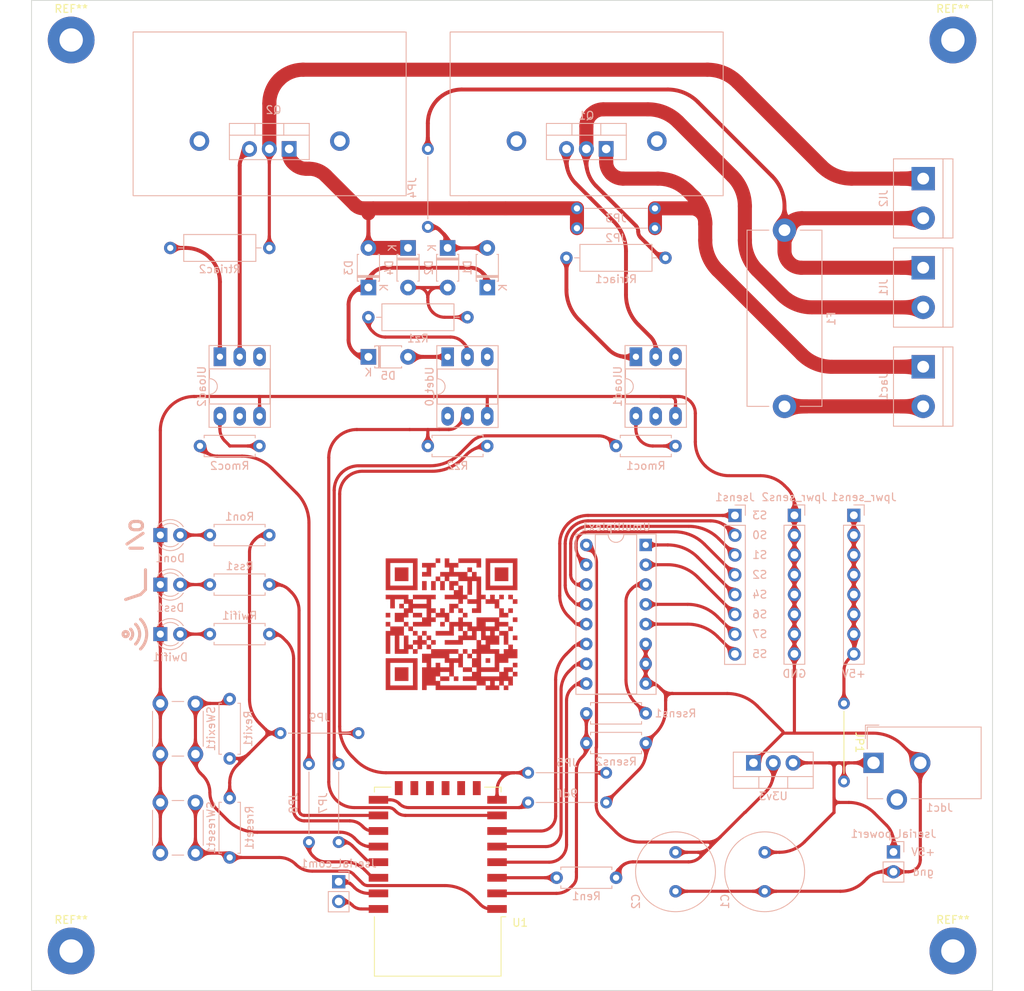
<source format=kicad_pcb>
(kicad_pcb (version 20211014) (generator pcbnew)
  (title_block (title "Controle do Forno") (date "2022-06-27") (rev "0") (company "LITel UFJF") (comment 1 "https://github.com/Guilherme32/controle-forno-LITel") (comment 2 "Mais informações no Github"))
  (layers (0 "F.Cu" signal) (31 "B.Cu" signal) (34 "B.Paste" user) (35 "F.Paste" user) (36 "B.SilkS" user "B.Silkscreen") (37 "F.SilkS" user "F.Silkscreen") (38 "B.Mask" user) (39 "F.Mask" user) (44 "Edge.Cuts" user))
  (net 0 "")
  (net 1 "+5V")
  (net 2 "GND")
  (net 3 "+3V3")
  (net 4 "Net-(D1-Pad1)")
  (net 5 "/AC1")
  (net 6 "Net-(D2-Pad2)")
  (net 7 "/AC2")
  (net 8 "Net-(D5-Pad2)")
  (net 9 "Net-(Dss1-Pad2)")
  (net 10 "Net-(F1-Pad1)")
  (net 12 "Net-(Jl1-Pad2)")
  (net 13 "/Serial_rx")
  (net 14 "/Serial_tx")
  (net 15 "Net-(Q1-Pad3)")
  (net 16 "Net-(Q2-Pad3)")
  (net 17 "/Enable")
  (net 18 "/exit_intr")
  (net 19 "Net-(Rmoc1-Pad1)")
  (net 20 "/drive_load_1")
  (net 21 "Net-(Rmoc2-Pad1)")
  (net 22 "/drive_load_2")
  (net 23 "/reset")
  (net 24 "Net-(Rsens1-Pad1)")
  (net 25 "/multiplex_out")
  (net 26 "/steady_state")
  (net 27 "Net-(Rtriac1-Pad1)")
  (net 28 "Net-(Rtriac2-Pad1)")
  (net 29 "Net-(Dwifi1-Pad2)")
  (net 30 "/det_0_intr")
  (net 31 "/multiplex_A")
  (net 32 "/multiplex_B")
  (net 33 "/multiplex_C")
  (net 40 "/wifi_status")
  (net 47 "Net-(Rz1-Pad1)")
  (net 48 "/S2")
  (net 49 "/S1")
  (net 50 "/S0")
  (net 51 "/S3")
  (net 52 "/S4")
  (net 53 "/S6")
  (net 54 "/S7")
  (net 55 "/S5")
  (net 56 "Net-(Jl2-Pad1)")
  (net 57 "/AC2'")
  (net 58 "Net-(Don1-Pad2)")
  (net 59 "Net-(JP7-Pad1)")
  (net 60 "Net-(JP8-Pad1)")
  (net 61 "/3v3'1")
  (net 62 "/AC1'")
  (net 63 "/5v'")
  (net 64 "/gnd'")
  (net 65 "/3v3'2")
  (footprint "MountingHole:MountingHole_3mm_Pad" (layer "F.Cu") (at 201.93 149.86)
    (fp_text reference "REF**")
    (fp_text value "MountingHole_3mm_Pad")
  )
  (footprint "MountingHole:MountingHole_3mm_Pad" (layer "F.Cu") (at 88.9 149.86)
    (fp_text reference "REF**")
    (fp_text value "MountingHole_3mm_Pad")
  )
  (footprint "MountingHole:MountingHole_3mm_Pad" (layer "F.Cu") (at 201.93 33.02)
    (fp_text reference "REF**")
    (fp_text value "MountingHole_3mm_Pad")
  )
  (footprint "Jumper:jumper_10mm" (layer "F.Cu") (at 187.96 118.11 -90)
    (fp_text reference "JP1")
    (fp_text value "Jumper_2_Bridged")
  )
  (footprint "RF_Module:ESP-12E" (layer "F.Cu") (at 135.89 140.97 180)
    (fp_text reference "U1")
    (fp_text value "ESP-12E")
  )
  (footprint "MountingHole:MountingHole_3mm_Pad" (layer "F.Cu") (at 88.9 33.02)
    (fp_text reference "REF**")
    (fp_text value "MountingHole_3mm_Pad")
  )
  (footprint "Resistor_THT:R_Axial_DIN0207_L6.3mm_D2.5mm_P7.62mm_Horizontal" (layer "B.Cu") (at 109.22 130.25 -90)
    (fp_text reference "Rreset1")
    (fp_text value "10K")
  )
  (footprint "LED_THT:LED_D3.0mm" (layer "B.Cu") (at 100.33 96.52)
    (fp_text reference "Don1")
    (fp_text value "LED")
  )
  (footprint "Button_Switch_THT:SW_PUSH_6mm" (layer "B.Cu") (at 104.83 124.61 90)
    (fp_text reference "SWexit1")
    (fp_text value "SW_Push")
  )
  (footprint "Jumper:jumper_10mm" (layer "B.Cu") (at 147.48 130.81)
    (fp_text reference "JP6")
    (fp_text value "Jumper_2_Bridged")
  )
  (footprint "Diode_THT:D_T-1_P5.08mm_Horizontal" (layer "B.Cu") (at 137.16 59.69 -90)
    (fp_text reference "D2")
    (fp_text value "UF5408")
  )
  (footprint "Jumper:jumper_10mm" (layer "B.Cu") (at 163.735 54.61 180)
    (fp_text reference "JP3")
    (fp_text value "Jumper_2_Bridged")
  )
  (footprint "Connector_PinHeader_2.54mm:PinHeader_1x02_P2.54mm_Vertical" (layer "B.Cu") (at 194.31 137.16 180)
    (fp_text reference "Jserial_power1")
    (fp_text value "Conn_01x02_Male")
  )
  (footprint "Resistor_THT:R_Axial_DIN0207_L6.3mm_D2.5mm_P7.62mm_Horizontal" (layer "B.Cu") (at 142.24 85.09 180)
    (fp_text reference "Rz2")
    (fp_text value "33K")
  )
  (footprint "Connector_PinHeader_2.54mm:PinHeader_1x08_P2.54mm_Vertical" (layer "B.Cu") (at 181.61 93.98 180)
    (fp_text reference "Jpwr_sens2")
    (fp_text value "Conn_01x08_Male")
  )
  (footprint "Package_TO_SOT_THT:TO-220-3_Vertical" (layer "B.Cu") (at 176.36 125.73)
    (fp_text reference "U3v3")
    (fp_text value "LM1117-3.3")
  )
  (footprint "Button_Switch_THT:SW_PUSH_6mm" (layer "B.Cu") (at 104.83 137.31 90)
    (fp_text reference "SWreset1")
    (fp_text value "SW_Push")
  )
  (footprint "Resistor_THT:R_Axial_DIN0309_L9.0mm_D3.2mm_P12.70mm_Horizontal" (layer "B.Cu") (at 101.6 59.69)
    (fp_text reference "Rtriac2")
    (fp_text value "180")
  )
  (footprint "TerminalBlock:TerminalBlock_bornier-2_P5.08mm" (layer "B.Cu") (at 198.12 62.23 -90)
    (fp_text reference "Jl1")
    (fp_text value "Screw_Terminal_01x02")
  )
  (footprint "Jumper:jumper_10mm" (layer "B.Cu") (at 134.62 46.99 -90)
    (fp_text reference "JP4")
    (fp_text value "Jumper_2_Bridged")
  )
  (footprint "TerminalBlock:TerminalBlock_bornier-2_P5.08mm" (layer "B.Cu") (at 198.12 74.93 -90)
    (fp_text reference "Jac1")
    (fp_text value "Screw_Terminal_01x02")
  )
  (footprint "Resistor_THT:R_Axial_DIN0207_L6.3mm_D2.5mm_P7.62mm_Horizontal" (layer "B.Cu") (at 114.3 96.52 180)
    (fp_text reference "Ron1")
    (fp_text value "260")
  )
  (footprint "Resistor_THT:R_Axial_DIN0207_L6.3mm_D2.5mm_P7.62mm_Horizontal" (layer "B.Cu") (at 151.13 140.462)
    (fp_text reference "Ren1")
    (fp_text value "10K")
  )
  (footprint "Jumper:jumper_10mm" (layer "B.Cu") (at 163.735 57.15 180)
    (fp_text reference "JP2")
    (fp_text value "Jumper_2_Bridged")
  )
  (footprint "Package_DIP:DIP-6_W7.62mm_Socket_LongPads" (layer "B.Cu") (at 161.29 73.645 -90)
    (fp_text reference "Uload1")
    (fp_text value "MOC3023M")
  )
  (footprint "Diode_THT:D_T-1_P5.08mm_Horizontal" (layer "B.Cu") (at 132.08 59.69 -90)
    (fp_text reference "D4")
    (fp_text value "UF5408")
  )
  (footprint "Jumper:jumper_10mm" (layer "B.Cu") (at 123.19 125.89 -90)
    (fp_text reference "JP7")
    (fp_text value "Jumper_2_Bridged")
  )
  (footprint "Resistor_THT:R_Axial_DIN0207_L6.3mm_D2.5mm_P7.62mm_Horizontal" (layer "B.Cu") (at 166.37 85.09 180)
    (fp_text reference "Rmoc1")
    (fp_text value "240")
  )
  (footprint "Resistor_THT:R_Axial_DIN0309_L9.0mm_D3.2mm_P12.70mm_Horizontal" (layer "B.Cu") (at 152.385 60.96)
    (fp_text reference "Rtriac1")
    (fp_text value "180")
  )
  (footprint "Resistor_THT:R_Axial_DIN0207_L6.3mm_D2.5mm_P7.62mm_Horizontal" (layer "B.Cu") (at 154.94 123.19)
    (fp_text reference "Rsens2")
    (fp_text value "10K")
  )
  (footprint "LED_THT:LED_D3.0mm" (layer "B.Cu") (at 100.33 109.22)
    (fp_text reference "Dwifi1")
    (fp_text value "LED")
  )
  (footprint "Resistor_THT:R_Axial_DIN0309_L9.0mm_D3.2mm_P12.70mm_Horizontal" (layer "B.Cu") (at 127 68.58)
    (fp_text reference "Rz1")
    (fp_text value "33k")
  )
  (footprint "TerminalBlock:TerminalBlock_bornier-2_P5.08mm" (layer "B.Cu") (at 198.12 50.8 -90)
    (fp_text reference "Jl2")
    (fp_text value "Screw_Terminal_01x02")
  )
  (footprint "Jumper:jumper_10mm" (layer "B.Cu") (at 125.73 121.92 180)
    (fp_text reference "JP9")
    (fp_text value "Jumper_2_Bridged")
  )
  (footprint "Diode_THT:D_T-1_P5.08mm_Horizontal" (layer "B.Cu") (at 127 64.77 90)
    (fp_text reference "D3")
    (fp_text value "UF5408")
  )
  (footprint "Package_DIP:DIP-6_W7.62mm_Socket_LongPads" (layer "B.Cu") (at 107.965 73.645 -90)
    (fp_text reference "Uload2")
    (fp_text value "MOC3023M")
  )
  (footprint "Connector_PinHeader_2.54mm:PinHeader_1x08_P2.54mm_Vertical" (layer "B.Cu") (at 189.23 93.98 180)
    (fp_text reference "Jpwr_sens1")
    (fp_text value "Conn_01x08_Male")
  )
  (footprint "Capacitor_THT:C_Radial_D10.0mm_H16.0mm_P5.00mm" (layer "B.Cu") (at 177.8 137.2 -90)
    (fp_text reference "C1")
    (fp_text value "1m")
  )
  (footprint "Resistor_THT:R_Axial_DIN0207_L6.3mm_D2.5mm_P7.62mm_Horizontal" (layer "B.Cu") (at 114.3 109.22 180)
    (fp_text reference "Rwifi1")
    (fp_text value "260")
  )
  (footprint "Connector_PinHeader_2.54mm:PinHeader_1x02_P2.54mm_Vertical" (layer "B.Cu") (at 123.19 140.97 180)
    (fp_text reference "Jserial_com1")
    (fp_text value "Conn_01x02_Male")
  )
  (footprint "Package_DIP:DIP-16_W7.62mm_Socket" (layer "B.Cu") (at 162.55 97.78 180)
    (fp_text reference "Umultiplex1")
    (fp_text value "CD4051B")
  )
  (footprint "Connector_BarrelJack:BarrelJack_CUI_PJ-102AH_Horizontal" (layer "B.Cu") (at 191.75 125.73 -90)
    (fp_text reference "Jdc1")
    (fp_text value "Barrel_Jack_Switch")
  )
  (footprint "Capacitor_THT:C_Radial_D10.0mm_H16.0mm_P5.00mm" (layer "B.Cu") (at 166.37 137.2 -90)
    (fp_text reference "C2")
    (fp_text value "1m")
  )
  (footprint "Resistor_THT:R_Axial_DIN0207_L6.3mm_D2.5mm_P7.62mm_Horizontal" (layer "B.Cu") (at 114.3 102.87 180)
    (fp_text reference "Rss1")
    (fp_text value "260")
  )
  (footprint "Package_TO_SOT_THT:TO-220-3_Vertical" (layer "B.Cu") (at 157.48 46.99 180)
    (fp_text reference "Q1")
    (fp_text value "BTA16-600B")
  )
  (footprint "Package_DIP:DIP-6_W7.62mm_Socket_LongPads" (layer "B.Cu") (at 137.16 73.66 -90)
    (fp_text reference "Udet_0")
    (fp_text value "4N25")
  )
  (footprint "Resistor_THT:R_Axial_DIN0207_L6.3mm_D2.5mm_P7.62mm_Horizontal" (layer "B.Cu") (at 109.22 125.17 90)
    (fp_text reference "Rexit1")
    (fp_text value "10K")
  )
  (footprint "Connector_PinHeader_2.54mm:PinHeader_1x08_P2.54mm_Vertical" (layer "B.Cu") (at 173.99 93.995 180)
    (fp_text reference "Jsens1")
    (fp_text value "Conn_01x08_Male")
  )
  (footprint "Jumper:jumper_10mm" (layer "B.Cu") (at 157.48 127 180)
    (fp_text reference "JP5")
    (fp_text value "Jumper_2_Bridged")
  )
  (footprint "Package_TO_SOT_THT:TO-220-3_Vertical" (layer "B.Cu") (at 116.84 46.99 180)
    (fp_text reference "Q2")
    (fp_text value "BTA16-600B")
  )
  (footprint "LED_THT:LED_D3.0mm" (layer "B.Cu") (at 100.33 102.87)
    (fp_text reference "Dss1")
    (fp_text value "LED")
  )
  (footprint "Resistor_THT:R_Axial_DIN0207_L6.3mm_D2.5mm_P7.62mm_Horizontal" (layer "B.Cu") (at 113.03 85.09 180)
    (fp_text reference "Rmoc2")
    (fp_text value "240")
  )
  (footprint "Fuse:Fuseholder_Cylinder-5x20mm_Stelvio-Kontek_PTF78_Horizontal_Open" (layer "B.Cu") (at 180.34 80.01 90)
    (fp_text reference "F1")
    (fp_text value "Fuse")
  )
  (footprint "Jumper:jumper_10mm" (layer "B.Cu") (at 119.38 125.89 -90)
    (fp_text reference "JP8")
    (fp_text value "Jumper_2_Bridged")
  )
  (footprint "Diode_THT:D_T-1_P5.08mm_Horizontal" (layer "B.Cu") (at 142.24 64.77 90)
    (fp_text reference "D1")
    (fp_text value "UF5408")
  )
  (footprint "Resistor_THT:R_Axial_DIN0207_L6.3mm_D2.5mm_P7.62mm_Horizontal" (layer "B.Cu") (at 162.56 119.38 180)
    (fp_text reference "Rsens1")
    (fp_text value "10K")
  )
  (footprint "Diode_THT:D_T-1_P5.08mm_Horizontal" (layer "B.Cu") (at 127 73.66)
    (fp_text reference "D5")
    (fp_text value "7.5V")
  )
  (gr_poly (pts (xy 146.102917 114.64396) (xy 145.520834 114.64396) (xy 145.520834 114.061876) (xy 146.102917 114.061876)) (layer "F.Cu") (width 0.01) (fill solid))
  (gr_poly (pts (xy 135.043334 111.151459) (xy 134.46125 111.151459) (xy 134.46125 110.569375) (xy 135.043334 110.569375)) (layer "F.Cu") (width 0.01) (fill solid))
  (gr_poly (pts (xy 139.117917 106.494793) (xy 138.535834 106.494793) (xy 138.535834 105.912709) (xy 139.117917 105.912709)) (layer "F.Cu") (width 0.01) (fill solid))
  (gr_poly (pts (xy 135.625417 103.584376) (xy 135.043334 103.584376) (xy 135.043334 102.420209) (xy 135.625417 102.420209)) (layer "F.Cu") (width 0.01) (fill solid))
  (gr_poly (pts (xy 144.356668 104.748542) (xy 143.774584 104.748542) (xy 143.774584 104.166459) (xy 144.356668 104.166459)) (layer "F.Cu") (width 0.01) (fill solid))
  (gr_poly (pts (xy 139.7 107.076876) (xy 139.117917 107.076876) (xy 139.117917 106.494793) (xy 139.7 106.494793)) (layer "F.Cu") (width 0.01) (fill solid))
  (gr_poly (pts (xy 145.520834 104.748542) (xy 144.938751 104.748542) (xy 144.938751 104.166459) (xy 145.520834 104.166459)) (layer "F.Cu") (width 0.01) (fill solid))
  (gr_poly (pts (xy 132.132917 104.748542) (xy 132.715 104.748542) (xy 132.715 104.166459) (xy 135.625417 104.166459) (xy 135.625417 104.748542) (xy 135.043334 104.748542) (xy 135.043334 105.912709) (xy 135.625417 105.912709) (xy 135.625417 106.494793) (xy 136.207501 106.494793) (xy 136.207501 105.912709) (xy 136.789584 105.912709) (xy 136.789584 106.494793) (xy 137.371667 106.494793) (xy 137.371667 107.658959) (xy 136.789584 107.658959) (xy 136.789584 107.076876) (xy 135.625417 107.076876) (xy 135.625417 107.658959) (xy 135.043334 107.658959) (xy 135.043334 108.241042) (xy 132.715 108.241042) (xy 132.715 107.658959) (xy 133.879167 107.658959) (xy 133.879167 107.076876) (xy 134.46125 107.076876) (xy 135.043334 107.076876) (xy 135.625417 107.076876) (xy 135.625417 106.494793) (xy 135.043334 106.494793) (xy 135.043334 107.076876) (xy 134.46125 107.076876) (xy 134.46125 105.912709) (xy 132.715 105.912709) (xy 132.715 106.494793) (xy 132.132917 106.494793) (xy 132.132917 107.076876) (xy 131.550834 107.076876) (xy 131.550834 107.658959) (xy 130.386667 107.658959) (xy 130.386667 106.494793) (xy 131.550834 106.494793) (xy 131.550834 105.912709) (xy 132.132917 105.912709) (xy 132.132917 105.330626) (xy 132.715 105.330626) (xy 134.46125 105.330626) (xy 134.46125 104.748542) (xy 132.715 104.748542) (xy 132.715 105.330626) (xy 132.132917 105.330626) (xy 131.550834 105.330626) (xy 131.550834 105.912709) (xy 130.96875 105.912709) (xy 130.96875 105.330626) (xy 131.550834 105.330626) (xy 131.550834 104.748542) (xy 130.386667 104.748542) (xy 130.386667 105.912709) (xy 129.804584 105.912709) (xy 129.804584 104.748542) (xy 129.2225 104.748542) (xy 129.2225 104.166459) (xy 132.132917 104.166459)) (layer "F.Cu") (width 0.01) (fill solid))
  (gr_poly (pts (xy 133.879167 107.076876) (xy 132.715 107.076876) (xy 132.715 106.494793) (xy 133.879167 106.494793)) (layer "F.Cu") (width 0.01) (fill solid))
  (gr_poly (pts (xy 132.132917 108.241042) (xy 131.550834 108.241042) (xy 131.550834 107.658959) (xy 132.132917 107.658959)) (layer "F.Cu") (width 0.01) (fill solid))
  (gr_poly (pts (xy 135.043334 109.987292) (xy 134.46125 109.987292) (xy 134.46125 109.405209) (xy 135.043334 109.405209)) (layer "F.Cu") (width 0.01) (fill solid))
  (gr_poly (pts (xy 135.625417 100.673959) (xy 135.043334 100.673959) (xy 135.043334 101.838126) (xy 133.879167 101.838126) (xy 133.879167 101.256042) (xy 134.46125 101.256042) (xy 134.46125 100.673959) (xy 133.879167 100.673959) (xy 133.879167 100.091876) (xy 135.625417 100.091876)) (layer "F.Cu") (width 0.01) (fill solid))
  (gr_poly (pts (xy 138.535834 105.912709) (xy 137.95375 105.912709) (xy 137.95375 106.494793) (xy 137.371667 106.494793) (xy 137.371667 105.330626) (xy 138.535834 105.330626)) (layer "F.Cu") (width 0.01) (fill solid))
  (gr_poly (pts (xy 137.371667 103.584376) (xy 137.371667 102.420209) (xy 138.535834 102.420209) (xy 138.535834 101.838126) (xy 139.7 101.838126) (xy 140.282083 101.838126) (xy 140.282083 101.256042) (xy 139.7 101.256042) (xy 139.7 101.838126) (xy 138.535834 101.838126) (xy 137.371667 101.838126) (xy 137.371667 102.420209) (xy 136.789584 102.420209) (xy 136.789584 103.584376) (xy 136.207501 103.584376) (xy 136.207501 102.420209) (xy 136.789584 102.420209) (xy 136.789584 101.838126) (xy 136.207501 101.838126) (xy 136.207501 102.420209) (xy 135.625417 102.420209) (xy 135.625417 101.838126) (xy 136.207501 101.838126) (xy 136.207501 101.256042) (xy 137.371667 101.256042) (xy 137.371667 100.673959) (xy 136.789584 100.673959) (xy 136.789584 99.509792) (xy 137.371667 99.509792) (xy 137.371667 100.091876) (xy 138.535834 100.091876) (xy 138.535834 100.673959) (xy 137.95375 100.673959) (xy 137.95375 101.256042) (xy 139.7 101.256042) (xy 139.7 100.673959) (xy 140.282083 100.673959) (xy 140.282083 101.256042) (xy 140.864167 101.256042) (xy 140.864167 101.838126) (xy 141.44625 101.838126) (xy 141.44625 104.166459) (xy 142.028334 104.166459) (xy 142.028334 104.748542) (xy 141.44625 104.748542) (xy 141.44625 106.494793) (xy 140.282083 106.494793) (xy 140.282083 105.912709) (xy 140.864167 105.912709) (xy 140.864167 105.330626) (xy 139.7 105.330626) (xy 139.7 104.748542) (xy 140.864167 104.748542) (xy 140.864167 102.420209) (xy 140.282083 102.420209) (xy 140.282083 104.166459) (xy 139.7 104.166459) (xy 139.7 102.420209) (xy 138.535834 102.420209) (xy 138.535834 103.002292) (xy 137.95375 103.002292) (xy 137.95375 103.584376)) (layer "F.Cu") (width 0.01) (fill solid))
  (gr_poly (pts (xy 132.715 108.823126) (xy 132.132917 108.823126) (xy 132.132917 108.241042) (xy 132.715 108.241042)) (layer "F.Cu") (width 0.01) (fill solid))
  (gr_poly (pts (xy 145.520834 106.494793) (xy 144.938751 106.494793) (xy 144.938751 105.912709) (xy 145.520834 105.912709)) (layer "F.Cu") (width 0.01) (fill solid))
  (gr_poly (pts (xy 144.938751 102.420209) (xy 143.1925 102.420209) (xy 143.1925 100.673959) (xy 144.938751 100.673959)) (layer "F.Cu") (width 0.01) (fill solid))
  (gr_poly (pts (xy 133.297084 109.405209) (xy 132.715 109.405209) (xy 132.715 108.823126) (xy 133.297084 108.823126)) (layer "F.Cu") (width 0.01) (fill solid))
  (gr_poly (pts (xy 144.938751 110.569375) (xy 144.356668 110.569375) (xy 144.356668 109.405209) (xy 143.774584 109.405209) (xy 143.774584 108.823126) (xy 144.938751 108.823126)) (layer "F.Cu") (width 0.01) (fill solid))
  (gr_poly (pts (xy 129.804584 107.076876) (xy 129.2225 107.076876) (xy 129.2225 106.494793) (xy 129.804584 106.494793)) (layer "F.Cu") (width 0.01) (fill solid))
  (gr_poly (pts (xy 146.102917 103.584376) (xy 142.028334 103.584376) (xy 142.028334 103.002292) (xy 142.610417 103.002292) (xy 145.520834 103.002292) (xy 145.520834 100.091876) (xy 142.610417 100.091876) (xy 142.610417 103.002292) (xy 142.028334 103.002292) (xy 142.028334 99.509792) (xy 146.102917 99.509792)) (layer "F.Cu") (width 0.01) (fill solid))
  (gr_poly (pts (xy 146.102917 105.330626) (xy 145.520834 105.330626) (xy 145.520834 104.748542) (xy 146.102917 104.748542)) (layer "F.Cu") (width 0.01) (fill solid))
  (gr_poly (pts (xy 146.102917 113.479792) (xy 145.520834 113.479792) (xy 145.520834 112.897709) (xy 146.102917 112.897709)) (layer "F.Cu") (width 0.01) (fill solid))
  (gr_poly (pts (xy 141.44625 100.673959) (xy 140.864167 100.673959) (xy 140.864167 100.091876) (xy 138.535834 100.091876) (xy 138.535834 99.509792) (xy 141.44625 99.509792)) (layer "F.Cu") (width 0.01) (fill solid))
  (gr_poly (pts (xy 143.1925 104.748542) (xy 143.774584 104.748542) (xy 143.774584 105.912709) (xy 143.1925 105.912709) (xy 143.1925 105.330626) (xy 142.028334 105.330626) (xy 142.028334 104.748542) (xy 142.610417 104.748542) (xy 142.610417 104.166459) (xy 143.1925 104.166459)) (layer "F.Cu") (width 0.01) (fill solid))
  (gr_poly (pts (xy 139.117917 107.658959) (xy 140.282083 107.658959) (xy 140.282083 108.241042) (xy 140.864167 108.241042) (xy 142.028334 108.241042) (xy 143.1925 108.241042) (xy 143.1925 107.658959) (xy 142.028334 107.658959) (xy 142.028334 108.241042) (xy 140.864167 108.241042) (xy 140.864167 107.076876) (xy 143.774584 107.076876) (xy 143.774584 107.658959) (xy 144.938751 107.658959) (xy 144.938751 108.241042) (xy 143.774584 108.241042) (xy 143.774584 108.823126) (xy 143.1925 108.823126) (xy 143.1925 109.405209) (xy 143.774584 109.405209) (xy 143.774584 110.569375) (xy 142.610417 110.569375) (xy 142.610417 111.151459) (xy 143.774584 111.151459) (xy 143.774584 111.733542) (xy 144.356668 111.733542) (xy 144.356668 111.151459) (xy 144.938751 111.151459) (xy 144.938751 110.569375) (xy 145.520834 110.569375) (xy 145.520834 111.151459) (xy 146.102917 111.151459) (xy 146.102917 112.315626) (xy 144.938751 112.315626) (xy 144.938751 112.897709) (xy 143.774584 112.897709) (xy 143.774584 114.061876) (xy 144.356668 114.061876) (xy 144.356668 113.479792) (xy 145.520834 113.479792) (xy 145.520834 114.061876) (xy 144.938751 114.061876) (xy 144.938751 114.64396) (xy 145.520834 114.64396) (xy 145.520834 115.808126) (xy 144.938751 115.808126) (xy 144.938751 116.390209) (xy 144.356668 116.390209) (xy 144.356668 115.808126) (xy 144.938751 115.808126) (xy 144.938751 115.226043) (xy 144.356668 115.226043) (xy 144.356668 115.808126) (xy 143.774584 115.808126) (xy 143.774584 116.390209) (xy 142.028334 116.390209) (xy 142.028334 115.808126) (xy 142.610417 115.808126) (xy 143.1925 115.808126) (xy 143.774584 115.808126) (xy 143.774584 115.226043) (xy 143.1925 115.226043) (xy 143.1925 115.808126) (xy 142.610417 115.808126) (xy 142.610417 115.226043) (xy 142.028334 115.226043) (xy 142.028334 115.808126) (xy 140.864167 115.808126) (xy 140.864167 116.390209) (xy 135.625417 116.390209) (xy 135.625417 115.808126) (xy 134.46125 115.808126) (xy 134.46125 116.390209) (xy 133.879167 116.390209) (xy 133.879167 115.226043) (xy 135.625417 115.226043) (xy 136.207501 115.226043) (xy 136.207501 115.808126) (xy 140.864167 115.808126) (xy 140.864167 115.226043) (xy 139.117917 115.226043) (xy 139.117917 114.64396) (xy 140.282083 114.64396) (xy 141.44625 114.64396) (xy 143.774584 114.64396) (xy 143.774584 114.061876) (xy 141.44625 114.061876) (xy 141.44625 114.64396) (xy 140.282083 114.64396) (xy 140.282083 114.061876) (xy 140.864167 114.061876) (xy 140.864167 113.479792) (xy 141.44625 113.479792) (xy 143.1925 113.479792) (xy 143.1925 111.733542) (xy 141.44625 111.733542) (xy 141.44625 113.479792) (xy 140.864167 113.479792) (xy 140.282083 113.479792) (xy 140.282083 114.061876) (xy 139.117917 114.061876) (xy 139.117917 113.479792) (xy 140.282083 113.479792) (xy 140.282083 112.315626) (xy 140.864167 112.315626) (xy 140.864167 111.733542) (xy 140.282083 111.733542) (xy 140.282083 112.315626) (xy 139.7 112.315626) (xy 139.7 111.733542) (xy 139.117917 111.733542) (xy 139.117917 113.479792) (xy 138.535834 113.479792) (xy 138.535834 112.897709) (xy 137.95375 112.897709) (xy 137.95375 114.64396) (xy 137.371667 114.64396) (xy 137.371667 114.061876) (xy 136.207501 114.061876) (xy 136.207501 114.64396) (xy 135.625417 114.64396) (xy 135.625417 115.226043) (xy 133.879167 115.226043) (xy 133.879167 113.479792) (xy 134.46125 113.479792) (xy 135.043334 113.479792) (xy 135.625417 113.479792) (xy 135.625417 112.897709) (xy 136.207501 112.897709) (xy 136.207501 113.479792) (xy 137.371667 113.479792) (xy 137.371667 112.897709) (xy 136.789584 112.897709) (xy 136.789584 112.315626) (xy 137.371667 112.315626) (xy 138.535834 112.315626) (xy 138.535834 111.733542) (xy 137.371667 111.733542) (xy 137.371667 112.315626) (xy 136.789584 112.315626) (xy 135.043334 112.315626) (xy 135.043334 113.479792) (xy 134.46125 113.479792) (xy 134.46125 112.897709) (xy 133.879167 112.897709) (xy 133.879167 111.733542) (xy 135.043334 111.733542) (xy 135.043334 111.151459) (xy 138.535834 111.151459) (xy 138.535834 111.733542) (xy 139.117917 111.733542) (xy 139.117917 111.151459) (xy 139.7 111.151459) (xy 139.7 111.733542) (xy 140.282083 111.733542) (xy 140.282083 111.151459) (xy 140.864167 111.151459) (xy 140.864167 110.569375) (xy 141.44625 110.569375) (xy 142.028334 110.569375) (xy 142.028334 109.987292) (xy 141.44625 109.987292) (xy 141.44625 110.569375) (xy 140.864167 110.569375) (xy 140.864167 109.987292) (xy 141.44625 109.987292) (xy 141.44625 109.405209) (xy 142.028334 109.405209) (xy 142.610417 109.405209) (xy 142.610417 108.823126) (xy 142.028334 108.823126) (xy 142.028334 109.405209) (xy 141.44625 109.405209) (xy 141.44625 108.823126) (xy 140.864167 108.823126) (xy 140.864167 109.987292) (xy 139.117917 109.987292) (xy 139.117917 110.569375) (xy 136.789584 110.569375) (xy 136.789584 109.987292) (xy 138.535834 109.987292) (xy 138.535834 109.405209) (xy 139.117917 109.405209) (xy 139.7 109.405209) (xy 140.282083 109.405209) (xy 140.282083 108.823126) (xy 139.7 108.823126) (xy 139.7 109.405209) (xy 139.117917 109.405209) (xy 139.117917 108.823126) (xy 139.7 108.823126) (xy 139.7 108.241042) (xy 139.117917 108.241042) (xy 139.117917 108.823126) (xy 138.535834 108.823126) (xy 138.535834 108.241042) (xy 137.95375 108.241042) (xy 137.95375 109.405209) (xy 135.625417 109.405209) (xy 135.625417 108.823126) (xy 137.371667 108.823126) (xy 137.371667 107.658959) (xy 138.535834 107.658959) (xy 138.535834 107.076876) (xy 139.117917 107.076876)) (layer "F.Cu") (width 0.01) (fill solid))
  (gr_poly (pts (xy 146.102917 109.987292) (xy 145.520834 109.987292) (xy 145.520834 109.405209) (xy 146.102917 109.405209)) (layer "F.Cu") (width 0.01) (fill solid))
  (gr_poly (pts (xy 146.102917 107.658959) (xy 145.520834 107.658959) (xy 145.520834 107.076876) (xy 146.102917 107.076876)) (layer "F.Cu") (width 0.01) (fill solid))
  (gr_poly (pts (xy 145.520834 108.823126) (xy 144.938751 108.823126) (xy 144.938751 108.241042) (xy 145.520834 108.241042)) (layer "F.Cu") (width 0.01) (fill solid))
  (gr_poly (pts (xy 133.297084 116.390209) (xy 129.2225 116.390209) (xy 129.2225 115.808126) (xy 129.804584 115.808126) (xy 132.715 115.808126) (xy 132.715 112.897709) (xy 129.804584 112.897709) (xy 129.804584 115.808126) (xy 129.2225 115.808126) (xy 129.2225 112.315626) (xy 133.297084 112.315626)) (layer "F.Cu") (width 0.01) (fill solid))
  (gr_poly (pts (xy 138.535834 103.584376) (xy 138.535834 103.002292) (xy 139.117917 103.002292) (xy 139.117917 104.166459) (xy 139.7 104.166459) (xy 139.7 104.748542) (xy 139.117917 104.748542) (xy 139.117917 105.330626) (xy 138.535834 105.330626) (xy 138.535834 104.748542) (xy 136.789584 104.748542) (xy 136.789584 104.166459) (xy 137.95375 104.166459) (xy 137.95375 103.584376)) (layer "F.Cu") (width 0.01) (fill solid))
  (gr_poly (pts (xy 133.297084 103.584376) (xy 129.2225 103.584376) (xy 129.2225 103.002292) (xy 129.804584 103.002292) (xy 132.715 103.002292) (xy 132.715 100.091876) (xy 129.804584 100.091876) (xy 129.804584 103.002292) (xy 129.2225 103.002292) (xy 129.2225 99.509792) (xy 133.297084 99.509792)) (layer "F.Cu") (width 0.01) (fill solid))
  (gr_poly (pts (xy 137.371667 115.226043) (xy 136.207501 115.226043) (xy 136.207501 114.64396) (xy 137.371667 114.64396)) (layer "F.Cu") (width 0.01) (fill solid))
  (gr_poly (pts (xy 136.789584 108.241042) (xy 136.207501 108.241042) (xy 136.207501 107.658959) (xy 136.789584 107.658959)) (layer "F.Cu") (width 0.01) (fill solid))
  (gr_poly (pts (xy 144.356668 106.494793) (xy 144.938751 106.494793) (xy 144.938751 107.076876) (xy 143.774584 107.076876) (xy 143.774584 105.912709) (xy 144.356668 105.912709)) (layer "F.Cu") (width 0.01) (fill solid))
  (gr_poly (pts (xy 132.132917 115.226043) (xy 130.386667 115.226043) (xy 130.386667 113.479792) (xy 132.132917 113.479792)) (layer "F.Cu") (width 0.01) (fill solid))
  (gr_poly (pts (xy 134.46125 109.405209) (xy 133.879167 109.405209) (xy 133.879167 108.823126) (xy 134.46125 108.823126)) (layer "F.Cu") (width 0.01) (fill solid))
  (gr_poly (pts (xy 135.625417 110.569375) (xy 135.043334 110.569375) (xy 135.043334 109.987292) (xy 135.625417 109.987292)) (layer "F.Cu") (width 0.01) (fill solid))
  (gr_poly (pts (xy 132.132917 102.420209) (xy 130.386667 102.420209) (xy 130.386667 100.673959) (xy 132.132917 100.673959)) (layer "F.Cu") (width 0.01) (fill solid))
  (gr_poly (pts (xy 138.535834 115.226043) (xy 137.95375 115.226043) (xy 137.95375 114.64396) (xy 138.535834 114.64396)) (layer "F.Cu") (width 0.01) (fill solid))
  (gr_poly (pts (xy 129.804584 108.241042) (xy 129.2225 108.241042) (xy 129.2225 107.658959) (xy 129.804584 107.658959)) (layer "F.Cu") (width 0.01) (fill solid))
  (gr_poly (pts (xy 136.207501 100.091876) (xy 135.625417 100.091876) (xy 135.625417 99.509792) (xy 136.207501 99.509792)) (layer "F.Cu") (width 0.01) (fill solid))
  (gr_poly (pts (xy 142.610417 112.897709) (xy 142.028334 112.897709) (xy 142.028334 112.315626) (xy 142.610417 112.315626)) (layer "F.Cu") (width 0.01) (fill solid))
  (gr_poly (pts (xy 134.46125 103.584376) (xy 133.879167 103.584376) (xy 133.879167 102.420209) (xy 134.46125 102.420209)) (layer "F.Cu") (width 0.01) (fill solid))
  (gr_poly (pts (xy 132.132917 109.405209) (xy 132.132917 110.569375) (xy 132.715 110.569375) (xy 132.715 109.987292) (xy 133.297084 109.987292) (xy 133.297084 109.405209) (xy 133.879167 109.405209) (xy 133.879167 109.987292) (xy 134.46125 109.987292) (xy 134.46125 110.569375) (xy 133.879167 110.569375) (xy 133.879167 111.151459) (xy 133.297084 111.151459) (xy 133.297084 111.733542) (xy 132.715 111.733542) (xy 132.715 111.151459) (xy 133.297084 111.151459) (xy 133.297084 110.569375) (xy 132.715 110.569375) (xy 132.715 111.151459) (xy 132.132917 111.151459) (xy 132.132917 111.733542) (xy 130.386667 111.733542) (xy 130.386667 111.151459) (xy 130.96875 111.151459) (xy 131.550834 111.151459) (xy 131.550834 109.405209) (xy 130.96875 109.405209) (xy 130.96875 111.151459) (xy 130.386667 111.151459) (xy 130.386667 109.405209) (xy 129.804584 109.405209) (xy 129.804584 111.733542) (xy 129.2225 111.733542) (xy 129.2225 108.823126) (xy 129.804584 108.823126) (xy 129.804584 108.241042) (xy 131.550834 108.241042) (xy 131.550834 109.405209)) (layer "F.Cu") (width 0.01) (fill solid))
  (gr_arc (start 97.789999 107.315001) (mid 98.579075 109.22) (end 97.789999 111.124999) (layer "B.SilkS") (width 0.4))
  (gr_circle (center 95.885 109.22) (end 96.014515 109.22) (layer "B.SilkS") (width 0.4) (fill none))
  (gr_arc (start 96.52 108.585) (mid 96.783026 109.22) (end 96.52 109.855) (layer "B.SilkS") (width 0.4))
  (gr_line (start 98.425 103.505) (end 97.79 104.14) (layer "B.SilkS") (width 0.4))
  (gr_line (start 98.425 100.965) (end 98.425 103.505) (layer "B.SilkS") (width 0.4))
  (gr_line (start 97.79 104.14) (end 95.885 104.775) (layer "B.SilkS") (width 0.4))
  (gr_arc (start 97.155 107.95) (mid 97.681051 109.22) (end 97.155 110.49) (layer "B.SilkS") (width 0.4))
  (gr_rect (start 207.01 154.94) (end 83.82 27.94) (layer "Edge.Cuts") (width 0.1) (fill none))
  (gr_text "I/O" (at 97.155 96.52 270) (layer "B.SilkS") (effects (font (size 1.6 1.6) (thickness 0.4)) (justify mirror)))
  (gr_text "S3" (at 177.165 93.98) (layer "B.SilkS") (effects (font (size 1 1)) (justify mirror)))
  (gr_text "S2" (at 177.165 101.6) (layer "B.SilkS") (effects (font (size 1 1)) (justify mirror)))
  (gr_text "+5V" (at 198.12 137.16) (layer "B.SilkS") (effects (font (size 1 1)) (justify mirror)))
  (gr_text "+5V" (at 189.23 114.3) (layer "B.SilkS") (effects (font (size 1 1)) (justify mirror)))
  (gr_text "GND" (at 181.61 114.3) (layer "B.SilkS") (effects (font (size 1 1)) (justify mirror)))
  (gr_text "S7" (at 177.165 109.22) (layer "B.SilkS") (effects (font (size 1 1)) (justify mirror)))
  (gr_text "S0\n" (at 177.165 96.52) (layer "B.SilkS") (effects (font (size 1 1)) (justify mirror)))
  (gr_text "gnd" (at 198.12 139.7) (layer "B.SilkS") (effects (font (size 1 1)) (justify mirror)))
  (gr_text "S1" (at 177.165 99.06) (layer "B.SilkS") (effects (font (size 1 1)) (justify mirror)))
  (gr_text "S4" (at 177.165 104.14) (layer "B.SilkS") (effects (font (size 1 1)) (justify mirror)))
  (gr_text "S5" (at 177.165 111.76) (layer "B.SilkS") (effects (font (size 1 1)) (justify mirror)))
  (gr_text "S6" (at 177.165 106.68) (layer "B.SilkS") (effects (font (size 1 1)) (justify mirror)))
  (segment (start 186.69 131.465) (end 186.69 130.155) (width 0.4) (layer "F.Cu") (net 1))
  (segment (start 191.847038 132.157038) (end 193.411974 133.721974) (width 0.4) (layer "F.Cu") (net 1))
  (segment (start 187.96 126.365) (end 187.96 128.11) (width 0.4) (layer "F.Cu") (net 1))
  (segment (start 179.685 137.2) (end 177.8 137.2) (width 0.4) (layer "F.Cu") (net 1))
  (segment (start 194.31 135.89) (end 194.31 137.16) (width 0.4) (layer "F.Cu") (net 1))
  (segment (start 186.055 125.73) (end 187.325 125.73) (width 0.4) (layer "F.Cu") (net 1))
  (segment (start 186.69 130.155) (end 186.69 126.365) (width 0.4) (layer "F.Cu") (net 1))
  (segment (start 186.055 125.73) (end 181.44 125.73) (width 0.4) (layer "F.Cu") (net 1))
  (segment (start 187.325 125.73) (end 188.595 125.73) (width 0.4) (layer "F.Cu") (net 1))
  (segment (start 182.902896 135.867103) (end 186.635857 132.134142) (width 0.4) (layer "F.Cu") (net 1))
  (segment (start 188.595 130.81) (end 187.345 130.81) (width 0.4) (layer "F.Cu") (net 1))
  (segment (start 188.595 125.73) (end 191.75 125.73) (width 0.4) (layer "F.Cu") (net 1))
  (segment (start 186.69 131.465) (end 186.69 132.1) (width 0.4) (layer "F.Cu") (net 1))
  (arc (start 193.411974 133.721974) (mid 194.07661 134.716672) (end 194.31 135.89) (width 0.4) (layer "F.Cu") (net 1))
  (arc (start 187.96 126.365) (mid 187.774012 125.915987) (end 187.325 125.73) (width 0.4) (layer "F.Cu") (net 1))
  (arc (start 186.69 126.365) (mid 186.504012 125.915987) (end 186.055 125.73) (width 0.4) (layer "F.Cu") (net 1))
  (arc (start 187.345 130.81) (mid 186.881845 131.001845) (end 186.69 131.465) (width 0.4) (layer "F.Cu") (net 1))
  (arc (start 187.325 125.73) (mid 186.875987 125.915987) (end 186.69 126.365) (width 0.4) (layer "F.Cu") (net 1))
  (arc (start 186.69 132.1) (mid 186.684142 132.114142) (end 186.67 132.12) (width 0.4) (layer "F.Cu") (net 1))
  (arc (start 182.902896 135.867103) (mid 181.426512 136.853591) (end 179.685 137.2) (width 0.4) (layer "F.Cu") (net 1))
  (arc (start 188.595 125.73) (mid 188.145987 125.915987) (end 187.96 126.365) (width 0.4) (layer "F.Cu") (net 1))
  (arc (start 191.847038 132.157038) (mid 190.35499 131.160083) (end 188.595 130.81) (width 0.4) (layer "F.Cu") (net 1))
  (arc (start 186.69 130.155) (mid 186.881845 130.618154) (end 187.345 130.81) (width 0.4) (layer "F.Cu") (net 1))
  (arc (start 186.67 132.12) (mid 186.651522 132.123675) (end 186.635857 132.134142) (width 0.4) (layer "F.Cu") (net 1))
  (segment (start 166.005096 116.84) (end 165.943498 116.84) (width 0.4) (layer "F.Cu") (net 2))
  (segment (start 180.255 121.92) (end 191.686036 121.92) (width 0.4) (layer "F.Cu") (net 2))
  (segment (start 164.46 116.2) (end 164.269012 116.009012) (width 0.4) (layer "F.Cu") (net 2))
  (segment (start 162.56 124.46) (end 162.56 123.19) (width 0.4) (layer "F.Cu") (net 2))
  (segment (start 100.33 96.52) (end 100.33 102.87) (width 0.4) (layer "F.Cu") (net 2))
  (segment (start 181.61 92.71) (end 181.61 93.98) (width 0.4) (layer "F.Cu") (net 2))
  (segment (start 113.0375 78.7475) (end 113.03 78.74) (width 0.4) (layer "F.Cu") (net 2))
  (segment (start 181.61 104.14) (end 181.61 101.6) (width 0.4) (layer "F.Cu") (net 2))
  (segment (start 177.273948 88.9) (end 173.246051 88.9) (width 0.4) (layer "F.Cu") (net 2))
  (segment (start 165.735 78.74) (end 164.465 78.74) (width 0.4) (layer "F.Cu") (net 2))
  (segment (start 181.61 99.06) (end 181.61 101.6) (width 0.4) (layer "F.Cu") (net 2))
  (segment (start 177.8 142.2) (end 166.37 142.2) (width 0.4) (layer "F.Cu") (net 2))
  (segment (start 100.33 130.81) (end 100.33 137.31) (width 0.4) (layer "F.Cu") (net 2))
  (segment (start 181.61 106.68) (end 181.61 104.14) (width 0.4) (layer "F.Cu") (net 2))
  (segment (start 181.61 111.76) (end 181.61 121.92) (width 0.4) (layer "F.Cu") (net 2))
  (segment (start 100.33 130.81) (end 100.33 124.61) (width 0.4) (layer "F.Cu") (net 2))
  (segment (start 165.1 118.853948) (end 165.1 117.745096) (width 0.4) (layer "F.Cu") (net 2))
  (segment (start 164.465 78.74) (end 165.735 78.74) (width 0.4) (layer "F.Cu") (net 2))
  (segment (start 162.55 114.925) (end 162.55 113.02) (width 0.4) (layer "F.Cu") (net 2))
  (segment (start 164.46 116.2) (end 164.522326 116.262326) (width 0.4) (layer "F.Cu") (net 2))
  (segment (start 164.46 116.2) (end 164.818405 116.558405) (width 0.4) (layer "F.Cu") (net 2))
  (segment (start 166.005096 116.84) (end 165.916951 116.84) (width 0.4) (layer "F.Cu") (net 2))
  (segment (start 161.661974 126.628025) (end 157.48 130.81) (width 0.4) (layer "F.Cu") (net 2))
  (segment (start 173.006036 116.84) (end 166.005096 116.84) (width 0.4) (layer "F.Cu") (net 2))
  (segment (start 168.91 80.908025) (end 168.91 84.563948) (width 0.4) (layer "F.Cu") (net 2))
  (segment (start 100.33 96.52) (end 100.33 83.076051) (width 0.4) (layer "F.Cu") (net 2))
  (segment (start 162.55 113.02) (end 162.55 110.48) (width 0.4) (layer "F.Cu") (net 2))
  (segment (start 100.33 118.11) (end 100.33 109.22) (width 0.4) (layer "F.Cu") (net 2))
  (segment (start 165.1 117.745096) (end 165.1 117.683498) (width 0.4) (layer "F.Cu") (net 2))
  (segment (start 163.83 121.92) (end 162.56 123.19) (width 0.4) (layer "F.Cu") (net 2))
  (segment (start 166.37 79.375) (end 166.37 81.265) (width 0.4) (layer "F.Cu") (net 2))
  (segment (start 197.75 125.73) (end 197.75 138.163603) (width 0.4) (layer "F.Cu") (net 2))
  (segment (start 190.519999 140.949999) (end 190.871974 140.598025) (width 0.4) (layer "F.Cu") (net 2))
  (segment (start 100.33 124.61) (end 100.33 118.11) (width 0.4) (layer "F.Cu") (net 2))
  (segment (start 181.61 106.68) (end 181.61 109.22) (width 0.4) (layer "F.Cu") (net 2))
  (segment (start 180.34 90.17) (end 180.711974 90.541974) (width 0.4) (layer "F.Cu") (net 2))
  (segment (start 194.31 139.7) (end 193.04 139.7) (width 0.4) (layer "F.Cu") (net 2))
  (segment (start 187.502233 142.2) (end 177.8 142.2) (width 0.4) (layer "F.Cu") (net 2))
  (segment (start 197.75 125.73) (end 195.533792 123.513792) (width 0.4) (layer "F.Cu") (net 2))
  (segment (start 194.31 139.7) (end 196.213603 139.7) (width 0.4) (layer "F.Cu") (net 2))
  (segment (start 165.735 78.74) (end 166.741974 78.74) (width 0.4) (layer "F.Cu") (net 2))
  (segment (start 181.61 99.06) (end 181.61 96.52) (width 0.4) (layer "F.Cu") (net 2))
  (segment (start 165.1 117.745096) (end 165.099999 117.238231) (width 0.4) (layer "F.Cu") (net 2))
  (segment (start 113.045 78.765606) (end 113.045 81.265) (width 0.4) (layer "F.Cu") (net 2))
  (segment (start 181.61 96.52) (end 181.61 93.98) (width 0.4) (layer "F.Cu") (net 2))
  (segment (start 164.465 78.74) (end 104.666051 78.74) (width 0.4) (layer "F.Cu") (net 2))
  (segment (start 142.24 81.28) (end 142.24 78.74) (width 0.4) (layer "F.Cu") (net 2))
  (segment (start 176.853792 118.433792) (end 180.109895 121.689895) (width 0.4) (layer "F.Cu") (net 2))
  (segment (start 180.109895 121.980104) (end 176.36 125.73) (width 0.4) (layer "F.Cu") (net 2))
  (segment (start 181.61 111.76) (end 181.61 109.22) (width 0.4) (layer "F.Cu") (net 2))
  (segment (start 100.33 102.87) (end 100.33 109.22) (width 0.4) (layer "F.Cu") (net 2))
  (arc (start 165.1 118.853948) (mid 164.769937 120.513283) (end 163.83 121.92) (width 0.4) (layer "F.Cu") (net 2))
  (arc (start 180.17 121.835) (mid 180.194895 121.895104) (end 180.255 121.92) (width 0.4) (layer "F.Cu") (net 2))
  (arc (start 180.711974 90.541974) (mid 181.37661 91.536672) (end 181.61 92.71) (width 0.4) (layer "F.Cu") (net 2))
  (arc (start 180.109895 121.980104) (mid 180.154379 121.913529) (end 180.17 121.835) (width 0.4) (layer "F.Cu") (net 2))
  (arc (start 168.275 79.375) (mid 167.571641 78.905031) (end 166.741974 78.74) (width 0.4) (layer "F.Cu") (net 2))
  (arc (start 101.6 80.01) (mid 100.660062 81.416716) (end 100.33 83.076051) (width 0.4) (layer "F.Cu") (net 2))
  (arc (start 197.3 139.25) (mid 196.801556 139.583048) (end 196.213603 139.7) (width 0.4) (layer "F.Cu") (net 2))
  (arc (start 193.04 139.7) (mid 191.866672 139.933389) (end 190.871974 140.598025) (width 0.4) (layer "F.Cu") (net 2))
  (arc (start 168.275 79.375) (mid 168.744968 80.078357) (end 168.91 80.908025) (width 0.4) (layer "F.Cu") (net 2))
  (arc (start 176.853792 118.433792) (mid 175.088426 117.254213) (end 173.006036 116.84) (width 0.4) (layer "F.Cu") (net 2))
  (arc (start 165.943498 116.84) (mid 165.347056 117.087056) (end 165.1 117.683498) (width 0.4) (layer "F.Cu") (net 2))
  (arc (start 165.099999 117.238231) (mid 165.026815 116.870312) (end 164.818405 116.558405) (width 0.4) (layer "F.Cu") (net 2))
  (arc (start 164.522326 116.262326) (mid 165.162185 116.689867) (end 165.916951 116.84) (width 0.4) (layer "F.Cu") (net 2))
  (arc (start 168.91 84.563948) (mid 169.240062 86.223283) (end 170.18 87.63) (width 0.4) (layer "F.Cu") (net 2))
  (arc (start 180.255 121.92) (mid 180.176469 121.93562) (end 180.109895 121.980104) (width 0.4) (layer "F.Cu") (net 2))
  (arc (start 166.37 79.375) (mid 166.184012 78.925987) (end 165.735 78.74) (width 0.4) (layer "F.Cu") (net 2))
  (arc (start 113.0375 78.7475) (mid 113.04305 78.755807) (end 113.045 78.765606) (width 0.4) (layer "F.Cu") (net 2))
  (arc (start 190.519999 140.949999) (mid 189.135436 141.875135) (end 187.502233 142.2) (width 0.4) (layer "F.Cu") (net 2))
  (arc (start 197.75 138.163603) (mid 197.633048 138.751556) (end 197.3 139.25) (width 0.4) (layer "F.Cu") (net 2))
  (arc (start 162.56 124.46) (mid 162.32661 125.633326) (end 161.661974 126.628025) (width 0.4) (layer "F.Cu") (net 2))
  (arc (start 180.34 90.17) (mid 178.933283 89.230062) (end 177.273948 88.9) (width 0.4) (layer "F.Cu") (net 2))
  (arc (start 180.109895 121.689895) (mid 180.154379 121.756469) (end 180.17 121.835) (width 0.4) (layer "F.Cu") (net 2))
  (arc (start 170.18 87.63) (mid 171.586716 88.569937) (end 173.246051 88.9) (width 0.4) (layer "F.Cu") (net 2))
  (arc (start 104.666051 78.74) (mid 103.006716 79.070062) (end 101.6 80.01) (width 0.4) (layer "F.Cu") (net 2))
  (arc (start 164.269012 116.009012) (mid 163.771663 115.676694) (end 163.185 115.56) (width 0.4) (layer "F.Cu") (net 2))
  (arc (start 195.533792 123.513792) (mid 193.768426 122.334213) (end 191.686036 121.92) (width 0.4) (layer "F.Cu") (net 2))
  (arc (start 162.55 114.925) (mid 162.735987 115.374012) (end 163.185 115.56) (width 0.4) (layer "F.Cu") (net 2))
  (segment (start 156.845 132.715) (end 158.115 133.985) (width 0.4) (layer "F.Cu") (net 3))
  (segment (start 178.9 127.105) (end 178.9 125.73) (width 0.4) (layer "F.Cu") (net 3))
  (segment (start 172.104999 135.234999) (end 170.795 136.545) (width 0.4) (layer "F.Cu") (net 3))
  (segment (start 158.75 134.62) (end 158.115 133.985) (width 0.4) (layer "F.Cu") (net 3))
  (segment (start 156.21 131.181974) (end 156.21 123.778654) (width 0.4) (layer "F.Cu") (net 3))
  (segment (start 155.584755 98.434755) (end 154.93 97.78) (width 0.4) (layer "F.Cu") (net 3))
  (segment (start 170.52369 135.89) (end 161.816051 135.89) (width 0.4) (layer "F.Cu") (net 3))
  (segment (start 157.48 127) (end 156.21 127) (width 0.4) (layer "F.Cu") (net 3))
  (segment (start 159.384999 139.064999) (end 159.019407 139.430592) (width 0.4) (layer "F.Cu") (net 3))
  (segment (start 169.270258 137.2) (end 166.37 137.2) (width 0.4) (layer "F.Cu") (net 3))
  (segment (start 158.75 140.081) (end 158.75 140.462) (width 0.4) (layer "F.Cu") (net 3))
  (segment (start 168.040258 138.43) (end 160.918025 138.43) (width 0.4) (layer "F.Cu") (net 3))
  (segment (start 170.755 136.585) (end 169.525 137.815) (width 0.4) (layer "F.Cu") (net 3))
  (segment (start 156.239511 123.707408) (end 156.239511 100.015475) (width 0.4) (layer "F.Cu") (net 3))
  (segment (start 172.104999 135.234999) (end 175.245857 132.094142) (width 0.4) (layer "F.Cu") (net 3))
  (segment (start 170.755 136.585) (end 170.795 136.545) (width 0.4) (layer "F.Cu") (net 3))
  (segment (start 175.314142 132.065857) (end 177.927728 129.452271) (width 0.4) (layer "F.Cu") (net 3))
  (arc (start 155.584755 98.434755) (mid 156.069345 99.159995) (end 156.239511 100.015475) (width 0.4) (layer "F.Cu") (net 3))
  (arc (start 169.525 137.815) (mid 169.603094 137.422393) (end 169.270258 137.2) (width 0.4) (layer "F.Cu") (net 3))
  (arc (start 159.019407 139.430592) (mid 158.820016 139.729001) (end 158.75 140.081) (width 0.4) (layer "F.Cu") (net 3))
  (arc (start 170.52369 135.89) (mid 171.379488 135.71977) (end 172.104999 135.234999) (width 0.4) (layer "F.Cu") (net 3))
  (arc (start 178.9 127.105) (mid 178.647314 128.375334) (end 177.927728 129.452271) (width 0.4) (layer "F.Cu") (net 3))
  (arc (start 160.918025 138.43) (mid 160.088357 138.59503) (end 159.384999 139.064999) (width 0.4) (layer "F.Cu") (net 3))
  (arc (start 175.28 132.08) (mid 175.261522 132.083675) (end 175.245857 132.094142) (width 0.4) (layer "F.Cu") (net 3))
  (arc (start 169.270258 137.2) (mid 170.073794 137.040166) (end 170.755 136.585) (width 0.4) (layer "F.Cu") (net 3))
  (arc (start 158.75 134.62) (mid 160.156716 135.559937) (end 161.816051 135.89) (width 0.4) (layer "F.Cu") (net 3))
  (arc (start 156.239511 123.707408) (mid 156.235676 123.726687) (end 156.224755 123.743031) (width 0.4) (layer "F.Cu") (net 3))
  (arc (start 169.525 137.815) (mid 168.843794 138.270166) (end 168.040258 138.43) (width 0.4) (layer "F.Cu") (net 3))
  (arc (start 170.795 136.545) (mid 170.878173 136.126858) (end 170.52369 135.89) (width 0.4) (layer "F.Cu") (net 3))
  (arc (start 175.314142 132.065857) (mid 175.298477 132.076324) (end 175.28 132.08) (width 0.4) (layer "F.Cu") (net 3))
  (arc (start 156.224755 123.743031) (mid 156.213834 123.759375) (end 156.21 123.778654) (width 0.4) (layer "F.Cu") (net 3))
  (arc (start 156.21 131.181974) (mid 156.375031 132.011641) (end 156.845 132.715) (width 0.4) (layer "F.Cu") (net 3))
  (segment (start 140.071974 62.23) (end 129.168025 62.23) (width 0.5) (layer "F.Cu") (net 4))
  (segment (start 142.24 64.135) (end 142.24 64.77) (width 0.5) (layer "F.Cu") (net 4))
  (segment (start 125.280987 65.219012) (end 125.095 65.405) (width 0.5) (layer "F.Cu") (net 4))
  (segment (start 124.46 71.491974) (end 124.46 66.938025) (width 0.5) (layer "F.Cu") (net 4))
  (segment (start 141.605 62.865) (end 141.790987 63.050987) (width 0.5) (layer "F.Cu") (net 4))
  (segment (start 127.449012 63.050987) (end 127.635 62.865) (width 0.5) (layer "F.Cu") (net 4))
  (segment (start 126.365 73.66) (end 127 73.66) (width 0.5) (layer "F.Cu") (net 4))
  (segment (start 126.365 64.77) (end 127 64.77) (width 0.5) (layer "F.Cu") (net 4))
  (segment (start 125.095 73.025) (end 125.280987 73.210987) (width 0.5) (layer "F.Cu") (net 4))
  (segment (start 127 64.135) (end 127 64.77) (width 0.5) (layer "F.Cu") (net 4))
  (arc (start 125.280987 73.210987) (mid 125.778336 73.543305) (end 126.365 73.66) (width 0.5) (layer "F.Cu") (net 4))
  (arc (start 141.605 62.865) (mid 140.901641 62.395031) (end 140.071974 62.23) (width 0.5) (layer "F.Cu") (net 4))
  (arc (start 129.168025 62.23) (mid 128.338357 62.395031) (end 127.635 62.865) (width 0.5) (layer "F.Cu") (net 4))
  (arc (start 141.790987 63.050987) (mid 142.123305 63.548336) (end 142.24 64.135) (width 0.5) (layer "F.Cu") (net 4))
  (arc (start 127.449012 63.050987) (mid 127.116694 63.548336) (end 127 64.135) (width 0.5) (layer "F.Cu") (net 4))
  (arc (start 124.46 71.491974) (mid 124.625031 72.321641) (end 125.095 73.025) (width 0.5) (layer "F.Cu") (net 4))
  (arc (start 125.095 65.405) (mid 124.625031 66.108357) (end 124.46 66.938025) (width 0.5) (layer "F.Cu") (net 4))
  (arc (start 126.365 64.77) (mid 125.778336 64.886694) (end 125.280987 65.219012) (width 0.5) (layer "F.Cu") (net 4))
  (segment (start 180.34 57.54) (end 180.34 57.28) (width 1.8) (layer "F.Cu") (net 5))
  (segment (start 180.431923 57.058076) (end 180.975 56.515) (width 1.8) (layer "F.Cu") (net 5))
  (segment (start 180.34 54.323963) (end 180.34 57.28) (width 0.5) (layer "F.Cu") (net 5))
  (segment (start 182.508025 62.23) (end 198.12 62.23) (width 1.8) (layer "F.Cu") (net 5))
  (segment (start 180.34 57.54) (end 180.34 60.061974) (width 1.8) (layer "F.Cu") (net 5))
  (segment (start 165.386036 39.37) (end 138.956051 39.37) (width 0.5) (layer "F.Cu") (net 5))
  (segment (start 180.34 57.28) (end 180.34 57.54) (width 1.8) (layer "F.Cu") (net 5))
  (segment (start 182.508025 55.88) (end 198.12 55.88) (width 1.8) (layer "F.Cu") (net 5))
  (segment (start 169.233792 40.963792) (end 178.746207 50.476207) (width 0.5) (layer "F.Cu") (net 5))
  (segment (start 134.62 43.706051) (end 134.62 46.99) (width 0.5) (layer "F.Cu") (net 5))
  (arc (start 180.431923 57.058076) (mid 180.36389 57.159895) (end 180.34 57.28) (width 1.8) (layer "F.Cu") (net 5))
  (arc (start 180.975 61.595) (mid 181.678357 62.064968) (end 182.508025 62.23) (width 1.8) (layer "F.Cu") (net 5))
  (arc (start 180.34 60.061974) (mid 180.505031 60.891641) (end 180.975 61.595) (width 1.8) (layer "F.Cu") (net 5))
  (arc (start 138.956051 39.37) (mid 137.296716 39.700062) (end 135.89 40.64) (width 0.5) (layer "F.Cu") (net 5))
  (arc (start 135.89 40.64) (mid 134.950062 42.046716) (end 134.62 43.706051) (width 0.5) (layer "F.Cu") (net 5))
  (arc (start 178.746207 50.476207) (mid 179.925786 52.241572) (end 180.34 54.323963) (width 0.5) (layer "F.Cu") (net 5))
  (arc (start 182.508025 55.88) (mid 181.678357 56.045031) (end 180.975 56.515) (width 1.8) (layer "F.Cu") (net 5))
  (arc (start 169.233792 40.963792) (mid 167.468426 39.784213) (end 165.386036 39.37) (width 0.5) (layer "F.Cu") (net 5))
  (segment (start 136.788025 68.58) (end 139.7 68.58) (width 0.4) (layer "F.Cu") (net 6))
  (segment (start 133.35 64.77) (end 132.08 64.77) (width 0.4) (layer "F.Cu") (net 6))
  (segment (start 134.62 66.411974) (end 134.62 66.04) (width 0.4) (layer "F.Cu") (net 6))
  (segment (start 133.35 64.77) (end 135.89 64.77) (width 0.4) (layer "F.Cu") (net 6))
  (segment (start 135.89 64.77) (end 137.16 64.77) (width 0.4) (layer "F.Cu") (net 6))
  (arc (start 135.89 64.77) (mid 134.991974 65.141974) (end 134.62 66.04) (width 0.4) (layer "F.Cu") (net 6))
  (arc (start 134.62 66.04) (mid 134.248025 65.141974) (end 133.35 64.77) (width 0.4) (layer "F.Cu") (net 6))
  (arc (start 134.62 66.411974) (mid 134.785031 67.241641) (end 135.255 67.945) (width 0.4) (layer "F.Cu") (net 6))
  (arc (start 135.255 67.945) (mid 135.958357 68.414968) (end 136.788025 68.58) (width 0.4) (layer "F.Cu") (net 6))
  (segment (start 186.403963 74.93) (end 198.12 74.93) (width 1.8) (layer "F.Cu") (net 7))
  (segment (start 159.648025 50.8) (end 164.116036 50.8) (width 1.8) (layer "F.Cu") (net 7))
  (segment (start 182.556207 73.336207) (end 171.773792 62.553792) (width 1.8) (layer "F.Cu") (net 7))
  (segment (start 170.18 58.706036) (end 170.18 56.609998) (width 1.8) (layer "F.Cu") (net 7))
  (segment (start 157.48 48.631974) (end 157.48 46.99) (width 1.8) (layer "F.Cu") (net 7))
  (segment (start 163.735 54.61) (end 168.560086 54.61) (width 1.8) (layer "F.Cu") (net 7))
  (segment (start 168.586207 53.016207) (end 167.963792 52.393792) (width 1.8) (layer "F.Cu") (net 7))
  (segment (start 163.735 54.61) (end 163.735 57.15) (width 1.8) (layer "F.Cu") (net 7))
  (arc (start 168.560086 54.61) (mid 169.017873 54.033659) (end 168.586207 53.016207) (width 1.8) (layer "F.Cu") (net 7))
  (arc (start 182.556207 73.336207) (mid 184.321572 74.515786) (end 186.403963 74.93) (width 1.8) (layer "F.Cu") (net 7))
  (arc (start 167.963792 52.393792) (mid 166.198426 51.214213) (end 164.116036 50.8) (width 1.8) (layer "F.Cu") (net 7))
  (arc (start 157.48 48.631974) (mid 157.645031 49.461641) (end 158.115 50.165) (width 1.8) (layer "F.Cu") (net 7))
  (arc (start 158.115 50.165) (mid 158.818357 50.634968) (end 159.648025 50.8) (width 1.8) (layer "F.Cu") (net 7))
  (arc (start 168.586207 53.016207) (mid 169.765786 54.715569) (end 170.18 56.609998) (width 1.8) (layer "F.Cu") (net 7))
  (arc (start 170.18 56.609998) (mid 169.705538 55.195785) (end 168.560086 54.61) (width 1.8) (layer "F.Cu") (net 7))
  (arc (start 170.18 58.706036) (mid 170.594213 60.788426) (end 171.773792 62.553792) (width 1.8) (layer "F.Cu") (net 7))
  (segment (start 132.08 73.66) (end 137.16 73.66) (width 0.5) (layer "F.Cu") (net 8))
  (segment (start 102.87 102.87) (end 106.68 102.87) (width 0.4) (layer "F.Cu") (net 9))
  (segment (start 198.12 80.01) (end 180.34 80.01) (width 1.8) (layer "F.Cu") (net 10))
  (segment (start 161.265556 56.815556) (end 156.177436 51.727436) (width 0.5) (layer "F.Cu") (net 12))
  (segment (start 176.853792 62.553792) (end 180.016207 65.716207) (width 1.8) (layer "F.Cu") (net 12))
  (segment (start 154.94 44.078025) (end 154.94 46.99) (width 1.8) (layer "F.Cu") (net 12))
  (segment (start 162.846036 41.91) (end 157.108025 41.91) (width 1.8) (layer "F.Cu") (net 12))
  (segment (start 164.79506 60.96) (end 165.085 60.96) (width 0.5) (layer "F.Cu") (net 12))
  (segment (start 183.863963 67.31) (end 198.12 67.31) (width 1.8) (layer "F.Cu") (net 12))
  (segment (start 164.300101 60.754981) (end 161.905403 58.360283) (width 0.5) (layer "F.Cu") (net 12))
  (segment (start 175.26 58.706036) (end 175.26 54.323963) (width 1.8) (layer "F.Cu") (net 12))
  (segment (start 173.666207 50.476207) (end 166.693792 43.503792) (width 1.8) (layer "F.Cu") (net 12))
  (segment (start 154.94 48.74) (end 154.94 46.99) (width 0.5) (layer "F.Cu") (net 12))
  (arc (start 161.265556 56.815556) (mid 161.502334 57.169919) (end 161.58548 57.58792) (width 0.5) (layer "F.Cu") (net 12))
  (arc (start 180.016207 65.716207) (mid 181.781572 66.895786) (end 183.863963 67.31) (width 1.8) (layer "F.Cu") (net 12))
  (arc (start 166.693792 43.503792) (mid 164.928426 42.324213) (end 162.846036 41.91) (width 1.8) (layer "F.Cu") (net 12))
  (arc (start 164.300101 60.754981) (mid 164.52719 60.906717) (end 164.79506 60.96) (width 0.5) (layer "F.Cu") (net 12))
  (arc (start 161.58548 57.58792) (mid 161.668625 58.005919) (end 161.905403 58.360283) (width 0.5) (layer "F.Cu") (net 12))
  (arc (start 175.26 58.706036) (mid 175.674213 60.788426) (end 176.853792 62.553792) (width 1.8) (layer "F.Cu") (net 12))
  (arc (start 155.575 42.545) (mid 155.105031 43.248357) (end 154.94 44.078025) (width 1.8) (layer "F.Cu") (net 12))
  (arc (start 173.666207 50.476207) (mid 174.845786 52.241572) (end 175.26 54.323963) (width 1.8) (layer "F.Cu") (net 12))
  (arc (start 157.108025 41.91) (mid 156.278357 42.075031) (end 155.575 42.545) (width 1.8) (layer "F.Cu") (net 12))
  (arc (start 154.94 48.74) (mid 155.261599 50.356788) (end 156.177436 51.727436) (width 0.5) (layer "F.Cu") (net 12))
  (segment (start 123.825 140.97) (end 123.19 140.97) (width 0.4) (layer "F.Cu") (net 13))
  (segment (start 127.02066 142.47) (end 128.29 142.47) (width 0.4) (layer "F.Cu") (net 13))
  (segment (start 124.909012 141.419012) (end 125.21 141.72) (width 0.4) (layer "F.Cu") (net 13))
  (arc (start 125.21 141.72) (mid 126.040737 142.275081) (end 127.02066 142.47) (width 0.4) (layer "F.Cu") (net 13))
  (arc (start 124.909012 141.419012) (mid 124.411663 141.086694) (end 123.825 140.97) (width 0.4) (layer "F.Cu") (net 13))
  (segment (start 123.825 143.51) (end 123.19 143.51) (width 0.4) (layer "F.Cu") (net 14))
  (segment (start 126.098822 144.47) (end 128.29 144.47) (width 0.4) (layer "F.Cu") (net 14))
  (segment (start 124.94 143.99) (end 124.909012 143.959012) (width 0.4) (layer "F.Cu") (net 14))
  (arc (start 124.909012 143.959012) (mid 124.411663 143.626694) (end 123.825 143.51) (width 0.4) (layer "F.Cu") (net 14))
  (arc (start 124.94 143.99) (mid 125.471672 144.345252) (end 126.098822 144.47) (width 0.4) (layer "F.Cu") (net 14))
  (segment (start 160.02 60.109083) (end 160.02 65.691036) (width 0.5) (layer "F.Cu") (net 15))
  (segment (start 152.4 48.61256) (end 152.4 46.99) (width 0.5) (layer "F.Cu") (net 15))
  (segment (start 158.426207 56.261327) (end 153.547323 51.382443) (width 0.5) (layer "F.Cu") (net 15))
  (segment (start 163.161784 71.086784) (end 161.613792 69.538792) (width 0.5) (layer "F.Cu") (net 15))
  (segment (start 163.83 72.7) (end 163.83 73.645) (width 0.5) (layer "F.Cu") (net 15))
  (arc (start 163.161784 71.086784) (mid 163.656336 71.826933) (end 163.83 72.7) (width 0.5) (layer "F.Cu") (net 15))
  (arc (start 160.02 65.691036) (mid 160.434213 67.773426) (end 161.613792 69.538792) (width 0.5) (layer "F.Cu") (net 15))
  (arc (start 158.426207 56.261327) (mid 159.605786 58.026692) (end 160.02 60.109083) (width 0.5) (layer "F.Cu") (net 15))
  (arc (start 152.4 48.61256) (mid 152.698179 50.111609) (end 153.547323 51.382443) (width 0.5) (layer "F.Cu") (net 15))
  (segment (start 111.1325 47.6175) (end 111.76 46.99) (width 0.5) (layer "F.Cu") (net 16))
  (segment (start 110.505 49.132419) (end 110.505 73.645) (width 0.5) (layer "F.Cu") (net 16))
  (arc (start 111.1325 47.6175) (mid 110.668081 48.31255) (end 110.505 49.132419) (width 0.5) (layer "F.Cu") (net 16))
  (segment (start 143.494 140.466) (end 143.49 140.47) (width 0.4) (layer "F.Cu") (net 17))
  (segment (start 143.503656 140.462) (end 151.13 140.462) (width 0.4) (layer "F.Cu") (net 17))
  (arc (start 143.503656 140.462) (mid 143.49843 140.463039) (end 143.494 140.466) (width 0.4) (layer "F.Cu") (net 17))
  (segment (start 127.3 136.47) (end 128.29 136.47) (width 0.4) (layer "F.Cu") (net 18))
  (segment (start 108.94 117.83) (end 109.22 117.55) (width 0.4) (layer "F.Cu") (net 18))
  (segment (start 104.83 124.61) (end 104.83 118.11) (width 0.4) (layer "F.Cu") (net 18))
  (segment (start 112.752452 134.628489) (end 123.408472 134.628489) (width 0.4) (layer "F.Cu") (net 18))
  (segment (start 105.469931 127.059931) (end 105.781974 127.371974) (width 0.4) (layer "F.Cu") (net 18))
  (segment (start 108.904696 133.034696) (end 107.578025 131.708025) (width 0.4) (layer "F.Cu") (net 18))
  (segment (start 108.26402 118.11) (end 104.83 118.11) (width 0.4) (layer "F.Cu") (net 18))
  (segment (start 125.218035 135.378035) (end 125.609964 135.769964) (width 0.4) (layer "F.Cu") (net 18))
  (segment (start 104.83 125.515) (end 104.83 124.61) (width 0.4) (layer "F.Cu") (net 18))
  (arc (start 108.94 117.83) (mid 108.629857 118.03723) (end 108.26402 118.11) (width 0.4) (layer "F.Cu") (net 18))
  (arc (start 106.68 129.54) (mid 106.913389 130.713326) (end 107.578025 131.708025) (width 0.4) (layer "F.Cu") (net 18))
  (arc (start 108.904696 133.034696) (mid 110.670061 134.214275) (end 112.752452 134.628489) (width 0.4) (layer "F.Cu") (net 18))
  (arc (start 125.218035 135.378035) (mid 124.3878 134.82329) (end 123.408472 134.628489) (width 0.4) (layer "F.Cu") (net 18))
  (arc (start 105.781974 127.371974) (mid 106.44661 128.366672) (end 106.68 129.54) (width 0.4) (layer "F.Cu") (net 18))
  (arc (start 104.83 125.515) (mid 104.996312 126.35111) (end 105.469931 127.059931) (width 0.4) (layer "F.Cu") (net 18))
  (arc (start 125.609964 135.769964) (mid 126.385359 136.288066) (end 127.3 136.47) (width 0.4) (layer "F.Cu") (net 18))
  (segment (start 161.29 82.921974) (end 161.29 81.265) (width 0.4) (layer "F.Cu") (net 19))
  (segment (start 163.458025 85.09) (end 166.37 85.09) (width 0.4) (layer "F.Cu") (net 19))
  (arc (start 161.29 82.921974) (mid 161.455031 83.751641) (end 161.925 84.455) (width 0.4) (layer "F.Cu") (net 19))
  (arc (start 161.925 84.455) (mid 162.628357 84.924968) (end 163.458025 85.09) (width 0.4) (layer "F.Cu") (net 19))
  (segment (start 123.825 135.89) (end 123.19 135.89) (width 0.4) (layer "F.Cu") (net 20))
  (segment (start 127.665 138.47) (end 128.29 138.47) (width 0.4) (layer "F.Cu") (net 20))
  (segment (start 126.598058 138.028058) (end 124.909012 136.339012) (width 0.4) (layer "F.Cu") (net 20))
  (arc (start 124.909012 136.339012) (mid 124.411663 136.006694) (end 123.825 135.89) (width 0.4) (layer "F.Cu") (net 20))
  (arc (start 126.598058 138.028058) (mid 127.087575 138.355143) (end 127.665 138.47) (width 0.4) (layer "F.Cu") (net 20))
  (segment (start 107.965 82.91758) (end 107.965 81.265) (width 0.4) (layer "F.Cu") (net 21))
  (segment (start 109.235 85.09) (end 113.03 85.09) (width 0.4) (layer "F.Cu") (net 21))
  (segment (start 109.209393 85.049393) (end 108.5925 84.4325) (width 0.4) (layer "F.Cu") (net 21))
  (arc (start 107.965 82.91758) (mid 108.128081 83.737448) (end 108.5925 84.4325) (width 0.4) (layer "F.Cu") (net 21))
  (arc (start 109.22 85.075) (mid 109.224393 85.085606) (end 109.235 85.09) (width 0.4) (layer "F.Cu") (net 21))
  (arc (start 109.209393 85.049393) (mid 109.217243 85.061141) (end 109.22 85.075) (width 0.4) (layer "F.Cu") (net 21))
  (segment (start 120.015 137.795) (end 119.829012 137.609012) (width 0.4) (layer "F.Cu") (net 22))
  (segment (start 127.274834 140.204834) (end 126.52 139.45) (width 0.4) (layer "F.Cu") (net 22))
  (segment (start 119.38 136.525) (end 119.38 135.89) (width 0.4) (layer "F.Cu") (net 22))
  (segment (start 127.915 140.47) (end 128.29 140.47) (width 0.4) (layer "F.Cu") (net 22))
  (segment (start 121.548025 138.43) (end 124.057502 138.43) (width 0.4) (layer "F.Cu") (net 22))
  (arc (start 119.38 136.525) (mid 119.496694 137.111663) (end 119.829012 137.609012) (width 0.4) (layer "F.Cu") (net 22))
  (arc (start 127.274834 140.204834) (mid 127.568544 140.401085) (end 127.915 140.47) (width 0.4) (layer "F.Cu") (net 22))
  (arc (start 120.015 137.795) (mid 120.718357 138.264968) (end 121.548025 138.43) (width 0.4) (layer "F.Cu") (net 22))
  (arc (start 126.52 139.45) (mid 125.390196 138.695089) (end 124.057502 138.43) (width 0.4) (layer "F.Cu") (net 22))
  (segment (start 126.274725 141.203764) (end 125.06031 139.989318) (width 0.4) (layer "F.Cu") (net 23))
  (segment (start 108.26402 137.31) (end 104.83 137.31) (width 0.4) (layer "F.Cu") (net 23))
  (segment (start 104.83 137.31) (end 104.83 130.81) (width 0.4) (layer "F.Cu") (net 23))
  (segment (start 142.71 144.47) (end 143.49 144.47) (width 0.4) (layer "F.Cu") (net 23))
  (segment (start 124.169893 139.620489) (end 119.798271 139.620489) (width 0.4) (layer "F.Cu") (net 23))
  (segment (start 126.918646 141.470489) (end 136.809514 141.470489) (width 0.4) (layer "F.Cu") (net 23))
  (segment (start 115.572217 137.87) (end 109.615979 137.87) (width 0.4) (layer "F.Cu") (net 23))
  (segment (start 141.378456 143.918456) (end 140.430244 142.970244) (width 0.4) (layer "F.Cu") (net 23))
  (arc (start 126.274725 141.203764) (mid 126.570158 141.40117) (end 126.918646 141.470489) (width 0.4) (layer "F.Cu") (net 23))
  (arc (start 141.378456 143.918456) (mid 141.989373 144.326658) (end 142.71 144.47) (width 0.4) (layer "F.Cu") (net 23))
  (arc (start 108.94 137.59) (mid 108.629857 137.382769) (end 108.26402 137.31) (width 0.4) (layer "F.Cu") (net 23))
  (arc (start 108.94 137.59) (mid 109.250141 137.79723) (end 109.615979 137.87) (width 0.4) (layer "F.Cu") (net 23))
  (arc (start 117.685244 138.745244) (mid 118.654709 139.39302) (end 119.798271 139.620489) (width 0.4) (layer "F.Cu") (net 23))
  (arc (start 125.06031 139.989318) (mid 124.651784 139.716344) (end 124.169893 139.620489) (width 0.4) (layer "F.Cu") (net 23))
  (arc (start 140.430244 142.970244) (mid 138.769039 141.860262) (end 136.809514 141.470489) (width 0.4) (layer "F.Cu") (net 23))
  (arc (start 117.685244 138.745244) (mid 116.715779 138.097468) (end 115.572217 137.87) (width 0.4) (layer "F.Cu") (net 23))
  (segment (start 160.02 115.043948) (end 160.02 105.038025) (width 0.4) (layer "F.Cu") (net 24))
  (segment (start 162.552928 102.87) (end 161.925 102.87) (width 0.4) (layer "F.Cu") (net 24))
  (segment (start 161.29 118.11) (end 162.56 119.38) (width 0.4) (layer "F.Cu") (net 24))
  (segment (start 160.654999 103.504999) (end 160.840987 103.319012) (width 0.4) (layer "F.Cu") (net 24))
  (segment (start 162.555 102.865) (end 162.55 102.86) (width 0.4) (layer "F.Cu") (net 24))
  (arc (start 161.925 102.87) (mid 161.338336 102.986694) (end 160.840987 103.319012) (width 0.4) (layer "F.Cu") (net 24))
  (arc (start 160.02 115.043948) (mid 160.350062 116.703283) (end 161.29 118.11) (width 0.4) (layer "F.Cu") (net 24))
  (arc (start 160.654999 103.504999) (mid 160.18503 104.208357) (end 160.02 105.038025) (width 0.4) (layer "F.Cu") (net 24))
  (arc (start 162.555 102.865) (mid 162.555634 102.868191) (end 162.552928 102.87) (width 0.4) (layer "F.Cu") (net 24))
  (segment (start 153.67 126.628025) (end 153.67 139.759787) (width 0.4) (layer "F.Cu") (net 25))
  (segment (start 151.109339 142.47) (end 143.49 142.47) (width 0.4) (layer "F.Cu") (net 25))
  (segment (start 153.67 140.335) (end 153.67 139.7) (width 0.4) (layer "F.Cu") (net 25))
  (segment (start 153.220987 141.419012) (end 152.92 141.72) (width 0.4) (layer "F.Cu") (net 25))
  (segment (start 154.94 122.555) (end 154.94 123.825) (width 0.4) (layer "F.Cu") (net 25))
  (segment (start 154.94 122.555) (end 154.94 119.38) (width 0.4) (layer "F.Cu") (net 25))
  (segment (start 154.490987 124.909012) (end 154.305 125.095) (width 0.4) (layer "F.Cu") (net 25))
  (arc (start 153.67 140.335) (mid 153.553305 140.921663) (end 153.220987 141.419012) (width 0.4) (layer "F.Cu") (net 25))
  (arc (start 152.92 141.72) (mid 152.089261 142.275081) (end 151.109339 142.47) (width 0.4) (layer "F.Cu") (net 25))
  (arc (start 154.305 125.095) (mid 153.835031 125.798357) (end 153.67 126.628025) (width 0.4) (layer "F.Cu") (net 25))
  (arc (start 154.94 123.825) (mid 154.823305 124.411663) (end 154.490987 124.909012) (width 0.4) (layer "F.Cu") (net 25))
  (segment (start 118.11 106.198858) (end 118.11 131.804228) (width 0.4) (layer "F.Cu") (net 26))
  (segment (start 117.135 103.845) (end 116.817609 103.527609) (width 0.4) (layer "F.Cu") (net 26))
  (segment (start 115.23 102.87) (end 114.3 102.87) (width 0.4) (layer "F.Cu") (net 26))
  (segment (start 118.775771 132.47) (end 128.29 132.47) (width 0.4) (layer "F.Cu") (net 26))
  (arc (start 117.135 103.845) (mid 117.856605 104.924959) (end 118.11 106.198858) (width 0.4) (layer "F.Cu") (net 26))
  (arc (start 118.11 131.804228) (mid 118.160678 132.059008) (end 118.305 132.275) (width 0.4) (layer "F.Cu") (net 26))
  (arc (start 116.817609 103.527609) (mid 116.089207 103.040907) (end 115.23 102.87) (width 0.4) (layer "F.Cu") (net 26))
  (arc (start 118.305 132.275) (mid 118.520991 132.419321) (end 118.775771 132.47) (width 0.4) (layer "F.Cu") (net 26))
  (segment (start 152.385 65.041036) (end 152.385 60.96) (width 0.5) (layer "F.Cu") (net 27))
  (segment (start 157.831671 72.741671) (end 153.978792 68.888792) (width 0.5) (layer "F.Cu") (net 27))
  (segment (start 160.0125 73.645) (end 161.29 73.645) (width 0.5) (layer "F.Cu") (net 27))
  (arc (start 157.831671 72.741671) (mid 158.832243 73.410232) (end 160.0125 73.645) (width 0.5) (layer "F.Cu") (net 27))
  (arc (start 152.385 65.041036) (mid 152.799213 67.123426) (end 153.978792 68.888792) (width 0.5) (layer "F.Cu") (net 27))
  (segment (start 107.965 64.051657) (end 107.965 73.645) (width 0.5) (layer "F.Cu") (net 28))
  (segment (start 103.603342 59.69) (end 101.6 59.69) (width 0.5) (layer "F.Cu") (net 28))
  (arc (start 106.6875 60.9675) (mid 107.632988 62.382523) (end 107.965 64.051657) (width 0.5) (layer "F.Cu") (net 28))
  (arc (start 106.6875 60.9675) (mid 105.272476 60.022011) (end 103.603342 59.69) (width 0.5) (layer "F.Cu") (net 28))
  (segment (start 106.68 109.22) (end 102.87 109.22) (width 0.4) (layer "F.Cu") (net 29))
  (segment (start 137.292701 82.97952) (end 136.09548 82.97952) (width 0.4) (layer "F.Cu") (net 30))
  (segment (start 138.500954 82.479046) (end 139.7 81.28) (width 0.4) (layer "F.Cu") (net 30))
  (segment (start 125.522814 82.97952) (end 132.28548 82.97952) (width 0.4) (layer "F.Cu") (net 30))
  (segment (start 130.538777 131.969755) (end 130.361326 131.792314) (width 0.4) (layer "F.Cu") (net 30))
  (segment (start 134.62 85.09) (end 134.62 82.97952) (width 0.4) (layer "F.Cu") (net 30))
  (segment (start 136.09548 82.97952) (end 132.28548 82.97952) (width 0.4) (layer "F.Cu") (net 30))
  (segment (start 131.746474 132.47) (end 143.49 132.47) (width 0.4) (layer "F.Cu") (net 30))
  (segment (start 121.92 128.175629) (end 121.92 86.582334) (width 0.4) (layer "F.Cu") (net 30))
  (segment (start 129.581982 131.469511) (end 125.213881 131.469511) (width 0.4) (layer "F.Cu") (net 30))
  (arc (start 122.884755 130.504755) (mid 123.953367 131.218779) (end 125.213881 131.469511) (width 0.4) (layer "F.Cu") (net 30))
  (arc (start 130.538777 131.969755) (mid 131.092873 132.33999) (end 131.746474 132.47) (width 0.4) (layer "F.Cu") (net 30))
  (arc (start 125.522814 82.97952) (mid 124.144077 83.253767) (end 122.97524 84.03476) (width 0.4) (layer "F.Cu") (net 30))
  (arc (start 122.97524 84.03476) (mid 122.194247 85.203597) (end 121.92 86.582334) (width 0.4) (layer "F.Cu") (net 30))
  (arc (start 121.92 128.175629) (mid 122.170731 129.436143) (end 122.884755 130.504755) (width 0.4) (layer "F.Cu") (net 30))
  (arc (start 130.361326 131.792314) (mid 130.003758 131.553405) (end 129.581982 131.469511) (width 0.4) (layer "F.Cu") (net 30))
  (arc (start 138.500954 82.479046) (mid 137.946603 82.849451) (end 137.292701 82.97952) (width 0.4) (layer "F.Cu") (net 30))
  (segment (start 151.000961 132.558038) (end 151.000961 115.053405) (width 0.4) (layer "F.Cu") (net 31))
  (segment (start 154.305 110.48) (end 154.93 110.48) (width 0.4) (layer "F.Cu") (net 31))
  (segment (start 149.088999 134.47) (end 143.49 134.47) (width 0.4) (layer "F.Cu") (net 31))
  (segment (start 153.238058 110.921941) (end 152.34048 111.819519) (width 0.4) (layer "F.Cu") (net 31))
  (arc (start 151.000961 132.558038) (mid 150.855421 133.289714) (end 150.44096 133.909999) (width 0.4) (layer "F.Cu") (net 31))
  (arc (start 150.44096 133.909999) (mid 149.820675 134.32446) (end 149.088999 134.47) (width 0.4) (layer "F.Cu") (net 31))
  (arc (start 152.34048 111.819519) (mid 151.34909 113.303238) (end 151.000961 115.053405) (width 0.4) (layer "F.Cu") (net 31))
  (arc (start 154.305 110.48) (mid 153.727575 110.594856) (end 153.238058 110.921941) (width 0.4) (layer "F.Cu") (net 31))
  (segment (start 149.736487 136.47) (end 143.49 136.47) (width 0.4) (layer "F.Cu") (net 32))
  (segment (start 153.238058 113.461941) (end 152.69024 114.00976) (width 0.4) (layer "F.Cu") (net 32))
  (segment (start 154.305 113.02) (end 154.93 113.02) (width 0.4) (layer "F.Cu") (net 32))
  (segment (start 151.70048 134.506007) (end 151.70048 116.399252) (width 0.4) (layer "F.Cu") (net 32))
  (arc (start 151.70048 134.506007) (mid 151.550979 135.257594) (end 151.12524 135.89476) (width 0.4) (layer "F.Cu") (net 32))
  (arc (start 151.12524 135.89476) (mid 150.488074 136.320499) (end 149.736487 136.47) (width 0.4) (layer "F.Cu") (net 32))
  (arc (start 152.69024 114.00976) (mid 151.95771 115.106068) (end 151.70048 116.399252) (width 0.4) (layer "F.Cu") (net 32))
  (arc (start 154.305 113.02) (mid 153.727575 113.134856) (end 153.238058 113.461941) (width 0.4) (layer "F.Cu") (net 32))
  (segment (start 150.16369 138.47) (end 143.49 138.47) (width 0.4) (layer "F.Cu") (net 33))
  (segment (start 153.238058 116.001941) (end 153.04 116.2) (width 0.4) (layer "F.Cu") (net 33))
  (segment (start 154.305 115.56) (end 154.93 115.56) (width 0.4) (layer "F.Cu") (net 33))
  (segment (start 152.4 136.23369) (end 152.4 117.745096) (width 0.4) (layer "F.Cu") (net 33))
  (arc (start 153.04 116.2) (mid 152.56633 116.908896) (end 152.4 117.745096) (width 0.4) (layer "F.Cu") (net 33))
  (arc (start 151.745 137.815) (mid 151.019488 138.299771) (end 150.16369 138.47) (width 0.4) (layer "F.Cu") (net 33))
  (arc (start 152.4 136.23369) (mid 152.229771 137.089488) (end 151.745 137.815) (width 0.4) (layer "F.Cu") (net 33))
  (arc (start 154.305 115.56) (mid 153.727575 115.674856) (end 153.238058 116.001941) (width 0.4) (layer "F.Cu") (net 33))
  (segment (start 117.41048 131.804227) (end 117.41048 112.361895) (width 0.4) (layer "F.Cu") (net 40))
  (segment (start 126.19976 133.81976) (end 126.340883 133.960883) (width 0.4) (layer "F.Cu") (net 40))
  (segment (start 116.019012 109.669012) (end 116.49024 110.14024) (width 0.4) (layer "F.Cu") (net 40))
  (segment (start 124.629941 133.169519) (end 118.775771 133.169519) (width 0.4) (layer "F.Cu") (net 40))
  (segment (start 127.57 134.47) (end 128.29 134.47) (width 0.4) (layer "F.Cu") (net 40))
  (segment (start 114.935 109.22) (end 114.3 109.22) (width 0.4) (layer "F.Cu") (net 40))
  (arc (start 116.49024 110.14024) (mid 117.171317 111.159544) (end 117.41048 112.361895) (width 0.4) (layer "F.Cu") (net 40))
  (arc (start 126.340883 133.960883) (mid 126.904806 134.337684) (end 127.57 134.47) (width 0.4) (layer "F.Cu") (net 40))
  (arc (start 116.019012 109.669012) (mid 115.521663 109.336694) (end 114.935 109.22) (width 0.4) (layer "F.Cu") (net 40))
  (arc (start 124.629941 133.169519) (mid 125.479521 133.338511) (end 126.19976 133.81976) (width 0.4) (layer "F.Cu") (net 40))
  (arc (start 117.810364 132.769634) (mid 118.253296 133.065592) (end 118.775771 133.169519) (width 0.4) (layer "F.Cu") (net 40))
  (arc (start 117.41048 131.804227) (mid 117.514406 132.326701) (end 117.810364 132.769634) (width 0.4) (layer "F.Cu") (net 40))
  (segment (start 127 69.215) (end 127 68.58) (width 0.4) (layer "F.Cu") (net 47))
  (segment (start 137.531974 71.12) (end 129.168025 71.12) (width 0.4) (layer "F.Cu") (net 47))
  (segment (start 139.7 73.025) (end 139.7 73.66) (width 0.4) (layer "F.Cu") (net 47))
  (segment (start 127.449012 70.299012) (end 127.635 70.485) (width 0.4) (layer "F.Cu") (net 47))
  (segment (start 139.250987 71.940987) (end 139.065 71.755) (width 0.4) (layer "F.Cu") (net 47))
  (arc (start 127.635 70.485) (mid 128.338357 70.954968) (end 129.168025 71.12) (width 0.4) (layer "F.Cu") (net 47))
  (arc (start 139.250987 71.940987) (mid 139.583305 72.438336) (end 139.7 73.025) (width 0.4) (layer "F.Cu") (net 47))
  (arc (start 139.065 71.755) (mid 138.361641 71.285031) (end 137.531974 71.12) (width 0.4) (layer "F.Cu") (net 47))
  (arc (start 127 69.215) (mid 127.116694 69.801663) (end 127.449012 70.299012) (width 0.4) (layer "F.Cu") (net 47))
  (segment (start 153.630489 98.101595) (end 153.630489 97.619305) (width 0.4) (layer "F.Cu") (net 48))
  (segment (start 170.077352 97.687352) (end 173.984696 101.594696) (width 0.4) (layer "F.Cu") (net 48))
  (segment (start 154.280244 99.670244) (end 154.93 100.32) (width 0.4) (layer "F.Cu") (net 48))
  (segment (start 166.229596 96.09356) (end 155.156234 96.09356) (width 0.4) (layer "F.Cu") (net 48))
  (segment (start 173.99 101.6075) (end 173.99 101.615) (width 0.4) (layer "F.Cu") (net 48))
  (arc (start 170.077352 97.687352) (mid 168.311986 96.507773) (end 166.229596 96.09356) (width 0.4) (layer "F.Cu") (net 48))
  (arc (start 154.077369 96.54044) (mid 153.746629 97.035427) (end 153.630489 97.619305) (width 0.4) (layer "F.Cu") (net 48))
  (arc (start 155.156234 96.09356) (mid 154.572356 96.2097) (end 154.077369 96.54044) (width 0.4) (layer "F.Cu") (net 48))
  (arc (start 153.630489 98.101595) (mid 153.799354 98.950542) (end 154.280244 99.670244) (width 0.4) (layer "F.Cu") (net 48))
  (arc (start 173.984696 101.594696) (mid 173.988621 101.60057) (end 173.99 101.6075) (width 0.4) (layer "F.Cu") (net 48))
  (segment (start 168.070076 95.39404) (end 155.156235 95.39404) (width 0.4) (layer "F.Cu") (net 49))
  (segment (start 153.665 102.865) (end 153.300484 102.500484) (width 0.4) (layer "F.Cu") (net 49))
  (segment (start 153.687071 102.86) (end 154.93 102.86) (width 0.4) (layer "F.Cu") (net 49))
  (segment (start 173.99 99.0675) (end 173.99 99.075) (width 0.4) (layer "F.Cu") (net 49))
  (segment (start 171.917832 96.987832) (end 173.984696 99.054696) (width 0.4) (layer "F.Cu") (net 49))
  (segment (start 152.930969 97.619306) (end 152.930969 101.608395) (width 0.4) (layer "F.Cu") (net 49))
  (arc (start 155.156235 95.39404) (mid 154.304662 95.563428) (end 153.582734 96.045805) (width 0.4) (layer "F.Cu") (net 49))
  (arc (start 173.984696 99.054696) (mid 173.988621 99.06057) (end 173.99 99.0675) (width 0.4) (layer "F.Cu") (net 49))
  (arc (start 153.582734 96.045805) (mid 153.100357 96.767733) (end 152.930969 97.619306) (width 0.4) (layer "F.Cu") (net 49))
  (arc (start 171.917832 96.987832) (mid 170.152466 95.808253) (end 168.070076 95.39404) (width 0.4) (layer "F.Cu") (net 49))
  (arc (start 153.687071 102.86) (mid 153.680538 102.861299) (end 153.675 102.865) (width 0.4) (layer "F.Cu") (net 49))
  (arc (start 153.665 102.865) (mid 153.67 102.867071) (end 153.675 102.865) (width 0.4) (layer "F.Cu") (net 49))
  (arc (start 152.930969 101.608395) (mid 153.027002 102.09119) (end 153.300484 102.500484) (width 0.4) (layer "F.Cu") (net 49))
  (segment (start 153.665 105.405) (end 152.950724 104.690724) (width 0.4) (layer "F.Cu") (net 50))
  (segment (start 173.984696 96.514696) (end 173.07726 95.60726) (width 0.4) (layer "F.Cu") (net 50))
  (segment (start 170.87371 94.69452) (end 155.156236 94.69452) (width 0.4) (layer "F.Cu") (net 50))
  (segment (start 173.99 96.5275) (end 173.99 96.535) (width 0.4) (layer "F.Cu") (net 50))
  (segment (start 153.687071 105.4) (end 154.93 105.4) (width 0.4) (layer "F.Cu") (net 50))
  (segment (start 152.231449 97.619307) (end 152.231449 102.954239) (width 0.4) (layer "F.Cu") (net 50))
  (arc (start 153.687071 105.4) (mid 153.680538 105.401299) (end 153.675 105.405) (width 0.4) (layer "F.Cu") (net 50))
  (arc (start 153.088099 95.55117) (mid 152.454085 96.500039) (end 152.231449 97.619307) (width 0.4) (layer "F.Cu") (net 50))
  (arc (start 153.665 105.405) (mid 153.67 105.407071) (end 153.675 105.405) (width 0.4) (layer "F.Cu") (net 50))
  (arc (start 152.231449 102.954239) (mid 152.418382 103.894018) (end 152.950724 104.690724) (width 0.4) (layer "F.Cu") (net 50))
  (arc (start 155.156236 94.69452) (mid 154.036968 94.917156) (end 153.088099 95.55117) (width 0.4) (layer "F.Cu") (net 50))
  (arc (start 173.984696 96.514696) (mid 173.988621 96.52057) (end 173.99 96.5275) (width 0.4) (layer "F.Cu") (net 50))
  (arc (start 173.07726 95.60726) (mid 172.066262 94.931733) (end 170.87371 94.69452) (width 0.4) (layer "F.Cu") (net 50))
  (segment (start 153.687071 107.94) (end 154.93 107.94) (width 0.4) (layer "F.Cu") (net 51))
  (segment (start 155.156237 93.995) (end 173.99 93.995) (width 0.4) (layer "F.Cu") (net 51))
  (segment (start 151.531929 97.619308) (end 151.531929 104.300084) (width 0.4) (layer "F.Cu") (net 51))
  (segment (start 153.665 107.945) (end 152.600964 106.880964) (width 0.4) (layer "F.Cu") (net 51))
  (arc (start 151.531929 104.300084) (mid 151.809762 105.696846) (end 152.600964 106.880964) (width 0.4) (layer "F.Cu") (net 51))
  (arc (start 152.593464 95.056535) (mid 151.807812 96.232345) (end 151.531929 97.619308) (width 0.4) (layer "F.Cu") (net 51))
  (arc (start 155.156237 93.995) (mid 153.769274 94.270883) (end 152.593464 95.056535) (width 0.4) (layer "F.Cu") (net 51))
  (arc (start 153.665 107.945) (mid 153.67 107.947071) (end 153.675 107.945) (width 0.4) (layer "F.Cu") (net 51))
  (arc (start 153.687071 107.94) (mid 153.680538 107.941299) (end 153.675 107.945) (width 0.4) (layer "F.Cu") (net 51))
  (segment (start 169.223792 99.373792) (end 173.984696 104.134696) (width 0.4) (layer "F.Cu") (net 52))
  (segment (start 173.99 104.1475) (end 173.99 104.155) (width 0.4) (layer "F.Cu") (net 52))
  (segment (start 165.376036 97.78) (end 162.55 97.78) (width 0.4) (layer "F.Cu") (net 52))
  (arc (start 173.984696 104.134696) (mid 173.988621 104.14057) (end 173.99 104.1475) (width 0.4) (layer "F.Cu") (net 52))
  (arc (start 169.223792 99.373792) (mid 167.458426 98.194213) (end 165.376036 97.78) (width 0.4) (layer "F.Cu") (net 52))
  (segment (start 165.376036 100.32) (end 162.55 100.32) (width 0.4) (layer "F.Cu") (net 53))
  (segment (start 173.99 106.6875) (end 173.99 106.695) (width 0.4) (layer "F.Cu") (net 53))
  (segment (start 169.223792 101.913792) (end 173.984696 106.674696) (width 0.4) (layer "F.Cu") (net 53))
  (arc (start 169.223792 101.913792) (mid 167.458426 100.734213) (end 165.376036 100.32) (width 0.4) (layer "F.Cu") (net 53))
  (arc (start 173.984696 106.674696) (mid 173.988621 106.68057) (end 173.99 106.6875) (width 0.4) (layer "F.Cu") (net 53))
  (segment (start 173.984696 109.214696) (end 171.763792 106.993792) (width 0.4) (layer "F.Cu") (net 54))
  (segment (start 167.916036 105.4) (end 162.55 105.4) (width 0.4) (layer "F.Cu") (net 54))
  (segment (start 173.99 109.2275) (end 173.99 109.235) (width 0.4) (layer "F.Cu") (net 54))
  (arc (start 171.763792 106.993792) (mid 169.998426 105.814213) (end 167.916036 105.4) (width 0.4) (layer "F.Cu") (net 54))
  (arc (start 173.984696 109.214696) (mid 173.988621 109.22057) (end 173.99 109.2275) (width 0.4) (layer "F.Cu") (net 54))
  (segment (start 173.984696 111.754696) (end 171.763792 109.533792) (width 0.4) (layer "F.Cu") (net 55))
  (segment (start 173.99 111.7675) (end 173.99 111.775) (width 0.4) (layer "F.Cu") (net 55))
  (segment (start 167.916036 107.94) (end 162.55 107.94) (width 0.4) (layer "F.Cu") (net 55))
  (arc (start 171.763792 109.533792) (mid 169.998426 108.354213) (end 167.916036 107.94) (width 0.4) (layer "F.Cu") (net 55))
  (arc (start 173.984696 111.754696) (mid 173.988621 111.76057) (end 173.99 111.7675) (width 0.4) (layer "F.Cu") (net 55))
  (segment (start 114.3 46.99) (end 114.3 41.166051) (width 1.8) (layer "F.Cu") (net 56))
  (segment (start 170.466036 36.83) (end 118.636051 36.83) (width 1.8) (layer "F.Cu") (net 56))
  (segment (start 114.3 46.99) (end 114.3 59.69) (width 0.4) (layer "F.Cu") (net 56))
  (segment (start 188.943963 50.8) (end 198.12 50.8) (width 1.8) (layer "F.Cu") (net 56))
  (segment (start 174.313792 38.423792) (end 185.096207 49.206207) (width 1.8) (layer "F.Cu") (net 56))
  (arc (start 118.636051 36.83) (mid 116.976716 37.160062) (end 115.57 38.1) (width 1.8) (layer "F.Cu") (net 56))
  (arc (start 115.57 38.1) (mid 114.630062 39.506716) (end 114.3 41.166051) (width 1.8) (layer "F.Cu") (net 56))
  (arc (start 174.313792 38.423792) (mid 172.548426 37.244213) (end 170.466036 36.83) (width 1.8) (layer "F.Cu") (net 56))
  (arc (start 185.096207 49.206207) (mid 186.861572 50.385786) (end 188.943963 50.8) (width 1.8) (layer "F.Cu") (net 56))
  (segment (start 144.583144 54.61) (end 139.896856 54.61) (width 1.8) (layer "F.Cu") (net 57))
  (segment (start 117.289012 48.709012) (end 117.475 48.895) (width 1.8) (layer "F.Cu") (net 57))
  (segment (start 119.008025 49.53) (end 119.38 49.53) (width 1.8) (layer "F.Cu") (net 57))
  (segment (start 125.280987 54.160987) (end 121.548025 50.428025) (width 1.8) (layer "F.Cu") (net 57))
  (segment (start 153.735 54.61) (end 153.735 57.15) (width 1.8) (layer "F.Cu") (net 57))
  (segment (start 127 59.69) (end 132.08 59.69) (width 1.8) (layer "F.Cu") (net 57))
  (segment (start 116.84 47.625) (end 116.84 46.99) (width 1.8) (layer "F.Cu") (net 57))
  (segment (start 126.365 54.61) (end 127.635 54.61) (width 1.8) (layer "F.Cu") (net 57))
  (segment (start 139.896856 54.61) (end 127.635 54.61) (width 1.8) (layer "F.Cu") (net 57))
  (segment (start 127 59.69) (end 127 55.245) (width 0.5) (layer "F.Cu") (net 57))
  (segment (start 153.735 54.61) (end 144.583144 54.61) (width 1.8) (layer "F.Cu") (net 57))
  (arc (start 125.280987 54.160987) (mid 125.778336 54.493305) (end 126.365 54.61) (width 1.8) (layer "F.Cu") (net 57))
  (arc (start 127 55.245) (mid 126.814012 54.795987) (end 126.365 54.61) (width 0.5) (layer "F.Cu") (net 57))
  (arc (start 116.84 47.625) (mid 116.956694 48.211663) (end 117.289012 48.709012) (width 1.8) (layer "F.Cu") (net 57))
  (arc (start 127.635 54.61) (mid 127.185987 54.795987) (end 127 55.245) (width 1.8) (layer "F.Cu") (net 57))
  (arc (start 117.475 48.895) (mid 118.178357 49.364968) (end 119.008025 49.53) (width 1.8) (layer "F.Cu") (net 57))
  (arc (start 121.548025 50.428025) (mid 120.553326 49.763389) (end 119.38 49.53) (width 1.8) (layer "F.Cu") (net 57))
  (segment (start 106.68 96.52) (end 102.87 96.52) (width 0.4) (layer "F.Cu") (net 58))
  (segment (start 142.039334 83.790489) (end 156.531595 83.790489) (width 0.4) (layer "F.Cu") (net 59))
  (segment (start 140.264237 84.525759) (end 138.753792 86.036207) (width 0.4) (layer "F.Cu") (net 59))
  (segment (start 125.761415 87.63) (end 134.906036 87.63) (width 0.4) (layer "F.Cu") (net 59))
  (segment (start 122.61952 90.771895) (end 122.61952 124.916129) (width 0.4) (layer "F.Cu") (net 59))
  (segment (start 158.100244 84.440244) (end 158.75 85.09) (width 0.4) (layer "F.Cu") (net 59))
  (segment (start 122.90476 125.60476) (end 123.19 125.89) (width 0.4) (layer "F.Cu") (net 59))
  (arc (start 158.100244 84.440244) (mid 157.380542 83.959354) (end 156.531595 83.790489) (width 0.4) (layer "F.Cu") (net 59))
  (arc (start 125.761415 87.63) (mid 124.559064 87.869162) (end 123.53976 88.55024) (width 0.4) (layer "F.Cu") (net 59))
  (arc (start 123.53976 88.55024) (mid 122.858682 89.569544) (end 122.61952 90.771895) (width 0.4) (layer "F.Cu") (net 59))
  (arc (start 122.61952 124.916129) (mid 122.693651 125.288813) (end 122.90476 125.60476) (width 0.4) (layer "F.Cu") (net 59))
  (arc (start 138.753792 86.036207) (mid 136.988426 87.215786) (end 134.906036 87.63) (width 0.4) (layer "F.Cu") (net 59))
  (arc (start 142.039334 83.790489) (mid 141.078658 83.981579) (end 140.264237 84.525759) (width 0.4) (layer "F.Cu") (net 59))
  (segment (start 106.059755 85.739755) (end 105.41 85.09) (width 0.4) (layer "F.Cu") (net 60))
  (segment (start 119.38 94.963963) (end 119.38 125.89) (width 0.4) (layer "F.Cu") (net 60))
  (segment (start 114.653303 87.983303) (end 117.786207 91.116207) (width 0.4) (layer "F.Cu") (net 60))
  (segment (start 110.805547 86.389511) (end 107.628404 86.389511) (width 0.4) (layer "F.Cu") (net 60))
  (arc (start 114.653303 87.983303) (mid 112.887937 86.803724) (end 110.805547 86.389511) (width 0.4) (layer "F.Cu") (net 60))
  (arc (start 106.059755 85.739755) (mid 106.779457 86.220644) (end 107.628404 86.389511) (width 0.4) (layer "F.Cu") (net 60))
  (arc (start 117.786207 91.116207) (mid 118.965786 92.881572) (end 119.38 94.963963) (width 0.4) (layer "F.Cu") (net 60))
  (segment (start 125.73 121.92) (end 123.31904 121.92) (width 0.4) (layer "F.Cu") (net 61))
  (segment (start 124.912832 124.912832) (end 125.406207 125.406207) (width 0.4) (layer "F.Cu") (net 61))
  (segment (start 143.49 129.202167) (end 143.49 130.47) (width 0.4) (layer "F.Cu") (net 61))
  (segment (start 129.253963 127) (end 143.867832 127) (width 0.4) (layer "F.Cu") (net 61))
  (segment (start 123.31904 91.251131) (end 123.31904 121.065076) (width 0.4) (layer "F.Cu") (net 61))
  (segment (start 143.867832 127) (end 145.692167 127) (width 0.4) (layer "F.Cu") (net 61))
  (segment (start 145.692167 127) (end 147.48 127) (width 0.4) (layer "F.Cu") (net 61))
  (segment (start 139.592736 86.186533) (end 139.043543 86.735726) (width 0.4) (layer "F.Cu") (net 61))
  (segment (start 126.240652 88.329519) (end 135.195787 88.329519) (width 0.4) (layer "F.Cu") (net 61))
  (arc (start 142.24 85.09) (mid 140.807312 85.37498) (end 139.592736 86.186533) (width 0.4) (layer "F.Cu") (net 61))
  (arc (start 139.043543 86.735726) (mid 137.278177 87.915305) (end 135.195787 88.329519) (width 0.4) (layer "F.Cu") (net 61))
  (arc (start 125.406207 125.406207) (mid 127.171572 126.585786) (end 129.253963 127) (width 0.4) (layer "F.Cu") (net 61))
  (arc (start 144.135 127.645) (mid 143.65763 128.359434) (end 143.49 129.202167) (width 0.4) (layer "F.Cu") (net 61))
  (arc (start 144.135 127.645) (mid 144.216903 127.233242) (end 143.867832 127) (width 0.4) (layer "F.Cu") (net 61))
  (arc (start 126.240652 88.329519) (mid 125.122599 88.551913) (end 124.17476 89.185239) (width 0.4) (layer "F.Cu") (net 61))
  (arc (start 123.31904 121.065076) (mid 123.733253 123.147466) (end 124.912832 124.912832) (width 0.4) (layer "F.Cu") (net 61))
  (arc (start 145.692167 127) (mid 144.849434 127.16763) (end 144.135 127.645) (width 0.4) (layer "F.Cu") (net 61))
  (arc (start 124.17476 89.185239) (mid 123.541434 90.133078) (end 123.31904 91.251131) (width 0.4) (layer "F.Cu") (net 61))
  (segment (start 137.16 59.055) (end 137.16 59.69) (width 0.5) (layer "F.Cu") (net 62))
  (segment (start 136.710987 57.970987) (end 136.122444 57.382444) (width 0.5) (layer "F.Cu") (net 62))
  (segment (start 137.16 59.69) (end 142.24 59.69) (width 0.4) (layer "F.Cu") (net 62))
  (segment (start 135.175 56.99) (end 134.62 56.99) (width 0.5) (layer "F.Cu") (net 62))
  (arc (start 136.122444 57.382444) (mid 135.687753 57.091992) (end 135.175 56.99) (width 0.5) (layer "F.Cu") (net 62))
  (arc (start 136.710987 57.970987) (mid 137.043305 58.468336) (end 137.16 59.055) (width 0.5) (layer "F.Cu") (net 62))
  (segment (start 189.23 104.14) (end 189.23 101.6) (width 0.4) (layer "F.Cu") (net 63))
  (segment (start 189.23 96.52) (end 189.23 93.98) (width 0.4) (layer "F.Cu") (net 63))
  (segment (start 187.96 113.928025) (end 187.96 118.11) (width 0.4) (layer "F.Cu") (net 63))
  (segment (start 189.23 99.06) (end 189.23 101.6) (width 0.4) (layer "F.Cu") (net 63))
  (segment (start 189.23 99.06) (end 189.23 96.52) (width 0.4) (layer "F.Cu") (net 63))
  (segment (start 189.23 106.68) (end 189.23 109.22) (width 0.4) (layer "F.Cu") (net 63))
  (segment (start 189.23 110.861974) (end 189.23 109.22) (width 0.4) (layer "F.Cu") (net 63))
  (segment (start 189.23 106.68) (end 189.23 104.14) (width 0.4) (layer "F.Cu") (net 63))
  (arc (start 189.23 110.861974) (mid 189.064968 111.691641) (end 188.595 112.395) (width 0.4) (layer "F.Cu") (net 63))
  (arc (start 188.595 112.395) (mid 188.125031 113.098357) (end 187.96 113.928025) (width 0.4) (layer "F.Cu") (net 63))
  (segment (start 129.763238 130.47) (end 128.29 130.47) (width 0.4) (layer "F.Cu") (net 64))
  (segment (start 147.150244 131.139755) (end 147.48 130.81) (width 0.4) (layer "F.Cu") (net 64))
  (segment (start 132.176272 131.469511) (end 146.354144 131.469511) (width 0.4) (layer "F.Cu") (net 64))
  (arc (start 130.969755 130.969755) (mid 131.523309 131.339628) (end 132.176272 131.469511) (width 0.4) (layer "F.Cu") (net 64))
  (arc (start 130.969755 130.969755) (mid 130.4162 130.599882) (end 129.763238 130.47) (width 0.4) (layer "F.Cu") (net 64))
  (arc (start 147.150244 131.139755) (mid 146.78499 131.38381) (end 146.354144 131.469511) (width 0.4) (layer "F.Cu") (net 64))
  (segment (start 111.697002 124.522997) (end 110.402997 125.817002) (width 0.4) (layer "F.Cu") (net 65))
  (segment (start 110.135 125.17) (end 109.22 125.17) (width 0.4) (layer "F.Cu") (net 65))
  (segment (start 109.22 128.294005) (end 109.22 130.25) (width 0.4) (layer "F.Cu") (net 65))
  (segment (start 115.015 121.92) (end 115.73 121.92) (width 0.4) (layer "F.Cu") (net 65))
  (segment (start 113.794418 122.425581) (end 111.697002 124.522997) (width 0.4) (layer "F.Cu") (net 65))
  (segment (start 111.76 117.583948) (end 111.76 98.688025) (width 0.4) (layer "F.Cu") (net 65))
  (segment (start 112.580987 96.969012) (end 112.395 97.155) (width 0.4) (layer "F.Cu") (net 65))
  (segment (start 113.665 96.52) (end 114.3 96.52) (width 0.4) (layer "F.Cu") (net 65))
  (segment (start 110.134999 126.084999) (end 110.402997 125.817002) (width 0.4) (layer "F.Cu") (net 65))
  (segment (start 113.794418 121.414418) (end 113.03 120.65) (width 0.4) (layer "F.Cu") (net 65))
  (arc (start 113.794418 121.414418) (mid 114.354425 121.788603) (end 115.015 121.92) (width 0.4) (layer "F.Cu") (net 65))
  (arc (start 113.665 96.52) (mid 113.078336 96.636694) (end 112.580987 96.969012) (width 0.4) (layer "F.Cu") (net 65))
  (arc (start 115.015 121.92) (mid 114.354425 122.051396) (end 113.794418 122.425581) (width 0.4) (layer "F.Cu") (net 65))
  (arc (start 110.134999 126.084999) (mid 109.4578 127.098499) (end 109.22 128.294005) (width 0.4) (layer "F.Cu") (net 65))
  (arc (start 110.402997 125.817002) (mid 110.485155 125.403966) (end 110.135 125.17) (width 0.4) (layer "F.Cu") (net 65))
  (arc (start 113.794418 122.425581) (mid 114.003836 121.919999) (end 113.794418 121.414418) (width 0.4) (layer "F.Cu") (net 65))
  (arc (start 112.395 97.155) (mid 111.925031 97.858357) (end 111.76 98.688025) (width 0.4) (layer "F.Cu") (net 65))
  (arc (start 111.76 117.583948) (mid 112.090062 119.243283) (end 113.03 120.65) (width 0.4) (layer "F.Cu") (net 65))
  (arc (start 110.135 125.17) (mid 110.980349 125.001849) (end 111.697002 124.522997) (width 0.4) (layer "F.Cu") (net 65))
  (zone (net 28) (net_name "Net-(Rtriac2-Pad1)") (layer "F.Cu") (priority 16962) (connect_pads yes (clearance 0)) (min_thickness 0.0254) (fill yes (thermal_gap 0.508) (thermal_bridge_width 0.508))
    (polygon (pts (xy 103.19 59.44) (xy 103.007759 59.433514) (xy 102.855065 59.414851) (xy 102.72568 59.3852) (xy 102.613367 59.345753) (xy 102.511889 59.297699) (xy 102.415009 59.242229) (xy 102.316488 59.180534) (xy 102.21009 59.113804) (xy 102.089576 59.043229) (xy 101.948711 58.97) (xy 101.2 59.69) (xy 101.948711 60.41) (xy 102.089576 60.33677) (xy 102.21009 60.266195) (xy 102.316488 60.199465) (xy 102.415009 60.13777) (xy 102.511889 60.0823) (xy 102.613367 60.034246) (xy 102.72568 59.994799) (xy 102.855065 59.965148) (xy 103.007759 59.946485) (xy 103.19 59.94)))
  )
  (zone (net 53) (net_name "/S6") (layer "F.Cu") (priority 16962) (connect_pads yes (clearance 0)) (min_thickness 0.0254) (fill yes (thermal_gap 0.508) (thermal_bridge_width 0.508))
    (polygon (pts (xy 172.648265 105.621108) (xy 172.782093 105.766821) (xy 172.881134 105.899825) (xy 172.951743 106.023933) (xy 173.000275 106.14296) (xy 173.033083 106.26072) (xy 173.056523 106.381026) (xy 173.076949 106.507694) (xy 173.100716 106.644536) (xy 173.134178 106.795368) (xy 173.18369 106.964004) (xy 174.286783 106.999211) (xy 174.278851 105.895585) (xy 174.110175 105.841559) (xy 173.95927 105.80441) (xy 173.822297 105.777667) (xy 173.695417 105.754857) (xy 173.574791 105.729512) (xy 173.45658 105.695159) (xy 173.336945 105.645329) (xy 173.212047 105.57355) (xy 173.078047 105.473352) (xy 172.931108 105.338265)))
  )
  (zone (net 65) (net_name "/3v3'2") (layer "F.Cu") (priority 16962) (connect_pads yes (clearance 0)) (min_thickness 0.0254) (fill yes (thermal_gap 0.508) (thermal_bridge_width 0.508))
    (polygon (pts (xy 114.141968 121.910779) (xy 114.315843 122.000774) (xy 114.461797 122.079289) (xy 114.586165 122.148865) (xy 114.695284 122.212047) (xy 114.795492 122.271376) (xy 114.893123 122.329396) (xy 114.994516 122.388649) (xy 115.106007 122.451678) (xy 115.233932 122.521026) (xy 115.384629 122.599236) (xy 116.11096 121.925459) (xy 115.407714 121.229511) (xy 115.283237 121.295814) (xy 115.173119 121.367371) (xy 115.073312 121.439393) (xy 114.979765 121.507089) (xy 114.888432 121.56567) (xy 114.795264 121.610348) (xy 114.696211 121.636331) (xy 114.587226 121.638831) (xy 114.464259 121.613059) (xy 114.323264 121.554225)))
  )
  (zone (net 63) (net_name "/5v'") (layer "F.Cu") (priority 16962) (connect_pads yes (clearance 0)) (min_thickness 0.0254) (fill yes (thermal_gap 0.508) (thermal_bridge_width 0.508))
    (polygon (pts (xy 189.03 97.37) (xy 189.021521 97.566184) (xy 188.997344 97.728919) (xy 188.959353 97.865395) (xy 188.909433 97.982804) (xy 188.849471 98.088334) (xy 188.78135 98.189178) (xy 188.706957 98.292526) (xy 188.628178 98.405567) (xy 188.546897 98.535493) (xy 188.465 98.689494) (xy 189.23 99.485) (xy 189.995 98.689494) (xy 189.913102 98.535493) (xy 189.831821 98.405567) (xy 189.753042 98.292526) (xy 189.678649 98.189178) (xy 189.610528 98.088334) (xy 189.550566 97.982804) (xy 189.500646 97.865395) (xy 189.462655 97.728919) (xy 189.438478 97.566184) (xy 189.43 97.37)))
  )
  (zone (net 59) (net_name "Net-(JP7-Pad1)") (layer "F.Cu") (priority 16962) (connect_pads yes (clearance 0)) (min_thickness 0.0254) (fill yes (thermal_gap 0.508) (thermal_bridge_width 0.508))
    (polygon (pts (xy 122.41952 124.538998) (xy 122.419757 124.72521) (xy 122.420401 124.882843) (xy 122.421351 125.018354) (xy 122.422504 125.138202) (xy 122.42376 125.248845) (xy 122.425015 125.35674) (xy 122.426168 125.468345) (xy 122.427118 125.590118) (xy 122.427762 125.728517) (xy 122.428 125.89) (xy 123.403778 126.205372) (xy 123.571302 125.230264) (xy 123.457385 125.171022) (xy 123.346364 125.122576) (xy 123.240381 125.080054) (xy 123.141578 125.038584) (xy 123.052098 124.993292) (xy 122.974083 124.939308) (xy 122.909675 124.871759) (xy 122.861017 124.785772) (xy 122.830251 124.676475) (xy 122.81952 124.538998)))
  )
  (zone (net 21) (net_name "Net-(Rmoc2-Pad1)") (layer "F.Cu") (priority 16962) (connect_pads yes (clearance 0)) (min_thickness 0.0254) (fill yes (thermal_gap 0.508) (thermal_bridge_width 0.508))
    (polygon (pts (xy 111.44 85.29) (xy 111.6241 85.297696) (xy 111.777102 85.319676) (xy 111.905669 85.354275) (xy 112.016467 85.399829) (xy 112.116159 85.454673) (xy 112.211409 85.517144) (xy 112.308883 85.585576) (xy 112.415245 85.658306) (xy 112.537159 85.733668) (xy 112.681289 85.81) (xy 113.43 85.09) (xy 112.681289 84.37) (xy 112.537159 84.446331) (xy 112.415245 84.521693) (xy 112.308883 84.594423) (xy 112.211409 84.662855) (xy 112.116159 84.725326) (xy 112.016467 84.78017) (xy 111.905669 84.825724) (xy 111.777102 84.860323) (xy 111.6241 84.882303) (xy 111.44 84.89)))
  )
  (zone (net 63) (net_name "/5v'") (layer "F.Cu") (priority 16962) (connect_pads yes (clearance 0)) (min_thickness 0.0254) (fill yes (thermal_gap 0.508) (thermal_bridge_width 0.508))
    (polygon (pts (xy 189.25033 111.766783) (xy 189.366197 111.471875) (xy 189.454684 111.218701) (xy 189.52261 110.998051) (xy 189.576791 110.800714) (xy 189.624044 110.617481) (xy 189.671187 110.439141) (xy 189.725037 110.256483) (xy 189.792411 110.060298) (xy 189.880126 109.841376) (xy 189.995 109.590506) (xy 189.23 108.795) (xy 188.465 109.590506) (xy 188.582388 109.817736) (xy 188.696388 110.019588) (xy 188.801952 110.203503) (xy 188.894032 110.376925) (xy 188.96758 110.547298) (xy 189.017549 110.722066) (xy 189.038891 110.908671) (xy 189.026558 111.114558) (xy 188.975504 111.347169) (xy 188.88068 111.613949)))
  )
  (zone (net 2) (net_name "GND") (layer "F.Cu") (priority 16962) (connect_pads yes (clearance 0)) (min_thickness 0.0254) (fill yes (thermal_gap 0.508) (thermal_bridge_width 0.508))
    (polygon (pts (xy 181.300554 91.925582) (xy 181.354729 92.158165) (xy 181.376569 92.357348) (xy 181.369888 92.530307) (xy 181.338501 92.684216) (xy 181.286224 92.826252) (xy 181.21687 92.963592) (xy 181.134256 93.10341) (xy 181.042196 93.252882) (xy 180.944506 93.419185) (xy 180.845 93.609494) (xy 181.61 94.405) (xy 182.375 93.609494) (xy 182.274333 93.401594) (xy 182.188732 93.223082) (xy 182.115189 93.065319) (xy 182.050694 92.919662) (xy 181.992239 92.777473) (xy 181.936817 92.63011) (xy 181.881418 92.468932) (xy 181.823034 92.285299) (xy 181.758658 92.070571) (xy 181.68528 91.816108)))
  )
  (zone (net 3) (net_name "+3V3") (layer "F.Cu") (priority 16962) (connect_pads yes (clearance 0)) (min_thickness 0.0254) (fill yes (thermal_gap 0.508) (thermal_bridge_width 0.508))
    (polygon (pts (xy 178.956101 128.101086) (xy 179.04035 127.822445) (xy 179.115648 127.5882) (xy 179.185008 127.388622) (xy 179.25144 127.213985) (xy 179.317958 127.054561) (xy 179.387573 126.900623) (xy 179.463297 126.742443) (xy 179.548143 126.570295) (xy 179.645123 126.374452) (xy 179.75725 126.145185) (xy 178.9 125.25375) (xy 178.04275 126.145185) (xy 178.153596 126.355075) (xy 178.264037 126.537932) (xy 178.3694 126.701758) (xy 178.465016 126.854555) (xy 178.546214 127.004327) (xy 178.608323 127.159074) (xy 178.646672 127.326801) (xy 178.656591 127.515509) (xy 178.63341 127.733201) (xy 178.572457 127.98788)))
  )
  (zone (net 61) (net_name "/3v3'1") (layer "F.Cu") (priority 16962) (connect_pads yes (clearance 0)) (min_thickness 0.0254) (fill yes (thermal_gap 0.508) (thermal_bridge_width 0.508))
    (polygon (pts (xy 124.208 122.12) (xy 124.38397 122.127065) (xy 124.53051 122.147279) (xy 124.653909 122.179171) (xy 124.760453 122.221269) (xy 124.856429 122.272103) (xy 124.948125 122.3302) (xy 125.041828 122.394089) (xy 125.143825 122.4623) (xy 125.260404 122.533361) (xy 125.397852 122.6058) (xy 126.111 121.92) (xy 125.397852 121.2342) (xy 125.260404 121.306638) (xy 125.143825 121.377699) (xy 125.041828 121.44591) (xy 124.948125 121.509799) (xy 124.856429 121.567896) (xy 124.760453 121.61873) (xy 124.653909 121.660828) (xy 124.53051 121.69272) (xy 124.38397 121.712934) (xy 124.208 121.72)))
  )
  (zone (net 2) (net_name "GND") (layer "F.Cu") (priority 16962) (connect_pads yes (clearance 0)) (min_thickness 0.0254) (fill yes (thermal_gap 0.508) (thermal_bridge_width 0.508))
    (polygon (pts (xy 181.81 110.91) (xy 181.818478 110.713815) (xy 181.842655 110.55108) (xy 181.880646 110.414604) (xy 181.930566 110.297195) (xy 181.990528 110.191665) (xy 182.058649 110.090821) (xy 182.133042 109.987473) (xy 182.211821 109.874432) (xy 182.293102 109.744506) (xy 182.375 109.590506) (xy 181.61 108.795) (xy 180.845 109.590506) (xy 180.926897 109.744506) (xy 181.008178 109.874432) (xy 181.086957 109.987473) (xy 181.16135 110.090821) (xy 181.229471 110.191665) (xy 181.289433 110.297195) (xy 181.339353 110.414604) (xy 181.377344 110.55108) (xy 181.401521 110.713815) (xy 181.41 110.91)))
  )
  (zone (net 22) (net_name "/drive_load_2") (layer "F.Cu") (priority 16962) (connect_pads yes (clearance 0)) (min_thickness 0.0254) (fill yes (thermal_gap 0.508) (thermal_bridge_width 0.508))
    (polygon (pts (xy 119.804162 137.264843) (xy 119.732019 137.13463) (xy 119.696537 137.018392) (xy 119.692278 136.912792) (xy 119.713804 136.814494) (xy 119.755678 136.720162) (xy 119.812461 136.626459) (xy 119.878717 136.530048) (xy 119.949008 136.427592) (xy 120.017895 136.315757) (xy 120.079942 136.191204) (xy 119.362993 135.50938) (xy 118.746141 136.312926) (xy 118.836546 136.450854) (xy 118.911919 136.570423) (xy 118.976406 136.676806) (xy 119.034154 136.775176) (xy 119.089313 136.870707) (xy 119.14603 136.968572) (xy 119.208452 137.073945) (xy 119.280727 137.192001) (xy 119.367003 137.327911) (xy 119.471428 137.486851)))
  )
  (zone (net 2) (net_name "GND") (layer "F.Cu") (priority 16962) (connect_pads yes (clearance 0)) (min_thickness 0.0254) (fill yes (thermal_gap 0.508) (thermal_bridge_width 0.508))
    (polygon (pts (xy 100.13 101.08) (xy 100.12074 101.288278) (xy 100.094364 101.460753) (xy 100.052981 101.605142) (xy 99.998694 101.729162) (xy 99.933613 101.840531) (xy 99.859842 101.946965) (xy 99.779489 102.056182) (xy 99.694659 102.175898) (xy 99.607461 102.313832) (xy 99.52 102.4777) (xy 100.33 103.32) (xy 101.14 102.4777) (xy 101.052538 102.313832) (xy 100.96534 102.175898) (xy 100.88051 102.056182) (xy 100.800157 101.946965) (xy 100.726386 101.840531) (xy 100.661305 101.729162) (xy 100.607018 101.605142) (xy 100.565635 101.460753) (xy 100.539259 101.288278) (xy 100.53 101.08)))
  )
  (zone (net 40) (net_name "/wifi_status") (layer "F.Cu") (priority 16962) (connect_pads yes (clearance 0)) (min_thickness 0.0254) (fill yes (thermal_gap 0.508) (thermal_bridge_width 0.508))
    (polygon (pts (xy 127.020126 134.590373) (xy 127.166852 134.632195) (xy 127.292799 134.66548) (xy 127.402297 134.692692) (xy 127.499677 134.716293) (xy 127.589271 134.738746) (xy 127.675411 134.762514) (xy 127.762428 134.790061) (xy 127.854654 134.823849) (xy 127.956419 134.866341) (xy 128.072056 134.92) (xy 128.54 134.47) (xy 128.072056 134.02) (xy 127.970972 134.071125) (xy 127.880711 134.119191) (xy 127.797817 134.162643) (xy 127.718836 134.199922) (xy 127.640312 134.229473) (xy 127.558789 134.249738) (xy 127.470812 134.259161) (xy 127.372926 134.256185) (xy 127.261676 134.239253) (xy 127.133606 134.206809)))
  )
  (zone (net 2) (net_name "GND") (layer "F.Cu") (priority 16962) (connect_pads yes (clearance 0)) (min_thickness 0.0254) (fill yes (thermal_gap 0.508) (thermal_bridge_width 0.508))
    (polygon (pts (xy 181.81 108.37) (xy 181.818478 108.173815) (xy 181.842655 108.01108) (xy 181.880646 107.874604) (xy 181.930566 107.757195) (xy 181.990528 107.651665) (xy 182.058649 107.550821) (xy 182.133042 107.447473) (xy 182.211821 107.334432) (xy 182.293102 107.204506) (xy 182.375 107.050506) (xy 181.61 106.255) (xy 180.845 107.050506) (xy 180.926897 107.204506) (xy 181.008178 107.334432) (xy 181.086957 107.447473) (xy 181.16135 107.550821) (xy 181.229471 107.651665) (xy 181.289433 107.757195) (xy 181.339353 107.874604) (xy 181.377344 108.01108) (xy 181.401521 108.173815) (xy 181.41 108.37)))
  )
  (zone (net 62) (net_name "/AC1'") (layer "F.Cu") (priority 16962) (connect_pads yes (clearance 0)) (min_thickness 0.0254) (fill yes (thermal_gap 0.508) (thermal_bridge_width 0.508))
    (polygon (pts (xy 139.15 59.49) (xy 138.917511 59.479176) (xy 138.725541 59.448404) (xy 138.565319 59.400233) (xy 138.428073 59.337213) (xy 138.305031 59.261892) (xy 138.187423 59.17682) (xy 138.066476 59.084545) (xy 137.933419 58.987618) (xy 137.77948 58.888586) (xy 137.595889 58.79) (xy 136.66 59.69) (xy 137.595889 60.59) (xy 137.77948 60.491413) (xy 137.933419 60.392381) (xy 138.066476 60.295454) (xy 138.187423 60.203179) (xy 138.305031 60.118107) (xy 138.428073 60.042786) (xy 138.565319 59.979766) (xy 138.725541 59.931595) (xy 138.917511 59.900823) (xy 139.15 59.89)))
  )
  (zone (net 48) (net_name "/S2") (layer "F.Cu") (priority 16962) (connect_pads yes (clearance 0)) (min_thickness 0.0254) (fill yes (thermal_gap 0.508) (thermal_bridge_width 0.508))
    (polygon (pts (xy 153.64541 99.098266) (xy 153.733067 99.296843) (xy 153.803582 99.466358) (xy 153.860486 99.61353) (xy 153.90731 99.745077) (xy 153.947585 99.86772) (xy 153.984842 99.988177) (xy 154.022612 100.113169) (xy 154.064425 100.249413) (xy 154.113813 100.40363) (xy 154.174307 100.58254) (xy 155.212842 100.602842) (xy 155.19254 99.564307) (xy 155.033552 99.516808) (xy 154.885363 99.484118) (xy 154.747315 99.459384) (xy 154.618754 99.435754) (xy 154.499022 99.406375) (xy 154.387465 99.364395) (xy 154.283426 99.302961) (xy 154.18625 99.215223) (xy 154.09528 99.094326) (xy 154.009862 98.93342)))
  )
  (zone (net 2) (net_name "GND") (layer "F.Cu") (priority 16962) (connect_pads yes (clearance 0)) (min_thickness 0.0254) (fill yes (thermal_gap 0.508) (thermal_bridge_width 0.508))
    (polygon (pts (xy 100.53 104.66) (xy 100.539259 104.451721) (xy 100.565635 104.279246) (xy 100.607018 104.134857) (xy 100.661305 104.010837) (xy 100.726386 103.899468) (xy 100.800157 103.793034) (xy 100.88051 103.683817) (xy 100.96534 103.564101) (xy 101.052538 103.426167) (xy 101.14 103.2623) (xy 100.33 102.42) (xy 99.52 103.2623) (xy 99.607461 103.426167) (xy 99.694659 103.564101) (xy 99.779489 103.683817) (xy 99.859842 103.793034) (xy 99.933613 103.899468) (xy 99.998694 104.010837) (xy 100.052981 104.134857) (xy 100.094364 104.279246) (xy 100.12074 104.451721) (xy 100.13 104.66)))
  )
  (zone (net 33) (net_name "/multiplex_C") (layer "F.Cu") (priority 16962) (connect_pads yes (clearance 0)) (min_thickness 0.0254) (fill yes (thermal_gap 0.508) (thermal_bridge_width 0.508))
    (polygon (pts (xy 153.513413 116.026493) (xy 153.642839 115.944962) (xy 153.759887 115.903854) (xy 153.867672 115.897077) (xy 153.969306 115.918542) (xy 154.067904 115.962156) (xy 154.16658 116.02183) (xy 154.268447 116.091472) (xy 154.376618 116.164992) (xy 154.494209 116.236298) (xy 154.624332 116.299301) (xy 155.329304 115.536424) (xy 154.446183 114.922882) (xy 154.309998 115.023302) (xy 154.190792 115.105695) (xy 154.083758 115.174993) (xy 153.984087 115.236133) (xy 153.886974 115.294046) (xy 153.78761 115.353669) (xy 153.681188 115.419935) (xy 153.562901 115.497778) (xy 153.427943 115.592133) (xy 153.271505 115.707935)))
  )
  (zone (net 23) (net_name "/reset") (layer "F.Cu") (priority 16962) (connect_pads yes (clearance 0)) (min_thickness 0.0254) (fill yes (thermal_gap 0.508) (thermal_bridge_width 0.508))
    (polygon (pts (xy 104.63 135.32) (xy 104.619176 135.552488) (xy 104.588404 135.744458) (xy 104.540233 135.90468) (xy 104.477213 136.041926) (xy 104.401892 136.164968) (xy 104.31682 136.282576) (xy 104.224545 136.403523) (xy 104.127618 136.53658) (xy 104.028586 136.690519) (xy 103.93 136.874111) (xy 104.83 137.81) (xy 105.73 136.874111) (xy 105.631413 136.690519) (xy 105.532381 136.53658) (xy 105.435454 136.403523) (xy 105.343179 136.282576) (xy 105.258107 136.164968) (xy 105.182786 136.041926) (xy 105.119766 135.90468) (xy 105.071595 135.744458) (xy 105.040823 135.552488) (xy 105.03 135.32)))
  )
  (zone (net 63) (net_name "/5v'") (layer "F.Cu") (priority 16962) (connect_pads yes (clearance 0)) (min_thickness 0.0254) (fill yes (thermal_gap 0.508) (thermal_bridge_width 0.508))
    (polygon (pts (xy 189.43 103.29) (xy 189.438478 103.093815) (xy 189.462655 102.93108) (xy 189.500646 102.794604) (xy 189.550566 102.677195) (xy 189.610528 102.571665) (xy 189.678649 102.470821) (xy 189.753042 102.367473) (xy 189.831821 102.254432) (xy 189.913102 102.124506) (xy 189.995 101.970506) (xy 189.23 101.175) (xy 188.465 101.970506) (xy 188.546897 102.124506) (xy 188.628178 102.254432) (xy 188.706957 102.367473) (xy 188.78135 102.470821) (xy 188.849471 102.571665) (xy 188.909433 102.677195) (xy 188.959353 102.794604) (xy 188.997344 102.93108) (xy 189.021521 103.093815) (xy 189.03 103.29)))
  )
  (zone (net 20) (net_name "/drive_load_1") (layer "F.Cu") (priority 16962) (connect_pads yes (clearance 0)) (min_thickness 0.0254) (fill yes (thermal_gap 0.508) (thermal_bridge_width 0.508))
    (polygon (pts (xy 124.786851 135.981419) (xy 124.627911 135.876995) (xy 124.492 135.790719) (xy 124.373945 135.718445) (xy 124.268571 135.656024) (xy 124.170705 135.599308) (xy 124.075174 135.54415) (xy 123.976804 135.486402) (xy 123.870421 135.421916) (xy 123.750852 135.346545) (xy 123.612924 135.25614) (xy 122.80938 135.872993) (xy 123.491204 136.589942) (xy 123.615757 136.527895) (xy 123.727593 136.459007) (xy 123.830048 136.388715) (xy 123.926459 136.322458) (xy 124.020163 136.265673) (xy 124.114495 136.223798) (xy 124.212793 136.202271) (xy 124.318393 136.206529) (xy 124.434631 136.24201) (xy 124.564845 136.314153)))
  )
  (zone (net 52) (net_name "/S4") (layer "F.Cu") (priority 16962) (connect_pads yes (clearance 0)) (min_thickness 0.0254) (fill yes (thermal_gap 0.508) (thermal_bridge_width 0.508))
    (polygon (pts (xy 164.14 97.58) (xy 163.955899 97.572303) (xy 163.802897 97.550323) (xy 163.67433 97.515724) (xy 163.563532 97.47017) (xy 163.46384 97.415326) (xy 163.36859 97.352855) (xy 163.271116 97.284423) (xy 163.164754 97.211693) (xy 163.04284 97.136331) (xy 162.898711 97.06) (xy 162.15 97.78) (xy 162.898711 98.5) (xy 163.04284 98.423668) (xy 163.164754 98.348306) (xy 163.271116 98.275576) (xy 163.36859 98.207144) (xy 163.46384 98.144673) (xy 163.563532 98.089829) (xy 163.67433 98.044275) (xy 163.802897 98.009676) (xy 163.955899 97.987696) (xy 164.14 97.98)))
  )
  (zone (net 3) (net_name "+3V3") (layer "F.Cu") (priority 16962) (connect_pads yes (clearance 0)) (min_thickness 0.0254) (fill yes (thermal_gap 0.508) (thermal_bridge_width 0.508))
    (polygon (pts (xy 167.96 137) (xy 167.775899 136.992303) (xy 167.622897 136.970323) (xy 167.49433 136.935724) (xy 167.383532 136.89017) (xy 167.28384 136.835326) (xy 167.18859 136.772855) (xy 167.091116 136.704423) (xy 166.984754 136.631693) (xy 166.86284 136.556331) (xy 166.718711 136.48) (xy 165.97 137.2) (xy 166.718711 137.92) (xy 166.86284 137.843668) (xy 166.984754 137.768306) (xy 167.091116 137.695576) (xy 167.18859 137.627144) (xy 167.28384 137.564673) (xy 167.383532 137.509829) (xy 167.49433 137.464275) (xy 167.622897 137.429676) (xy 167.775899 137.407696) (xy 167.96 137.4)))
  )
  (zone (net 2) (net_name "GND") (layer "F.Cu") (priority 16962) (connect_pads yes (clearance 0)) (min_thickness 0.0254) (fill yes (thermal_gap 0.508) (thermal_bridge_width 0.508))
    (polygon (pts (xy 162.649453 125.302546) (xy 162.716265 125.052997) (xy 162.77384 124.841765) (xy 162.825329 124.660577) (xy 162.873881 124.501161) (xy 162.922649 124.355248) (xy 162.974783 124.214565) (xy 163.033434 124.070841) (xy 163.101753 123.915805) (xy 163.182892 123.741185) (xy 163.28 123.538711) (xy 162.56 122.79) (xy 161.84 123.538711) (xy 161.936467 123.725262) (xy 162.029506 123.888586) (xy 162.115888 124.035684) (xy 162.192384 124.173562) (xy 162.255767 124.309221) (xy 162.302809 124.449666) (xy 162.33028 124.601898) (xy 162.334953 124.772923) (xy 162.3136 124.969742) (xy 162.262993 125.19936)))
  )
  (zone (net 12) (net_name "Net-(Jl1-Pad2)") (layer "F.Cu") (priority 16962) (connect_pads yes (clearance 0)) (min_thickness 0.0254) (fill yes (thermal_gap 0.508) (thermal_bridge_width 0.508))
    (polygon (pts (xy 163.557476 60.365909) (xy 163.698818 60.511754) (xy 163.814194 60.639514) (xy 163.909384 60.75328) (xy 163.990168 60.857141) (xy 164.062326 60.955188) (xy 164.131638 61.051512) (xy 164.203884 61.150204) (xy 164.284843 61.255355) (xy 164.380297 61.371054) (xy 164.496024 61.501393) (xy 165.456991 61.107045) (xy 165.025388 60.162225) (xy 164.888501 60.177461) (xy 164.763688 60.198548) (xy 164.648543 60.220774) (xy 164.540657 60.239425) (xy 164.437626 60.249789) (xy 164.33704 60.247153) (xy 164.236495 60.226805) (xy 164.133582 60.184031) (xy 164.025896 60.114119) (xy 163.911029 60.012356)))
  )
  (zone (net 25) (net_name "/multiplex_out") (layer "F.Cu") (priority 16962) (connect_pads yes (clearance 0)) (min_thickness 0.0254) (fill yes (thermal_gap 0.508) (thermal_bridge_width 0.508))
    (polygon (pts (xy 154.804502 124.849829) (xy 154.918592 124.690827) (xy 155.012024 124.554128) (xy 155.089541 124.43473) (xy 155.15589 124.327629) (xy 155.215813 124.227822) (xy 155.274057 124.130305) (xy 155.335365 124.030077) (xy 155.404483 123.922133) (xy 155.486154 123.801472) (xy 155.585125 123.663089) (xy 154.961915 122.790601) (xy 154.201977 123.49874) (xy 154.26569 123.629069) (xy 154.337509 123.746578) (xy 154.41142 123.854501) (xy 154.481404 123.956073) (xy 154.541446 124.054529) (xy 154.585529 124.153104) (xy 154.607636 124.255032) (xy 154.601751 124.363548) (xy 154.561858 124.481887) (xy 154.48194 124.613285)))
  )
  (zone (net 2) (net_name "GND") (layer "F.Cu") (priority 16962) (connect_pads yes (clearance 0)) (min_thickness 0.0254) (fill yes (thermal_gap 0.508) (thermal_bridge_width 0.508))
    (polygon (pts (xy 162.75 114.61) (xy 162.757696 114.425899) (xy 162.779676 114.272897) (xy 162.814275 114.14433) (xy 162.859829 114.033532) (xy 162.914673 113.93384) (xy 162.977144 113.83859) (xy 163.045576 113.741116) (xy 163.118306 113.634754) (xy 163.193668 113.51284) (xy 163.27 113.368711) (xy 162.55 112.62) (xy 161.83 113.368711) (xy 161.906331 113.51284) (xy 161.981693 113.634754) (xy 162.054423 113.741116) (xy 162.122855 113.83859) (xy 162.185326 113.93384) (xy 162.24017 114.033532) (xy 162.285724 114.14433) (xy 162.320323 114.272897) (xy 162.342303 114.425899) (xy 162.35 114.61)))
  )
  (zone (net 2) (net_name "GND") (layer "F.Cu") (priority 16962) (connect_pads yes (clearance 0)) (min_thickness 0.0254) (fill yes (thermal_gap 0.508) (thermal_bridge_width 0.508))
    (polygon (pts (xy 167.96 142) (xy 167.775899 141.992303) (xy 167.622897 141.970323) (xy 167.49433 141.935724) (xy 167.383532 141.89017) (xy 167.28384 141.835326) (xy 167.18859 141.772855) (xy 167.091116 141.704423) (xy 166.984754 141.631693) (xy 166.86284 141.556331) (xy 166.718711 141.48) (xy 165.97 142.2) (xy 166.718711 142.92) (xy 166.86284 142.843668) (xy 166.984754 142.768306) (xy 167.091116 142.695576) (xy 167.18859 142.627144) (xy 167.28384 142.564673) (xy 167.383532 142.509829) (xy 167.49433 142.464275) (xy 167.622897 142.429676) (xy 167.775899 142.407696) (xy 167.96 142.4)))
  )
  (zone (net 2) (net_name "GND") (layer "F.Cu") (priority 16962) (connect_pads yes (clearance 0)) (min_thickness 0.0254) (fill yes (thermal_gap 0.508) (thermal_bridge_width 0.508))
    (polygon (pts (xy 181.41 107.53) (xy 181.401521 107.726184) (xy 181.377344 107.888919) (xy 181.339353 108.025395) (xy 181.289433 108.142804) (xy 181.229471 108.248334) (xy 181.16135 108.349178) (xy 181.086957 108.452526) (xy 181.008178 108.565567) (xy 180.926897 108.695493) (xy 180.845 108.849494) (xy 181.61 109.645) (xy 182.375 108.849494) (xy 182.293102 108.695493) (xy 182.211821 108.565567) (xy 182.133042 108.452526) (xy 182.058649 108.349178) (xy 181.990528 108.248334) (xy 181.930566 108.142804) (xy 181.880646 108.025395) (xy 181.842655 107.888919) (xy 181.818478 107.726184) (xy 181.81 107.53)))
  )
  (zone (net 1) (net_name "+5V") (layer "F.Cu") (priority 16962) (connect_pads yes (clearance 0)) (min_thickness 0.0254) (fill yes (thermal_gap 0.508) (thermal_bridge_width 0.508))
    (polygon (pts (xy 189.16 125.93) (xy 189.465239 125.945516) (xy 189.715767 125.989481) (xy 189.923524 126.058015) (xy 190.100452 126.147243) (xy 190.258493 126.253285) (xy 190.409588 126.372265) (xy 190.565679 126.500303) (xy 190.738708 126.633524) (xy 190.940615 126.768049) (xy 191.183344 126.9) (xy 192.4 125.73) (xy 191.183344 124.56) (xy 190.940615 124.69195) (xy 190.738708 124.826475) (xy 190.565679 124.959696) (xy 190.409588 125.087734) (xy 190.258493 125.206714) (xy 190.100452 125.312756) (xy 189.923524 125.401984) (xy 189.715767 125.470518) (xy 189.465239 125.514483) (xy 189.16 125.53)))
  )
  (zone (net 2) (net_name "GND") (layer "F.Cu") (priority 16962) (connect_pads yes (clearance 0)) (min_thickness 0.0254) (fill yes (thermal_gap 0.508) (thermal_bridge_width 0.508))
    (polygon (pts (xy 192.255585 140.009434) (xy 192.488168 139.955257) (xy 192.68735 139.933417) (xy 192.860308 139.940099) (xy 193.014217 139.971487) (xy 193.156253 140.023767) (xy 193.293592 140.093122) (xy 193.43341 140.175739) (xy 193.582882 140.267801) (xy 193.749185 140.365493) (xy 193.939494 140.465) (xy 194.735 139.7) (xy 193.939494 138.935) (xy 193.731594 139.035665) (xy 193.553082 139.121265) (xy 193.395318 139.194806) (xy 193.249662 139.259299) (xy 193.107472 139.317751) (xy 192.960108 139.373171) (xy 192.79893 139.428569) (xy 192.615297 139.486951) (xy 192.40057 139.551328) (xy 192.146107 139.624708)))
  )
  (zone (net 6) (net_name "Net-(D2-Pad2)") (layer "F.Cu") (priority 16962) (connect_pads yes (clearance 0)) (min_thickness 0.0254) (fill yes (thermal_gap 0.508) (thermal_bridge_width 0.508))
    (polygon (pts (xy 135.9 64.97) (xy 135.956136 64.974152) (xy 136.008 64.985603) (xy 136.05534 65.002845) (xy 136.097901 65.02437) (xy 136.135431 65.048669) (xy 136.167678 65.074235) (xy 136.194387 65.099559) (xy 136.215306 65.123133) (xy 136.230183 65.14345) (xy 136.238763 65.159) (xy 137.66 64.77) (xy 136.238763 64.381) (xy 136.230183 64.396549) (xy 136.215306 64.416866) (xy 136.194387 64.44044) (xy 136.167678 64.465764) (xy 136.135431 64.49133) (xy 136.097901 64.515629) (xy 136.05534 64.537154) (xy 136.008 64.554396) (xy 135.956136 64.565847) (xy 135.9 64.57)))
  )
  (zone (net 29) (net_name "Net-(Dwifi1-Pad2)") (layer "F.Cu") (priority 16962) (connect_pads yes (clearance 0)) (min_thickness 0.0254) (fill yes (thermal_gap 0.508) (thermal_bridge_width 0.508))
    (polygon (pts (xy 105.09 109.42) (xy 105.2741 109.427696) (xy 105.427102 109.449676) (xy 105.555669 109.484275) (xy 105.666467 109.529829) (xy 105.766159 109.584673) (xy 105.861409 109.647144) (xy 105.958883 109.715576) (xy 106.065245 109.788306) (xy 106.187159 109.863668) (xy 106.331289 109.94) (xy 107.08 109.22) (xy 106.331289 108.5) (xy 106.187159 108.576331) (xy 106.065245 108.651693) (xy 105.958883 108.724423) (xy 105.861409 108.792855) (xy 105.766159 108.855326) (xy 105.666467 108.91017) (xy 105.555669 108.955724) (xy 105.427102 108.990323) (xy 105.2741 109.012303) (xy 105.09 109.02)))
  )
  (zone (net 28) (net_name "Net-(Rtriac2-Pad1)") (layer "F.Cu") (priority 16962) (connect_pads yes (clearance 0)) (min_thickness 0.0254) (fill yes (thermal_gap 0.508) (thermal_bridge_width 0.508))
    (polygon (pts (xy 107.715 72.055) (xy 107.708514 72.23724) (xy 107.689851 72.389934) (xy 107.6602 72.519319) (xy 107.620753 72.631632) (xy 107.572699 72.73311) (xy 107.517229 72.82999) (xy 107.455534 72.928511) (xy 107.388804 73.034909) (xy 107.318229 73.155423) (xy 107.245 73.296289) (xy 107.965 74.045) (xy 108.685 73.296289) (xy 108.61177 73.155423) (xy 108.541195 73.034909) (xy 108.474465 72.928511) (xy 108.41277 72.82999) (xy 108.3573 72.73311) (xy 108.309246 72.631632) (xy 108.269799 72.519319) (xy 108.240148 72.389934) (xy 108.221485 72.23724) (xy 108.215 72.055)))
  )
  (zone (net 5) (net_name "/AC1") (layer "F.Cu") (priority 16962) (connect_pads yes (clearance 0)) (min_thickness 0.0254) (fill yes (thermal_gap 0.508) (thermal_bridge_width 0.508))
    (polygon (pts (xy 180.09 54.41) (xy 180.072618 54.762822) (xy 180.023309 55.053009) (xy 179.946328 55.2942) (xy 179.845929 55.500031) (xy 179.726366 55.684141) (xy 179.591893 55.860165) (xy 179.446766 56.041742) (xy 179.295238 56.24251) (xy 179.141565 56.476105) (xy 178.99 56.756166) (xy 180.34 58.16) (xy 181.69 56.756166) (xy 181.538434 56.476105) (xy 181.384761 56.24251) (xy 181.233233 56.041742) (xy 181.088106 55.860165) (xy 180.953633 55.684141) (xy 180.83407 55.500031) (xy 180.733671 55.2942) (xy 180.65669 55.053009) (xy 180.607381 54.762822) (xy 180.59 54.41)))
  )
  (zone (net 2) (net_name "GND") (layer "F.Cu") (priority 16962) (connect_pads yes (clearance 0)) (min_thickness 0.0254) (fill yes (thermal_gap 0.508) (thermal_bridge_width 0.508))
    (polygon (pts (xy 158.414794 129.592363) (xy 158.285368 129.711796) (xy 158.167455 129.801123) (xy 158.057648 129.865827) (xy 157.952542 129.911397) (xy 157.848732 129.943318) (xy 157.742813 129.967076) (xy 157.631378 129.988157) (xy 157.511023 130.012047) (xy 157.378342 130.044234) (xy 157.229931 130.090202) (xy 157.210593 131.079407) (xy 158.199798 131.060069) (xy 158.245765 130.911656) (xy 158.277952 130.778976) (xy 158.301842 130.658621) (xy 158.322923 130.547186) (xy 158.346681 130.441266) (xy 158.378602 130.337456) (xy 158.424171 130.23235) (xy 158.488876 130.122543) (xy 158.578203 130.00463) (xy 158.697637 129.875205)))
  )
  (zone (net 23) (net_name "/reset") (layer "F.Cu") (priority 16962) (connect_pads yes (clearance 0)) (min_thickness 0.0254) (fill yes (thermal_gap 0.508) (thermal_bridge_width 0.508))
    (polygon (pts (xy 142.163372 144.596996) (xy 142.318111 144.637195) (xy 142.45105 144.668635) (xy 142.566708 144.693943) (xy 142.669603 144.715744) (xy 142.764256 144.736666) (xy 142.855185 144.759334) (xy 142.946911 144.786375) (xy 143.043951 144.820416) (xy 143.150826 144.864082) (xy 143.272056 144.92) (xy 143.74 144.47) (xy 143.272056 144.02) (xy 143.164156 144.07406) (xy 143.067864 144.123992) (xy 142.979453 144.168431) (xy 142.895199 144.20601) (xy 142.811376 144.235366) (xy 142.724258 144.255133) (xy 142.630121 144.263946) (xy 142.525238 144.26044) (xy 142.405885 144.243251) (xy 142.268336 144.211014)))
  )
  (zone (net 31) (net_name "/multiplex_A") (layer "F.Cu") (priority 16962) (connect_pads yes (clearance 0)) (min_thickness 0.0254) (fill yes (thermal_gap 0.508) (thermal_bridge_width 0.508))
    (polygon (pts (xy 144.48 134.27) (xy 144.367998 134.266979) (xy 144.273108 134.258149) (xy 144.191811 134.243856) (xy 144.120591 134.224448) (xy 144.055931 134.20027) (xy 143.994315 134.171672) (xy 143.932224 134.138998) (xy 143.866144 134.102597) (xy 143.792556 134.062815) (xy 143.707944 134.02) (xy 143.24 134.47) (xy 143.707944 134.92) (xy 143.792556 134.877184) (xy 143.866144 134.837402) (xy 143.932224 134.801001) (xy 143.994315 134.768327) (xy 144.055931 134.739729) (xy 144.120591 134.715551) (xy 144.191811 134.696143) (xy 144.273108 134.68185) (xy 144.367998 134.67302) (xy 144.48 134.67)))
  )
  (zone (net 19) (net_name "Net-(Rmoc1-Pad1)") (layer "F.Cu") (priority 16962) (connect_pads yes (clearance 0)) (min_thickness 0.0254) (fill yes (thermal_gap 0.508) (thermal_bridge_width 0.508))
    (polygon (pts (xy 164.78 85.29) (xy 164.9641 85.297696) (xy 165.117102 85.319676) (xy 165.245669 85.354275) (xy 165.356467 85.399829) (xy 165.456159 85.454673) (xy 165.551409 85.517144) (xy 165.648883 85.585576) (xy 165.755245 85.658306) (xy 165.877159 85.733668) (xy 166.021289 85.81) (xy 166.77 85.09) (xy 166.021289 84.37) (xy 165.877159 84.446331) (xy 165.755245 84.521693) (xy 165.648883 84.594423) (xy 165.551409 84.662855) (xy 165.456159 84.725326) (xy 165.356467 84.78017) (xy 165.245669 84.825724) (xy 165.117102 84.860323) (xy 164.9641 84.882303) (xy 164.78 84.89)))
  )
  (zone (net 8) (net_name "Net-(D5-Pad2)") (layer "F.Cu") (priority 16962) (connect_pads yes (clearance 0)) (min_thickness 0.0254) (fill yes (thermal_gap 0.508) (thermal_bridge_width 0.508))
    (polygon (pts (xy 134.07 73.41) (xy 133.839548 73.400391) (xy 133.648006 73.372946) (xy 133.487034 73.329737) (xy 133.348297 73.272838) (xy 133.223456 73.204321) (xy 133.104174 73.126257) (xy 132.982113 73.040721) (xy 132.848937 72.949784) (xy 132.696308 72.85552) (xy 132.515889 72.76) (xy 131.58 73.66) (xy 132.515889 74.56) (xy 132.696308 74.464479) (xy 132.848937 74.370215) (xy 132.982113 74.279278) (xy 133.104174 74.193742) (xy 133.223456 74.115678) (xy 133.348297 74.047161) (xy 133.487034 73.990262) (xy 133.648006 73.947053) (xy 133.839548 73.919608) (xy 134.07 73.91)))
  )
  (zone (net 55) (net_name "/S5") (layer "F.Cu") (priority 16962) (connect_pads yes (clearance 0)) (min_thickness 0.0254) (fill yes (thermal_gap 0.508) (thermal_bridge_width 0.508))
    (polygon (pts (xy 172.648265 110.701108) (xy 172.782093 110.846821) (xy 172.881134 110.979825) (xy 172.951743 111.103933) (xy 173.000275 111.22296) (xy 173.033083 111.34072) (xy 173.056523 111.461026) (xy 173.076949 111.587694) (xy 173.100716 111.724536) (xy 173.134178 111.875368) (xy 173.18369 112.044004) (xy 174.286783 112.079211) (xy 174.278851 110.975585) (xy 174.110175 110.921559) (xy 173.95927 110.88441) (xy 173.822297 110.857667) (xy 173.695417 110.834857) (xy 173.574791 110.809512) (xy 173.45658 110.775159) (xy 173.336945 110.725329) (xy 173.212047 110.65355) (xy 173.078047 110.553352) (xy 172.931108 110.418265)))
  )
  (zone (net 2) (net_name "GND") (layer "F.Cu") (priority 16962) (connect_pads yes (clearance 0)) (min_thickness 0.0254) (fill yes (thermal_gap 0.508) (thermal_bridge_width 0.508))
    (polygon (pts (xy 196 139.5) (xy 195.803815 139.491521) (xy 195.64108 139.467344) (xy 195.504604 139.429353) (xy 195.387195 139.379433) (xy 195.281665 139.319471) (xy 195.180821 139.25135) (xy 195.077473 139.176957) (xy 194.964432 139.098178) (xy 194.834506 139.016897) (xy 194.680506 138.935) (xy 193.885 139.7) (xy 194.680506 140.465) (xy 194.834506 140.383102) (xy 194.964432 140.301821) (xy 195.077473 140.223042) (xy 195.180821 140.148649) (xy 195.281665 140.080528) (xy 195.387195 140.020566) (xy 195.504604 139.970646) (xy 195.64108 139.932655) (xy 195.803815 139.908478) (xy 196 139.9)))
  )
  (zone (net 65) (net_name "/3v3'2") (layer "F.Cu") (priority 16962) (connect_pads yes (clearance 0)) (min_thickness 0.0254) (fill yes (thermal_gap 0.508) (thermal_bridge_width 0.508))
    (polygon (pts (xy 114.323264 122.285762) (xy 114.46426 122.226927) (xy 114.587227 122.201156) (xy 114.696212 122.203658) (xy 114.795264 122.229643) (xy 114.888433 122.274322) (xy 114.979766 122.332905) (xy 115.073311 122.400603) (xy 115.173119 122.472626) (xy 115.283237 122.544184) (xy 115.407714 122.610489) (xy 116.11096 121.914541) (xy 115.384631 121.240763) (xy 115.233934 121.318971) (xy 115.106009 121.388318) (xy 114.994518 121.451346) (xy 114.893125 121.510597) (xy 114.795493 121.568616) (xy 114.695285 121.627944) (xy 114.586165 121.691124) (xy 114.461797 121.760699) (xy 114.315843 121.839213) (xy 114.141968 121.929208)))
  )
  (zone (net 2) (net_name "GND") (layer "F.Cu") (priority 16962) (connect_pads yes (clearance 0)) (min_thickness 0.0254) (fill yes (thermal_gap 0.508) (thermal_bridge_width 0.508))
    (polygon (pts (xy 163.542878 121.92428) (xy 163.407257 122.049016) (xy 163.283526 122.141662) (xy 163.16815 122.208107) (xy 163.057593 122.254242) (xy 162.94832 122.285954) (xy 162.836794 122.309133) (xy 162.719481 122.329668) (xy 162.592844 122.35345) (xy 162.453349 122.386366) (xy 162.29746 122.434307) (xy 162.277158 123.472842) (xy 163.315693 123.45254) (xy 163.363633 123.29665) (xy 163.396549 123.157155) (xy 163.420331 123.030518) (xy 163.440866 122.913205) (xy 163.464045 122.801679) (xy 163.495757 122.692406) (xy 163.541892 122.581849) (xy 163.608337 122.466473) (xy 163.700983 122.342742) (xy 163.82572 122.207122)))
  )
  (zone (net 64) (net_name "/gnd'") (layer "F.Cu") (priority 16962) (connect_pads yes (clearance 0)) (min_thickness 0.0254) (fill yes (thermal_gap 0.508) (thermal_bridge_width 0.508))
    (polygon (pts (xy 129.28 130.27) (xy 129.167998 130.266979) (xy 129.073108 130.258149) (xy 128.991811 130.243856) (xy 128.920591 130.224448) (xy 128.855931 130.20027) (xy 128.794315 130.171672) (xy 128.732224 130.138998) (xy 128.666144 130.102597) (xy 128.592556 130.062815) (xy 128.507944 130.02) (xy 128.04 130.47) (xy 128.507944 130.92) (xy 128.592556 130.877184) (xy 128.666144 130.837402) (xy 128.732224 130.801001) (xy 128.794315 130.768327) (xy 128.855931 130.739729) (xy 128.920591 130.715551) (xy 128.991811 130.696143) (xy 129.073108 130.68185) (xy 129.167998 130.67302) (xy 129.28 130.67)))
  )
  (zone (net 17) (net_name "/Enable") (layer "F.Cu") (priority 16962) (connect_pads yes (clearance 0)) (min_thickness 0.0254) (fill yes (thermal_gap 0.508) (thermal_bridge_width 0.508))
    (polygon (pts (xy 144.493656 140.262) (xy 144.379078 140.259064) (xy 144.281942 140.250473) (xy 144.198649 140.236545) (xy 144.125598 140.217602) (xy 144.059189 140.193966) (xy 143.995822 140.165955) (xy 143.931897 140.133892) (xy 143.863813 140.098098) (xy 143.787971 140.058892) (xy 143.70077 140.016596) (xy 143.240032 140.47397) (xy 143.715064 140.916481) (xy 143.799865 140.872023) (xy 143.873751 140.831021) (xy 143.940236 140.793762) (xy 144.002834 140.760535) (xy 144.065062 140.731629) (xy 144.130434 140.707331) (xy 144.202464 140.687931) (xy 144.284668 140.673717) (xy 144.38056 140.664977) (xy 144.493656 140.662)))
  )
  (zone (net 2) (net_name "GND") (layer "F.Cu") (priority 16962) (connect_pads yes (clearance 0)) (min_thickness 0.0254) (fill yes (thermal_gap 0.508) (thermal_bridge_width 0.508))
    (polygon (pts (xy 142.04 79.69) (xy 142.032303 79.8741) (xy 142.010323 80.027102) (xy 141.975724 80.155669) (xy 141.93017 80.266467) (xy 141.875326 80.366159) (xy 141.812855 80.461409) (xy 141.744423 80.558883) (xy 141.671693 80.665245) (xy 141.596331 80.787159) (xy 141.52 80.931289) (xy 142.24 81.68) (xy 142.96 80.931289) (xy 142.883668 80.787159) (xy 142.808306 80.665245) (xy 142.735576 80.558883) (xy 142.667144 80.461409) (xy 142.604673 80.366159) (xy 142.549829 80.266467) (xy 142.504275 80.155669) (xy 142.469676 80.027102) (xy 142.447696 79.8741) (xy 142.44 79.69)))
  )
  (zone (net 32) (net_name "/multiplex_B") (layer "F.Cu") (priority 16962) (connect_pads yes (clearance 0)) (min_thickness 0.0254) (fill yes (thermal_gap 0.508) (thermal_bridge_width 0.508))
    (polygon (pts (xy 153.513413 113.486493) (xy 153.642839 113.404962) (xy 153.759887 113.363854) (xy 153.867672 113.357077) (xy 153.969306 113.378542) (xy 154.067904 113.422156) (xy 154.16658 113.48183) (xy 154.268447 113.551472) (xy 154.376618 113.624992) (xy 154.494209 113.696298) (xy 154.624332 113.759301) (xy 155.329304 112.996424) (xy 154.446183 112.382882) (xy 154.309998 112.483302) (xy 154.190792 112.565695) (xy 154.083758 112.634993) (xy 153.984087 112.696133) (xy 153.886974 112.754046) (xy 153.78761 112.813669) (xy 153.681188 112.879935) (xy 153.562901 112.957778) (xy 153.427943 113.052133) (xy 153.271505 113.167935)))
  )
  (zone (net 62) (net_name "/AC1'") (layer "F.Cu") (priority 16962) (connect_pads yes (clearance 0)) (min_thickness 0.0254) (fill yes (thermal_gap 0.508) (thermal_bridge_width 0.508))
    (polygon (pts (xy 136.409788 58.02334) (xy 136.526065 58.162554) (xy 136.591964 58.293911) (xy 136.615052 58.41995) (xy 136.602899 58.543211) (xy 136.563071 58.666233) (xy 136.503138 58.791557) (xy 136.430668 58.921721) (xy 136.35323 59.059266) (xy 136.278391 59.20673) (xy 136.21372 59.366655) (xy 137.220731 60.186297) (xy 137.867106 58.982894) (xy 137.72485 58.834777) (xy 137.6087 58.702716) (xy 137.51152 58.582091) (xy 137.42618 58.468281) (xy 137.345547 58.356665) (xy 137.262487 58.242623) (xy 137.169869 58.121535) (xy 137.06056 57.98878) (xy 136.927428 57.839738) (xy 136.76334 57.669788)))
  )
  (zone (net 2) (net_name "GND") (layer "F.Cu") (priority 16962) (connect_pads yes (clearance 0)) (min_thickness 0.0254) (fill yes (thermal_gap 0.508) (thermal_bridge_width 0.508))
    (polygon (pts (xy 162.75 112.07) (xy 162.757696 111.885899) (xy 162.779676 111.732897) (xy 162.814275 111.60433) (xy 162.859829 111.493532) (xy 162.914673 111.39384) (xy 162.977144 111.29859) (xy 163.045576 111.201116) (xy 163.118306 111.094754) (xy 163.193668 110.97284) (xy 163.27 110.828711) (xy 162.55 110.08) (xy 161.83 110.828711) (xy 161.906331 110.97284) (xy 161.981693 111.094754) (xy 162.054423 111.201116) (xy 162.122855 111.29859) (xy 162.185326 111.39384) (xy 162.24017 111.493532) (xy 162.285724 111.60433) (xy 162.320323 111.732897) (xy 162.342303 111.885899) (xy 162.35 112.07)))
  )
  (zone (net 1) (net_name "+5V") (layer "F.Cu") (priority 16962) (connect_pads yes (clearance 0)) (min_thickness 0.0254) (fill yes (thermal_gap 0.508) (thermal_bridge_width 0.508))
    (polygon (pts (xy 183.3425 125.53) (xy 183.120544 125.519954) (xy 182.936969 125.491361) (xy 182.783484 125.446535) (xy 182.651798 125.387793) (xy 182.533621 125.31745) (xy 182.420661 125.23782) (xy 182.304628 125.15122) (xy 182.177232 125.059965) (xy 182.030181 124.966369) (xy 181.855185 124.87275) (xy 180.96375 125.73) (xy 181.855185 126.58725) (xy 182.030181 126.49363) (xy 182.177232 126.400034) (xy 182.304628 126.308779) (xy 182.420661 126.222179) (xy 182.533621 126.142549) (xy 182.651798 126.072206) (xy 182.783484 126.013464) (xy 182.936969 125.968638) (xy 183.120544 125.940045) (xy 183.3425 125.93)))
  )
  (zone (net 12) (net_name "Net-(Jl1-Pad2)") (layer "F.Cu") (priority 16962) (connect_pads yes (clearance 0)) (min_thickness 0.0254) (fill yes (thermal_gap 0.508) (thermal_bridge_width 0.508))
    (polygon (pts (xy 155.290589 49.628565) (xy 155.231239 49.320205) (xy 155.204164 49.055736) (xy 155.206428 48.825865) (xy 155.235096 48.621304) (xy 155.287234 48.432762) (xy 155.359907 48.250949) (xy 155.45018 48.066574) (xy 155.555118 47.870349) (xy 155.671786 47.652982) (xy 155.79725 47.405185) (xy 154.94 46.51375) (xy 154.08275 47.405185) (xy 154.207424 47.669407) (xy 154.30825 47.898736) (xy 154.389785 48.103697) (xy 154.456587 48.294816) (xy 154.513214 48.482621) (xy 154.564223 48.677636) (xy 154.614173 48.89039) (xy 154.667621 49.131406) (xy 154.729125 49.411213) (xy 154.803243 49.740337)))
  )
  (zone (net 61) (net_name "/3v3'1") (layer "F.Cu") (priority 16962) (connect_pads yes (clearance 0)) (min_thickness 0.0254) (fill yes (thermal_gap 0.508) (thermal_bridge_width 0.508))
    (polygon (pts (xy 143.29 129.48) (xy 143.286979 129.592001) (xy 143.278149 129.686891) (xy 143.263856 129.768188) (xy 143.244448 129.839408) (xy 143.22027 129.904068) (xy 143.191672 129.965684) (xy 143.158998 130.027775) (xy 143.122597 130.093855) (xy 143.082815 130.167443) (xy 143.04 130.252056) (xy 143.49 130.72) (xy 143.94 130.252056) (xy 143.897184 130.167443) (xy 143.857402 130.093855) (xy 143.821001 130.027775) (xy 143.788327 129.965684) (xy 143.759729 129.904068) (xy 143.735551 129.839408) (xy 143.716143 129.768188) (xy 143.70185 129.686891) (xy 143.69302 129.592001) (xy 143.69 129.48)))
  )
  (zone (net 2) (net_name "GND") (layer "F.Cu") (priority 16962) (connect_pads yes (clearance 0)) (min_thickness 0.0254) (fill yes (thermal_gap 0.508) (thermal_bridge_width 0.508))
    (polygon (pts (xy 162.35 111.43) (xy 162.342303 111.6141) (xy 162.320323 111.767102) (xy 162.285724 111.895669) (xy 162.24017 112.006467) (xy 162.185326 112.106159) (xy 162.122855 112.201409) (xy 162.054423 112.298883) (xy 161.981693 112.405245) (xy 161.906331 112.527159) (xy 161.83 112.671289) (xy 162.55 113.42) (xy 163.27 112.671289) (xy 163.193668 112.527159) (xy 163.118306 112.405245) (xy 163.045576 112.298883) (xy 162.977144 112.201409) (xy 162.914673 112.106159) (xy 162.859829 112.006467) (xy 162.814275 111.895669) (xy 162.779676 111.767102) (xy 162.757696 111.6141) (xy 162.75 111.43)))
  )
  (zone (net 20) (net_name "/drive_load_1") (layer "F.Cu") (priority 16962) (connect_pads yes (clearance 0)) (min_thickness 0.0254) (fill yes (thermal_gap 0.508) (thermal_bridge_width 0.508))
    (polygon (pts (xy 127.109033 138.577027) (xy 127.243096 138.622026) (xy 127.357984 138.658728) (xy 127.45774 138.689353) (xy 127.54641 138.716119) (xy 127.628036 138.741248) (xy 127.706662 138.766958) (xy 127.786333 138.795468) (xy 127.871093 138.828999) (xy 127.964986 138.869769) (xy 128.072056 138.92) (xy 128.54 138.47) (xy 128.072056 138.02) (xy 127.981983 138.066343) (xy 127.901432 138.111307) (xy 127.827396 138.153037) (xy 127.756872 138.189679) (xy 127.686853 138.219376) (xy 127.614334 138.240276) (xy 127.536312 138.250521) (xy 127.44978 138.248258) (xy 127.351733 138.231633) (xy 127.239167 138.198789)))
  )
  (zone (net 22) (net_name "/drive_load_2") (layer "F.Cu") (priority 16962) (connect_pads yes (clearance 0)) (min_thickness 0.0254) (fill yes (thermal_gap 0.508) (thermal_bridge_width 0.508))
    (polygon (pts (xy 127.206417 140.413002) (xy 127.302343 140.487623) (xy 127.38857 140.544704) (xy 127.467099 140.588276) (xy 127.539933 140.622372) (xy 127.609074 140.651024) (xy 127.676524 140.678263) (xy 127.744286 140.708122) (xy 127.814362 140.744633) (xy 127.888753 140.791828) (xy 127.969464 140.85374) (xy 128.539374 140.487675) (xy 128.104416 140.005718) (xy 128.032128 140.038549) (xy 127.965138 140.074693) (xy 127.902136 140.111008) (xy 127.841813 140.14435) (xy 127.78286 140.171577) (xy 127.723969 140.189548) (xy 127.663831 140.195119) (xy 127.601136 140.185147) (xy 127.534577 140.156492) (xy 127.462845 140.10601)))
  )
  (zone (net 27) (net_name "Net-(Rtriac1-Pad1)") (layer "F.Cu") (priority 16962) (connect_pads yes (clearance 0)) (min_thickness 0.0254) (fill yes (thermal_gap 0.508) (thermal_bridge_width 0.508))
    (polygon (pts (xy 159.157318 73.783449) (xy 159.408139 73.84877) (xy 159.621793 73.902785) (xy 159.806181 73.949135) (xy 159.969206 73.991463) (xy 160.118772 74.033414) (xy 160.26278 74.078629) (xy 160.409133 74.130752) (xy 160.565734 74.193426) (xy 160.740485 74.270294) (xy 160.941289 74.365) (xy 161.69 73.645) (xy 160.941289 72.925) (xy 160.758439 73.018216) (xy 160.597165 73.106334) (xy 160.450813 73.186625) (xy 160.312735 73.256358) (xy 160.176279 73.312803) (xy 160.034795 73.353231) (xy 159.881631 73.374912) (xy 159.710139 73.375117) (xy 159.513665 73.351115) (xy 159.285562 73.300177)))
  )
  (zone (net 2) (net_name "GND") (layer "F.Cu") (priority 16962) (connect_pads yes (clearance 0)) (min_thickness 0.0254) (fill yes (thermal_gap 0.508) (thermal_bridge_width 0.508))
    (polygon (pts (xy 100.53 111.01) (xy 100.539259 110.801721) (xy 100.565635 110.629246) (xy 100.607018 110.484857) (xy 100.661305 110.360837) (xy 100.726386 110.249468) (xy 100.800157 110.143034) (xy 100.88051 110.033817) (xy 100.96534 109.914101) (xy 101.052538 109.776167) (xy 101.14 109.6123) (xy 100.33 108.77) (xy 99.52 109.6123) (xy 99.607461 109.776167) (xy 99.694659 109.914101) (xy 99.779489 110.033817) (xy 99.859842 110.143034) (xy 99.933613 110.249468) (xy 99.998694 110.360837) (xy 100.052981 110.484857) (xy 100.094364 110.629246) (xy 100.12074 110.801721) (xy 100.13 111.01)))
  )
  (zone (net 2) (net_name "GND") (layer "F.Cu") (priority 16962) (connect_pads yes (clearance 0)) (min_thickness 0.0254) (fill yes (thermal_gap 0.508) (thermal_bridge_width 0.508))
    (polygon (pts (xy 181.41 104.99) (xy 181.401521 105.186184) (xy 181.377344 105.348919) (xy 181.339353 105.485395) (xy 181.289433 105.602804) (xy 181.229471 105.708334) (xy 181.16135 105.809178) (xy 181.086957 105.912526) (xy 181.008178 106.025567) (xy 180.926897 106.155493) (xy 180.845 106.309494) (xy 181.61 107.105) (xy 182.375 106.309494) (xy 182.293102 106.155493) (xy 182.211821 106.025567) (xy 182.133042 105.912526) (xy 182.058649 105.809178) (xy 181.990528 105.708334) (xy 181.930566 105.602804) (xy 181.880646 105.485395) (xy 181.842655 105.348919) (xy 181.818478 105.186184) (xy 181.81 104.99)))
  )
  (zone (net 30) (net_name "/det_0_intr") (layer "F.Cu") (priority 16962) (connect_pads yes (clearance 0)) (min_thickness 0.0254) (fill yes (thermal_gap 0.508) (thermal_bridge_width 0.508))
    (polygon (pts (xy 134.42 83.5) (xy 134.412303 83.6841) (xy 134.390323 83.837102) (xy 134.355724 83.965669) (xy 134.31017 84.076467) (xy 134.255326 84.176159) (xy 134.192855 84.271409) (xy 134.124423 84.368883) (xy 134.051693 84.475245) (xy 133.976331 84.597159) (xy 133.9 84.741289) (xy 134.62 85.49) (xy 135.34 84.741289) (xy 135.263668 84.597159) (xy 135.188306 84.475245) (xy 135.115576 84.368883) (xy 135.047144 84.271409) (xy 134.984673 84.176159) (xy 134.929829 84.076467) (xy 134.884275 83.965669) (xy 134.849676 83.837102) (xy 134.827696 83.6841) (xy 134.82 83.5)))
  )
  (zone (net 13) (net_name "/Serial_rx") (layer "F.Cu") (priority 16962) (connect_pads yes (clearance 0)) (min_thickness 0.0254) (fill yes (thermal_gap 0.508) (thermal_bridge_width 0.508))
    (polygon (pts (xy 127.3 142.67) (xy 127.412001 142.67302) (xy 127.506891 142.68185) (xy 127.588188 142.696143) (xy 127.659408 142.715551) (xy 127.724068 142.739729) (xy 127.785684 142.768327) (xy 127.847775 142.801001) (xy 127.913855 142.837402) (xy 127.987443 142.877184) (xy 128.072056 142.92) (xy 128.54 142.47) (xy 128.072056 142.02) (xy 127.987443 142.062815) (xy 127.913855 142.102597) (xy 127.847775 142.138998) (xy 127.785684 142.171672) (xy 127.724068 142.20027) (xy 127.659408 142.224448) (xy 127.588188 142.243856) (xy 127.506891 142.258149) (xy 127.412001 142.266979) (xy 127.3 142.27)))
  )
  (zone (net 3) (net_name "+3V3") (layer "F.Cu") (priority 16962) (connect_pads yes (clearance 0)) (min_thickness 0.0254) (fill yes (thermal_gap 0.508) (thermal_bridge_width 0.508))
    (polygon (pts (xy 159.960225 138.432338) (xy 159.715506 138.557917) (xy 159.524329 138.689562) (xy 159.374228 138.825351) (xy 159.252735 138.963359) (xy 159.147385 139.101665) (xy 159.04571 139.238346) (xy 158.935243 139.371478) (xy 158.803518 139.49914) (xy 158.638069 139.619407) (xy 158.426428 139.730358) (xy 158.65752 140.851162) (xy 159.531114 140.289201) (xy 159.491377 140.091309) (xy 159.464513 139.904688) (xy 159.45393 139.729176) (xy 159.463036 139.564612) (xy 159.495239 139.410837) (xy 159.553948 139.267689) (xy 159.642571 139.135007) (xy 159.764517 139.012632) (xy 159.923194 138.900402) (xy 160.122011 138.798158)))
  )
  (zone (net 52) (net_name "/S4") (layer "F.Cu") (priority 16962) (connect_pads yes (clearance 0)) (min_thickness 0.0254) (fill yes (thermal_gap 0.508) (thermal_bridge_width 0.508))
    (polygon (pts (xy 172.648265 103.081108) (xy 172.782093 103.226821) (xy 172.881134 103.359825) (xy 172.951743 103.483933) (xy 173.000275 103.60296) (xy 173.033083 103.72072) (xy 173.056523 103.841026) (xy 173.076949 103.967694) (xy 173.100716 104.104536) (xy 173.134178 104.255368) (xy 173.18369 104.424004) (xy 174.286783 104.459211) (xy 174.278851 103.355585) (xy 174.110175 103.301559) (xy 173.95927 103.26441) (xy 173.822297 103.237667) (xy 173.695417 103.214857) (xy 173.574791 103.189512) (xy 173.45658 103.155159) (xy 173.336945 103.105329) (xy 173.212047 103.03355) (xy 173.078047 102.933352) (xy 172.931108 102.798265)))
  )
  (zone (net 51) (net_name "/S3") (layer "F.Cu") (priority 16962) (connect_pads yes (clearance 0)) (min_thickness 0.0254) (fill yes (thermal_gap 0.508) (thermal_bridge_width 0.508))
    (polygon (pts (xy 153.288422 107.851265) (xy 153.416318 107.96736) (xy 153.534238 108.053248) (xy 153.644231 108.116036) (xy 153.748345 108.16283) (xy 153.848629 108.200736) (xy 153.947133 108.236861) (xy 154.045904 108.278312) (xy 154.146992 108.332195) (xy 154.252446 108.405617) (xy 154.364315 108.505685) (xy 155.33 107.94) (xy 154.581289 107.22) (xy 154.461952 107.288995) (xy 154.352501 107.369995) (xy 154.250758 107.455652) (xy 154.154542 107.538618) (xy 154.061674 107.611545) (xy 153.969974 107.667085) (xy 153.877262 107.697891) (xy 153.78136 107.696615) (xy 153.680087 107.655907) (xy 153.571265 107.568422)))
  )
  (zone (net 63) (net_name "/5v'") (layer "F.Cu") (priority 16962) (connect_pads yes (clearance 0)) (min_thickness 0.0254) (fill yes (thermal_gap 0.508) (thermal_bridge_width 0.508))
    (polygon (pts (xy 189.43 95.67) (xy 189.438478 95.473815) (xy 189.462655 95.31108) (xy 189.500646 95.174604) (xy 189.550566 95.057195) (xy 189.610528 94.951665) (xy 189.678649 94.850821) (xy 189.753042 94.747473) (xy 189.831821 94.634432) (xy 189.913102 94.504506) (xy 189.995 94.350506) (xy 189.23 93.555) (xy 188.465 94.350506) (xy 188.546897 94.504506) (xy 188.628178 94.634432) (xy 188.706957 94.747473) (xy 188.78135 94.850821) (xy 188.849471 94.951665) (xy 188.909433 95.057195) (xy 188.959353 95.174604) (xy 188.997344 95.31108) (xy 189.021521 95.473815) (xy 189.03 95.67)))
  )
  (zone (net 2) (net_name "GND") (layer "F.Cu") (priority 16962) (connect_pads yes (clearance 0)) (min_thickness 0.0254) (fill yes (thermal_gap 0.508) (thermal_bridge_width 0.508))
    (polygon (pts (xy 100.13 128.82) (xy 100.119176 129.052488) (xy 100.088404 129.244458) (xy 100.040233 129.40468) (xy 99.977213 129.541926) (xy 99.901892 129.664968) (xy 99.81682 129.782576) (xy 99.724545 129.903523) (xy 99.627618 130.03658) (xy 99.528586 130.190519) (xy 99.43 130.374111) (xy 100.33 131.31) (xy 101.23 130.374111) (xy 101.131413 130.190519) (xy 101.032381 130.03658) (xy 100.935454 129.903523) (xy 100.843179 129.782576) (xy 100.758107 129.664968) (xy 100.682786 129.541926) (xy 100.619766 129.40468) (xy 100.571595 129.244458) (xy 100.540823 129.052488) (xy 100.53 128.82)))
  )
  (zone (net 49) (net_name "/S1") (layer "F.Cu") (priority 16962) (connect_pads yes (clearance 0)) (min_thickness 0.0254) (fill yes (thermal_gap 0.508) (thermal_bridge_width 0.508))
    (polygon (pts (xy 172.648265 98.001108) (xy 172.782093 98.146821) (xy 172.881134 98.279825) (xy 172.951743 98.403933) (xy 173.000275 98.52296) (xy 173.033083 98.64072) (xy 173.056523 98.761026) (xy 173.076949 98.887694) (xy 173.100716 99.024536) (xy 173.134178 99.175368) (xy 173.18369 99.344004) (xy 174.286783 99.379211) (xy 174.278851 98.275585) (xy 174.110175 98.221559) (xy 173.95927 98.18441) (xy 173.822297 98.157667) (xy 173.695417 98.134857) (xy 173.574791 98.109512) (xy 173.45658 98.075159) (xy 173.336945 98.025329) (xy 173.212047 97.95355) (xy 173.078047 97.853352) (xy 172.931108 97.718265)))
  )
  (zone (net 63) (net_name "/5v'") (layer "F.Cu") (priority 16962) (connect_pads yes (clearance 0)) (min_thickness 0.0254) (fill yes (thermal_gap 0.508) (thermal_bridge_width 0.508))
    (polygon (pts (xy 189.03 94.83) (xy 189.021521 95.026184) (xy 188.997344 95.188919) (xy 188.959353 95.325395) (xy 188.909433 95.442804) (xy 188.849471 95.548334) (xy 188.78135 95.649178) (xy 188.706957 95.752526) (xy 188.628178 95.865567) (xy 188.546897 95.995493) (xy 188.465 96.149494) (xy 189.23 96.945) (xy 189.995 96.149494) (xy 189.913102 95.995493) (xy 189.831821 95.865567) (xy 189.753042 95.752526) (xy 189.678649 95.649178) (xy 189.610528 95.548334) (xy 189.550566 95.442804) (xy 189.500646 95.325395) (xy 189.462655 95.188919) (xy 189.438478 95.026184) (xy 189.43 94.83)))
  )
  (zone (net 13) (net_name "/Serial_rx") (layer "F.Cu") (priority 16962) (connect_pads yes (clearance 0)) (min_thickness 0.0254) (fill yes (thermal_gap 0.508) (thermal_bridge_width 0.508))
    (polygon (pts (xy 124.947383 141.182557) (xy 124.789639 141.053111) (xy 124.652169 140.948851) (xy 124.530458 140.863949) (xy 124.419991 140.79258) (xy 124.316254 140.72892) (xy 124.214733 140.667142) (xy 124.110911 140.601422) (xy 124.000276 140.525934) (xy 123.878311 140.434853) (xy 123.740503 140.322354) (xy 122.766144 140.938839) (xy 123.503417 141.760107) (xy 123.643452 141.694489) (xy 123.770803 141.619115) (xy 123.888432 141.54084) (xy 123.9993 141.466516) (xy 124.106367 141.402997) (xy 124.212594 141.357135) (xy 124.320942 141.335784) (xy 124.434373 141.345798) (xy 124.555846 141.394029) (xy 124.688323 141.487331)))
  )
  (zone (net 2) (net_name "GND") (layer "F.Cu") (priority 16962) (connect_pads yes (clearance 0)) (min_thickness 0.0254) (fill yes (thermal_gap 0.508) (thermal_bridge_width 0.508))
    (polygon (pts (xy 100.13 116.12) (xy 100.119176 116.352488) (xy 100.088404 116.544458) (xy 100.040233 116.70468) (xy 99.977213 116.841926) (xy 99.901892 116.964968) (xy 99.81682 117.082576) (xy 99.724545 117.203523) (xy 99.627618 117.33658) (xy 99.528586 117.490519) (xy 99.43 117.674111) (xy 100.33 118.61) (xy 101.23 117.674111) (xy 101.131413 117.490519) (xy 101.032381 117.33658) (xy 100.935454 117.203523) (xy 100.843179 117.082576) (xy 100.758107 116.964968) (xy 100.682786 116.841926) (xy 100.619766 116.70468) (xy 100.571595 116.544458) (xy 100.540823 116.352488) (xy 100.53 116.12)))
  )
  (zone (net 9) (net_name "Net-(Dss1-Pad2)") (layer "F.Cu") (priority 16962) (connect_pads yes (clearance 0)) (min_thickness 0.0254) (fill yes (thermal_gap 0.508) (thermal_bridge_width 0.508))
    (polygon (pts (xy 104.66 102.67) (xy 104.451721 102.66074) (xy 104.279246 102.634364) (xy 104.134857 102.592981) (xy 104.010837 102.538694) (xy 103.899468 102.473613) (xy 103.793034 102.399842) (xy 103.683817 102.319489) (xy 103.564101 102.234659) (xy 103.426167 102.147461) (xy 103.2623 102.06) (xy 102.42 102.87) (xy 103.2623 103.68) (xy 103.426167 103.592538) (xy 103.564101 103.50534) (xy 103.683817 103.42051) (xy 103.793034 103.340157) (xy 103.899468 103.266386) (xy 104.010837 103.201305) (xy 104.134857 103.147018) (xy 104.279246 103.105635) (xy 104.451721 103.079259) (xy 104.66 103.07)))
  )
  (zone (net 5) (net_name "/AC1") (layer "F.Cu") (priority 16962) (connect_pads yes (clearance 0)) (min_thickness 0.0254) (fill yes (thermal_gap 0.508) (thermal_bridge_width 0.508))
    (polygon (pts (xy 134.37 45.468) (xy 134.364144 45.64217) (xy 134.347243 45.788443) (xy 134.320294 45.912682) (xy 134.284297 46.02075) (xy 134.24025 46.118509) (xy 134.18915 46.211821) (xy 134.131997 46.306548) (xy 134.069788 46.408554) (xy 134.003523 46.523701) (xy 133.9342 46.657852) (xy 134.62 47.371) (xy 135.3058 46.657852) (xy 135.236476 46.523701) (xy 135.170211 46.408554) (xy 135.108002 46.306548) (xy 135.050849 46.211821) (xy 134.999749 46.118509) (xy 134.955702 46.02075) (xy 134.919705 45.912682) (xy 134.892756 45.788443) (xy 134.875855 45.64217) (xy 134.87 45.468)))
  )
  (zone (net 6) (net_name "Net-(D2-Pad2)") (layer "F.Cu") (priority 16962) (connect_pads yes (clearance 0)) (min_thickness 0.0254) (fill yes (thermal_gap 0.508) (thermal_bridge_width 0.508))
    (polygon (pts (xy 133.34 64.57) (xy 133.283863 64.565847) (xy 133.231999 64.554396) (xy 133.184659 64.537154) (xy 133.142098 64.515629) (xy 133.104568 64.49133) (xy 133.072321 64.465764) (xy 133.045612 64.44044) (xy 133.024693 64.416866) (xy 133.009816 64.396549) (xy 133.001237 64.381) (xy 131.58 64.77) (xy 133.001237 65.159) (xy 133.009816 65.14345) (xy 133.024693 65.123133) (xy 133.045612 65.099559) (xy 133.072321 65.074235) (xy 133.104568 65.048669) (xy 133.142098 65.02437) (xy 133.184659 65.002845) (xy 133.231999 64.985603) (xy 133.283863 64.974152) (xy 133.34 64.97)))
  )
  (zone (net 14) (net_name "/Serial_tx") (layer "F.Cu") (priority 16962) (connect_pads yes (clearance 0)) (min_thickness 0.0254) (fill yes (thermal_gap 0.508) (thermal_bridge_width 0.508))
    (polygon (pts (xy 127.3 144.67) (xy 127.412001 144.67302) (xy 127.506891 144.68185) (xy 127.588188 144.696143) (xy 127.659408 144.715551) (xy 127.724068 144.739729) (xy 127.785684 144.768327) (xy 127.847775 144.801001) (xy 127.913855 144.837402) (xy 127.987443 144.877184) (xy 128.072056 144.92) (xy 128.54 144.47) (xy 128.072056 144.02) (xy 127.987443 144.062815) (xy 127.913855 144.102597) (xy 127.847775 144.138998) (xy 127.785684 144.171672) (xy 127.724068 144.20027) (xy 127.659408 144.224448) (xy 127.588188 144.243856) (xy 127.506891 144.258149) (xy 127.412001 144.266979) (xy 127.3 144.27)))
  )
  (zone (net 48) (net_name "/S2") (layer "F.Cu") (priority 16962) (connect_pads yes (clearance 0)) (min_thickness 0.0254) (fill yes (thermal_gap 0.508) (thermal_bridge_width 0.508))
    (polygon (pts (xy 172.648265 100.541108) (xy 172.782093 100.686821) (xy 172.881134 100.819825) (xy 172.951743 100.943933) (xy 173.000275 101.06296) (xy 173.033083 101.18072) (xy 173.056523 101.301026) (xy 173.076949 101.427694) (xy 173.100716 101.564536) (xy 173.134178 101.715368) (xy 173.18369 101.884004) (xy 174.286783 101.919211) (xy 174.278851 100.815585) (xy 174.110175 100.761559) (xy 173.95927 100.72441) (xy 173.822297 100.697667) (xy 173.695417 100.674857) (xy 173.574791 100.649512) (xy 173.45658 100.615159) (xy 173.336945 100.565329) (xy 173.212047 100.49355) (xy 173.078047 100.393352) (xy 172.931108 100.258265)))
  )
  (zone (net 29) (net_name "Net-(Dwifi1-Pad2)") (layer "F.Cu") (priority 16962) (connect_pads yes (clearance 0)) (min_thickness 0.0254) (fill yes (thermal_gap 0.508) (thermal_bridge_width 0.508))
    (polygon (pts (xy 104.66 109.02) (xy 104.451721 109.01074) (xy 104.279246 108.984364) (xy 104.134857 108.942981) (xy 104.010837 108.888694) (xy 103.899468 108.823613) (xy 103.793034 108.749842) (xy 103.683817 108.669489) (xy 103.564101 108.584659) (xy 103.426167 108.497461) (xy 103.2623 108.41) (xy 102.42 109.22) (xy 103.2623 110.03) (xy 103.426167 109.942538) (xy 103.564101 109.85534) (xy 103.683817 109.77051) (xy 103.793034 109.690157) (xy 103.899468 109.616386) (xy 104.010837 109.551305) (xy 104.134857 109.497018) (xy 104.279246 109.455635) (xy 104.451721 109.429259) (xy 104.66 109.42)))
  )
  (zone (net 16) (net_name "Net-(Q2-Pad3)") (layer "F.Cu") (priority 16962) (connect_pads yes (clearance 0)) (min_thickness 0.0254) (fill yes (thermal_gap 0.508) (thermal_bridge_width 0.508))
    (polygon (pts (xy 110.255 72.055) (xy 110.248514 72.23724) (xy 110.229851 72.389934) (xy 110.2002 72.519319) (xy 110.160753 72.631632) (xy 110.112699 72.73311) (xy 110.057229 72.82999) (xy 109.995534 72.928511) (xy 109.928804 73.034909) (xy 109.858229 73.155423) (xy 109.785 73.296289) (xy 110.505 74.045) (xy 111.225 73.296289) (xy 111.15177 73.155423) (xy 111.081195 73.034909) (xy 111.014465 72.928511) (xy 110.95277 72.82999) (xy 110.8973 72.73311) (xy 110.849246 72.631632) (xy 110.809799 72.519319) (xy 110.780148 72.389934) (xy 110.761485 72.23724) (xy 110.755 72.055)))
  )
  (zone (net 57) (net_name "/AC2'") (layer "F.Cu") (priority 16962) (connect_pads yes (clearance 0)) (min_thickness 0.0254) (fill yes (thermal_gap 0.508) (thermal_bridge_width 0.508))
    (polygon (pts (xy 126.75 57.7) (xy 126.740391 57.930451) (xy 126.712946 58.121993) (xy 126.669737 58.282965) (xy 126.612838 58.421702) (xy 126.544321 58.546543) (xy 126.466257 58.665825) (xy 126.380721 58.787886) (xy 126.289784 58.921062) (xy 126.19552 59.073691) (xy 126.1 59.254111) (xy 127 60.19) (xy 127.9 59.254111) (xy 127.804479 59.073691) (xy 127.710215 58.921062) (xy 127.619278 58.787886) (xy 127.533742 58.665825) (xy 127.455678 58.546543) (xy 127.387161 58.421702) (xy 127.330262 58.282965) (xy 127.287053 58.121993) (xy 127.259608 57.930451) (xy 127.25 57.7)))
  )
  (zone (net 26) (net_name "/steady_state") (layer "F.Cu") (priority 16962) (connect_pads yes (clearance 0)) (min_thickness 0.0254) (fill yes (thermal_gap 0.508) (thermal_bridge_width 0.508))
    (polygon (pts (xy 116.082943 102.823581) (xy 115.879041 102.745646) (xy 115.707987 102.676138) (xy 115.562501 102.612779) (xy 115.435307 102.553289) (xy 115.319126 102.49539) (xy 115.206681 102.436803) (xy 115.090695 102.37525) (xy 114.96389 102.30845) (xy 114.818987 102.234126) (xy 114.648711 102.15) (xy 113.9 102.87) (xy 114.648711 103.59) (xy 114.796036 103.510583) (xy 114.92508 103.428524) (xy 115.041209 103.348168) (xy 115.149792 103.273862) (xy 115.256197 103.209952) (xy 115.365791 103.160784) (xy 115.483942 103.130704) (xy 115.616017 103.124058) (xy 115.767386 103.145193) (xy 115.943415 103.198455)))
  )
  (zone (net 5) (net_name "/AC1") (layer "F.Cu") (priority 16962) (connect_pads yes (clearance 0)) (min_thickness 0.0254) (fill yes (thermal_gap 0.508) (thermal_bridge_width 0.508))
    (polygon (pts (xy 195.13 63.13) (xy 195.462795 63.1321) (xy 195.752667 63.139466) (xy 196.007448 63.1537) (xy 196.234968 63.1764) (xy 196.44306 63.209167) (xy 196.639553 63.253601) (xy 196.832279 63.311301) (xy 197.029069 63.383867) (xy 197.237754 63.4729) (xy 197.466166 63.58) (xy 198.87 62.23) (xy 197.466166 60.88) (xy 197.237754 60.987099) (xy 197.029069 61.076132) (xy 196.832279 61.148698) (xy 196.639553 61.206398) (xy 196.44306 61.250832) (xy 196.234968 61.283599) (xy 196.007448 61.306299) (xy 195.752667 61.320533) (xy 195.462795 61.327899) (xy 195.13 61.33)))
  )
  (zone (net 3) (net_name "+3V3") (layer "F.Cu") (priority 16962) (connect_pads yes (clearance 0)) (min_thickness 0.0254) (fill yes (thermal_gap 0.508) (thermal_bridge_width 0.508))
    (polygon (pts (xy 156.220297 99.005662) (xy 156.131737 98.806633) (xy 156.060399 98.636744) (xy 156.002751 98.489252) (xy 155.955258 98.357413) (xy 155.914387 98.234484) (xy 155.876605 98.113721) (xy 155.838378 97.98838) (xy 155.796172 97.851719) (xy 155.746455 97.696993) (xy 155.685693 97.51746) (xy 154.647158 97.497158) (xy 154.66746 98.535693) (xy 154.827302 98.583522) (xy 154.976181 98.616552) (xy 155.114793 98.641644) (xy 155.243839 98.665661) (xy 155.364015 98.695467) (xy 155.47602 98.737923) (xy 155.580553 98.799893) (xy 155.678312 98.888239) (xy 155.769995 99.009824) (xy 155.856301 99.171512)))
  )
  (zone (net 61) (net_name "/3v3'1") (layer "F.Cu") (priority 16962) (connect_pads yes (clearance 0)) (min_thickness 0.0254) (fill yes (thermal_gap 0.508) (thermal_bridge_width 0.508))
    (polygon (pts (xy 145.958 127.2) (xy 146.13397 127.207065) (xy 146.28051 127.227279) (xy 146.403909 127.259171) (xy 146.510453 127.301269) (xy 146.606429 127.352103) (xy 146.698125 127.4102) (xy 146.791828 127.474089) (xy 146.893825 127.5423) (xy 147.010404 127.613361) (xy 147.147852 127.6858) (xy 147.861 127) (xy 147.147852 126.3142) (xy 147.010404 126.386638) (xy 146.893825 126.457699) (xy 146.791828 126.52591) (xy 146.698125 126.589799) (xy 146.606429 126.647896) (xy 146.510453 126.69873) (xy 146.403909 126.740828) (xy 146.28051 126.77272) (xy 146.13397 126.792934) (xy 145.958 126.8)))
  )
  (zone (net 4) (net_name "Net-(D1-Pad1)") (layer "F.Cu") (priority 16962) (connect_pads yes (clearance 0)) (min_thickness 0.0254) (fill yes (thermal_gap 0.508) (thermal_bridge_width 0.508))
    (polygon (pts (xy 124.979788 73.26334) (xy 125.149738 73.427428) (xy 125.29878 73.56056) (xy 125.431535 73.669869) (xy 125.552623 73.762487) (xy 125.666665 73.845547) (xy 125.778281 73.92618) (xy 125.892091 74.01152) (xy 126.012716 74.1087) (xy 126.144777 74.22485) (xy 126.292894 74.367106) (xy 127.496297 73.720731) (xy 126.676655 72.71372) (xy 126.51673 72.778391) (xy 126.369266 72.85323) (xy 126.231721 72.930668) (xy 126.101557 73.003138) (xy 125.976233 73.063071) (xy 125.853211 73.102899) (xy 125.72995 73.115052) (xy 125.603911 73.091964) (xy 125.472554 73.026065) (xy 125.33334 72.909788)))
  )
  (zone (net 12) (net_name "Net-(Jl1-Pad2)") (layer "F.Cu") (priority 16962) (connect_pads yes (clearance 0)) (min_thickness 0.0254) (fill yes (thermal_gap 0.508) (thermal_bridge_width 0.508))
    (polygon (pts (xy 195.13 68.21) (xy 195.462795 68.2121) (xy 195.752667 68.219466) (xy 196.007448 68.2337) (xy 196.234968 68.2564) (xy 196.44306 68.289167) (xy 196.639553 68.333601) (xy 196.832279 68.391301) (xy 197.029069 68.463867) (xy 197.237754 68.5529) (xy 197.466166 68.66) (xy 198.87 67.31) (xy 197.466166 65.96) (xy 197.237754 66.067099) (xy 197.029069 66.156132) (xy 196.832279 66.228698) (xy 196.639553 66.286398) (xy 196.44306 66.330832) (xy 196.234968 66.363599) (xy 196.007448 66.386299) (xy 195.752667 66.400533) (xy 195.462795 66.407899) (xy 195.13 66.41)))
  )
  (zone (net 49) (net_name "/S1") (layer "F.Cu") (priority 16962) (connect_pads yes (clearance 0)) (min_thickness 0.0254) (fill yes (thermal_gap 0.508) (thermal_bridge_width 0.508))
    (polygon (pts (xy 153.288422 102.771265) (xy 153.416318 102.88736) (xy 153.534238 102.973248) (xy 153.644231 103.036036) (xy 153.748345 103.08283) (xy 153.848629 103.120736) (xy 153.947133 103.156861) (xy 154.045904 103.198312) (xy 154.146992 103.252195) (xy 154.252446 103.325617) (xy 154.364315 103.425685) (xy 155.33 102.86) (xy 154.581289 102.14) (xy 154.461952 102.208995) (xy 154.352501 102.289995) (xy 154.250758 102.375652) (xy 154.154542 102.458618) (xy 154.061674 102.531545) (xy 153.969974 102.587085) (xy 153.877262 102.617891) (xy 153.78136 102.616615) (xy 153.680087 102.575907) (xy 153.571265 102.488422)))
  )
  (zone (net 23) (net_name "/reset") (layer "F.Cu") (priority 16962) (connect_pads yes (clearance 0)) (min_thickness 0.0254) (fill yes (thermal_gap 0.508) (thermal_bridge_width 0.508))
    (polygon (pts (xy 107.784848 137.51) (xy 107.931099 137.521028) (xy 108.047868 137.552676) (xy 108.140308 137.602791) (xy 108.213569 137.669218) (xy 108.272806 137.749805) (xy 108.32317 137.842396) (xy 108.369814 137.944837) (xy 108.417891 138.054976) (xy 108.472553 138.170658) (xy 108.538953 138.28973) (xy 109.557309 138.084993) (xy 109.22 137.07) (xy 109.048017 137.07112) (xy 108.900756 137.07416) (xy 108.771317 137.078639) (xy 108.652803 137.08408) (xy 108.538316 137.09) (xy 108.420958 137.09592) (xy 108.29383 137.10136) (xy 108.150034 137.10584) (xy 107.982673 137.10888) (xy 107.784848 137.11)))
  )
  (zone (net 19) (net_name "Net-(Rmoc1-Pad1)") (layer "F.Cu") (priority 16962) (connect_pads yes (clearance 0)) (min_thickness 0.0254) (fill yes (thermal_gap 0.508) (thermal_bridge_width 0.508))
    (polygon (pts (xy 161.49 82.855) (xy 161.497696 82.670899) (xy 161.519676 82.517897) (xy 161.554275 82.38933) (xy 161.599829 82.278532) (xy 161.654673 82.17884) (xy 161.717144 82.08359) (xy 161.785576 81.986116) (xy 161.858306 81.879754) (xy 161.933668 81.75784) (xy 162.01 81.613711) (xy 161.29 80.865) (xy 160.57 81.613711) (xy 160.646331 81.75784) (xy 160.721693 81.879754) (xy 160.794423 81.986116) (xy 160.862855 82.08359) (xy 160.925326 82.17884) (xy 160.98017 82.278532) (xy 161.025724 82.38933) (xy 161.060323 82.517897) (xy 161.082303 82.670899) (xy 161.09 82.855)))
  )
  (zone (net 56) (net_name "Net-(Jl2-Pad1)") (layer "F.Cu") (priority 16962) (connect_pads yes (clearance 0)) (min_thickness 0.0254) (fill yes (thermal_gap 0.508) (thermal_bridge_width 0.508))
    (polygon (pts (xy 195.13 51.7) (xy 195.462795 51.7021) (xy 195.752667 51.709466) (xy 196.007448 51.7237) (xy 196.234968 51.7464) (xy 196.44306 51.779167) (xy 196.639553 51.823601) (xy 196.832279 51.881301) (xy 197.029069 51.953867) (xy 197.237754 52.0429) (xy 197.466166 52.15) (xy 198.87 50.8) (xy 197.466166 49.45) (xy 197.237754 49.557099) (xy 197.029069 49.646132) (xy 196.832279 49.718698) (xy 196.639553 49.776398) (xy 196.44306 49.820832) (xy 196.234968 49.853599) (xy 196.007448 49.876299) (xy 195.752667 49.890533) (xy 195.462795 49.897899) (xy 195.13 49.9)))
  )
  (zone (net 2) (net_name "GND") (layer "F.Cu") (priority 16962) (connect_pads yes (clearance 0)) (min_thickness 0.0254) (fill yes (thermal_gap 0.508) (thermal_bridge_width 0.508))
    (polygon (pts (xy 100.13 135.32) (xy 100.119176 135.552488) (xy 100.088404 135.744458) (xy 100.040233 135.90468) (xy 99.977213 136.041926) (xy 99.901892 136.164968) (xy 99.81682 136.282576) (xy 99.724545 136.403523) (xy 99.627618 136.53658) (xy 99.528586 136.690519) (xy 99.43 136.874111) (xy 100.33 137.81) (xy 101.23 136.874111) (xy 101.131413 136.690519) (xy 101.032381 136.53658) (xy 100.935454 136.403523) (xy 100.843179 136.282576) (xy 100.758107 136.164968) (xy 100.682786 136.041926) (xy 100.619766 135.90468) (xy 100.571595 135.744458) (xy 100.540823 135.552488) (xy 100.53 135.32)))
  )
  (zone (net 47) (net_name "Net-(Rz1-Pad1)") (layer "F.Cu") (priority 16962) (connect_pads yes (clearance 0)) (min_thickness 0.0254) (fill yes (thermal_gap 0.508) (thermal_bridge_width 0.508))
    (polygon (pts (xy 139.241949 72.236713) (xy 139.321866 72.368111) (xy 139.361759 72.48645) (xy 139.367643 72.594967) (xy 139.345534 72.696895) (xy 139.301451 72.795469) (xy 139.241408 72.893925) (xy 139.171422 72.995497) (xy 139.097511 73.10342) (xy 139.02569 73.220929) (xy 138.961977 73.35126) (xy 139.721915 74.059399) (xy 140.345126 73.186913) (xy 140.246156 73.048529) (xy 140.164485 72.927867) (xy 140.095368 72.819924) (xy 140.034061 72.719695) (xy 139.975818 72.622179) (xy 139.915895 72.522371) (xy 139.849548 72.41527) (xy 139.772031 72.295871) (xy 139.6786 72.159172) (xy 139.564511 72.000171)))
  )
  (zone (net 2) (net_name "GND") (layer "F.Cu") (priority 16962) (connect_pads yes (clearance 0)) (min_thickness 0.0254) (fill yes (thermal_gap 0.508) (thermal_bridge_width 0.508))
    (polygon (pts (xy 100.13 107.43) (xy 100.12074 107.638278) (xy 100.094364 107.810753) (xy 100.052981 107.955142) (xy 99.998694 108.079162) (xy 99.933613 108.190531) (xy 99.859842 108.296965) (xy 99.779489 108.406182) (xy 99.694659 108.525898) (xy 99.607461 108.663832) (xy 99.52 108.8277) (xy 100.33 109.67) (xy 101.14 108.8277) (xy 101.052538 108.663832) (xy 100.96534 108.525898) (xy 100.88051 108.406182) (xy 100.800157 108.296965) (xy 100.726386 108.190531) (xy 100.661305 108.079162) (xy 100.607018 107.955142) (xy 100.565635 107.810753) (xy 100.539259 107.638278) (xy 100.53 107.43)))
  )
  (zone (net 63) (net_name "/5v'") (layer "F.Cu") (priority 16962) (connect_pads yes (clearance 0)) (min_thickness 0.0254) (fill yes (thermal_gap 0.508) (thermal_bridge_width 0.508))
    (polygon (pts (xy 189.43 108.37) (xy 189.438478 108.173815) (xy 189.462655 108.01108) (xy 189.500646 107.874604) (xy 189.550566 107.757195) (xy 189.610528 107.651665) (xy 189.678649 107.550821) (xy 189.753042 107.447473) (xy 189.831821 107.334432) (xy 189.913102 107.204506) (xy 189.995 107.050506) (xy 189.23 106.255) (xy 188.465 107.050506) (xy 188.546897 107.204506) (xy 188.628178 107.334432) (xy 188.706957 107.447473) (xy 188.78135 107.550821) (xy 188.849471 107.651665) (xy 188.909433 107.757195) (xy 188.959353 107.874604) (xy 188.997344 108.01108) (xy 189.021521 108.173815) (xy 189.03 108.37)))
  )
  (zone (net 18) (net_name "/exit_intr") (layer "F.Cu") (priority 16962) (connect_pads yes (clearance 0)) (min_thickness 0.0254) (fill yes (thermal_gap 0.508) (thermal_bridge_width 0.508))
    (polygon (pts (xy 105.03 120.1) (xy 105.040823 119.867511) (xy 105.071595 119.675541) (xy 105.119766 119.515319) (xy 105.182786 119.378073) (xy 105.258107 119.255031) (xy 105.343179 119.137423) (xy 105.435454 119.016476) (xy 105.532381 118.883419) (xy 105.631413 118.72948) (xy 105.73 118.545889) (xy 104.83 117.61) (xy 103.93 118.545889) (xy 104.028586 118.72948) (xy 104.127618 118.883419) (xy 104.224545 119.016476) (xy 104.31682 119.137423) (xy 104.401892 119.255031) (xy 104.477213 119.378073) (xy 104.540233 119.515319) (xy 104.588404 119.675541) (xy 104.619176 119.867511) (xy 104.63 120.1)))
  )
  (zone (net 2) (net_name "GND") (layer "F.Cu") (priority 16962) (connect_pads yes (clearance 0)) (min_thickness 0.0254) (fill yes (thermal_gap 0.508) (thermal_bridge_width 0.508))
    (polygon (pts (xy 181.41 97.37) (xy 181.401521 97.566184) (xy 181.377344 97.728919) (xy 181.339353 97.865395) (xy 181.289433 97.982804) (xy 181.229471 98.088334) (xy 181.16135 98.189178) (xy 181.086957 98.292526) (xy 181.008178 98.405567) (xy 180.926897 98.535493) (xy 180.845 98.689494) (xy 181.61 99.485) (xy 182.375 98.689494) (xy 182.293102 98.535493) (xy 182.211821 98.405567) (xy 182.133042 98.292526) (xy 182.058649 98.189178) (xy 181.990528 98.088334) (xy 181.930566 97.982804) (xy 181.880646 97.865395) (xy 181.842655 97.728919) (xy 181.818478 97.566184) (xy 181.81 97.37)))
  )
  (zone (net 15) (net_name "Net-(Q1-Pad3)") (layer "F.Cu") (priority 16962) (connect_pads yes (clearance 0)) (min_thickness 0.0254) (fill yes (thermal_gap 0.508) (thermal_bridge_width 0.508))
    (polygon (pts (xy 152.757871 49.495513) (xy 152.698054 49.206114) (xy 152.67159 48.957874) (xy 152.67512 48.742055) (xy 152.70528 48.54992) (xy 152.758709 48.372732) (xy 152.832047 48.201753) (xy 152.921931 48.028246) (xy 153.025001 47.843474) (xy 153.137894 47.638699) (xy 153.25725 47.405185) (xy 152.4 46.51375) (xy 151.54275 47.405185) (xy 151.662196 47.656637) (xy 151.760168 47.874382) (xy 151.840845 48.068529) (xy 151.908409 48.249185) (xy 151.967042 48.42646) (xy 152.020925 48.61046) (xy 152.074239 48.811295) (xy 152.131165 49.039073) (xy 152.195884 49.303902) (xy 152.272579 49.615891)))
  )
  (zone (net 2) (net_name "GND") (layer "F.Cu") (priority 16962) (connect_pads yes (clearance 0)) (min_thickness 0.0254) (fill yes (thermal_gap 0.508) (thermal_bridge_width 0.508))
    (polygon (pts (xy 177.563848 124.243309) (xy 177.399798 124.393151) (xy 177.249773 124.50274) (xy 177.109546 124.579574) (xy 176.974893 124.631153) (xy 176.841589 124.664977) (xy 176.705408 124.688545) (xy 176.562125 124.709356) (xy 176.407515 124.734912) (xy 176.237352 124.772711) (xy 176.047413 124.830253) (xy 176.023241 126.066759) (xy 177.259747 126.042587) (xy 177.317288 125.852647) (xy 177.355087 125.682484) (xy 177.380643 125.527874) (xy 177.401455 125.384591) (xy 177.425022 125.24841) (xy 177.458846 125.115106) (xy 177.510425 124.980453) (xy 177.587259 124.840226) (xy 177.696848 124.690201) (xy 177.846691 124.526152)))
  )
  (zone (net 23) (net_name "/reset") (layer "F.Cu") (priority 16962) (connect_pads yes (clearance 0)) (min_thickness 0.0254) (fill yes (thermal_gap 0.508) (thermal_bridge_width 0.508))
    (polygon (pts (xy 105.03 132.8) (xy 105.040823 132.567511) (xy 105.071595 132.375541) (xy 105.119766 132.215319) (xy 105.182786 132.078073) (xy 105.258107 131.955031) (xy 105.343179 131.837423) (xy 105.435454 131.716476) (xy 105.532381 131.583419) (xy 105.631413 131.42948) (xy 105.73 131.245889) (xy 104.83 130.31) (xy 103.93 131.245889) (xy 104.028586 131.42948) (xy 104.127618 131.583419) (xy 104.224545 131.716476) (xy 104.31682 131.837423) (xy 104.401892 131.955031) (xy 104.477213 132.078073) (xy 104.540233 132.215319) (xy 104.588404 132.375541) (xy 104.619176 132.567511) (xy 104.63 132.8)))
  )
  (zone (net 4) (net_name "Net-(D1-Pad1)") (layer "F.Cu") (priority 16962) (connect_pads yes (clearance 0)) (min_thickness 0.0254) (fill yes (thermal_gap 0.508) (thermal_bridge_width 0.508))
    (polygon (pts (xy 127.396659 62.749788) (xy 127.23257 62.919737) (xy 127.099438 63.068779) (xy 126.990129 63.201534) (xy 126.897512 63.322622) (xy 126.814453 63.436664) (xy 126.73382 63.54828) (xy 126.64848 63.66209) (xy 126.551301 63.782715) (xy 126.435151 63.914775) (xy 126.292896 64.062892) (xy 126.939269 65.266297) (xy 127.94628 64.446655) (xy 127.881608 64.28673) (xy 127.806769 64.139266) (xy 127.72933 64.001721) (xy 127.65686 63.871557) (xy 127.596927 63.746233) (xy 127.557099 63.623211) (xy 127.544946 63.49995) (xy 127.568034 63.373911) (xy 127.633933 63.242555) (xy 127.750211 63.103341)))
  )
  (zone (net 18) (net_name "/exit_intr") (layer "F.Cu") (priority 16962) (connect_pads yes (clearance 0)) (min_thickness 0.0254) (fill yes (thermal_gap 0.508) (thermal_bridge_width 0.508))
    (polygon (pts (xy 126.762104 136.613521) (xy 126.945054 136.649451) (xy 127.102578 136.675581) (xy 127.23988 136.695146) (xy 127.362166 136.71138) (xy 127.474642 136.727519) (xy 127.582513 136.746797) (xy 127.690984 136.772449) (xy 127.805261 136.807711) (xy 127.93055 136.855816) (xy 128.072056 136.92) (xy 128.54 136.47) (xy 128.072056 136.02) (xy 127.940815 136.084026) (xy 127.823788 136.140148) (xy 127.716358 136.18768) (xy 127.613907 136.225935) (xy 127.511817 136.254227) (xy 127.405471 136.271871) (xy 127.290251 136.278181) (xy 127.161539 136.27247) (xy 127.014719 136.254052) (xy 126.845172 136.222243)))
  )
  (zone (net 30) (net_name "/det_0_intr") (layer "F.Cu") (priority 16962) (connect_pads yes (clearance 0)) (min_thickness 0.0254) (fill yes (thermal_gap 0.508) (thermal_bridge_width 0.508))
    (polygon (pts (xy 138.717122 82.54572) (xy 138.852742 82.420983) (xy 138.976473 82.328337) (xy 139.091849 82.261892) (xy 139.202406 82.215757) (xy 139.311679 82.184045) (xy 139.423205 82.160866) (xy 139.540518 82.140331) (xy 139.667155 82.116549) (xy 139.80665 82.083633) (xy 139.96254 82.035693) (xy 139.982842 80.997158) (xy 138.944307 81.01746) (xy 138.896366 81.173349) (xy 138.86345 81.312844) (xy 138.839668 81.439481) (xy 138.819133 81.556794) (xy 138.795954 81.66832) (xy 138.764242 81.777593) (xy 138.718107 81.88815) (xy 138.651662 82.003526) (xy 138.559016 82.127257) (xy 138.43428 82.262878)))
  )
  (zone (net 16) (net_name "Net-(Q2-Pad3)") (layer "F.Cu") (priority 16962) (connect_pads yes (clearance 0)) (min_thickness 0.0254) (fill yes (thermal_gap 0.508) (thermal_bridge_width 0.508))
    (polygon (pts (xy 110.844133 48.558483) (xy 110.915537 48.381584) (xy 111.00063 48.249862) (xy 111.098684 48.155503) (xy 111.208976 48.090689) (xy 111.330779 48.047605) (xy 111.463368 48.018435) (xy 111.606017 47.995364) (xy 111.758001 47.970575) (xy 111.918595 47.936253) (xy 112.087074 47.884582) (xy 112.091278 46.647847) (xy 110.85236 46.701131) (xy 110.789568 46.903545) (xy 110.738513 47.077857) (xy 110.695987 47.231953) (xy 110.658783 47.373716) (xy 110.623693 47.511031) (xy 110.587509 47.651783) (xy 110.547024 47.803856) (xy 110.499029 47.975135) (xy 110.440318 48.173503) (xy 110.367683 48.406847)))
  )
  (zone (net 24) (net_name "Net-(Rsens1-Pad1)") (layer "F.Cu") (priority 16962) (connect_pads yes (clearance 0)) (min_thickness 0.0254) (fill yes (thermal_gap 0.508) (thermal_bridge_width 0.508))
    (polygon (pts (xy 161.29428 118.397122) (xy 161.419016 118.532742) (xy 161.511662 118.656473) (xy 161.578107 118.771849) (xy 161.624242 118.882406) (xy 161.655954 118.991679) (xy 161.679133 119.103205) (xy 161.699668 119.220518) (xy 161.72345 119.347155) (xy 161.756366 119.48665) (xy 161.804307 119.64254) (xy 162.842842 119.662842) (xy 162.82254 118.624307) (xy 162.66665 118.576366) (xy 162.527155 118.54345) (xy 162.400518 118.519668) (xy 162.283205 118.499133) (xy 162.171679 118.475954) (xy 162.062406 118.444242) (xy 161.951849 118.398107) (xy 161.836473 118.331662) (xy 161.712742 118.239016) (xy 161.577122 118.11428)))
  )
  (zone (net 53) (net_name "/S6") (layer "F.Cu") (priority 16962) (connect_pads yes (clearance 0)) (min_thickness 0.0254) (fill yes (thermal_gap 0.508) (thermal_bridge_width 0.508))
    (polygon (pts (xy 164.14 100.12) (xy 163.955899 100.112303) (xy 163.802897 100.090323) (xy 163.67433 100.055724) (xy 163.563532 100.01017) (xy 163.46384 99.955326) (xy 163.36859 99.892855) (xy 163.271116 99.824423) (xy 163.164754 99.751693) (xy 163.04284 99.676331) (xy 162.898711 99.6) (xy 162.15 100.32) (xy 162.898711 101.04) (xy 163.04284 100.963668) (xy 163.164754 100.888306) (xy 163.271116 100.815576) (xy 163.36859 100.747144) (xy 163.46384 100.684673) (xy 163.563532 100.629829) (xy 163.67433 100.584275) (xy 163.802897 100.549676) (xy 163.955899 100.527696) (xy 164.14 100.52)))
  )
  (zone (net 9) (net_name "Net-(Dss1-Pad2)") (layer "F.Cu") (priority 16962) (connect_pads yes (clearance 0)) (min_thickness 0.0254) (fill yes (thermal_gap 0.508) (thermal_bridge_width 0.508))
    (polygon (pts (xy 105.09 103.07) (xy 105.2741 103.077696) (xy 105.427102 103.099676) (xy 105.555669 103.134275) (xy 105.666467 103.179829) (xy 105.766159 103.234673) (xy 105.861409 103.297144) (xy 105.958883 103.365576) (xy 106.065245 103.438306) (xy 106.187159 103.513668) (xy 106.331289 103.59) (xy 107.08 102.87) (xy 106.331289 102.15) (xy 106.187159 102.226331) (xy 106.065245 102.301693) (xy 105.958883 102.374423) (xy 105.861409 102.442855) (xy 105.766159 102.505326) (xy 105.666467 102.56017) (xy 105.555669 102.605724) (xy 105.427102 102.640323) (xy 105.2741 102.662303) (xy 105.09 102.67)))
  )
  (zone (net 64) (net_name "/gnd'") (layer "F.Cu") (priority 16962) (connect_pads yes (clearance 0)) (min_thickness 0.0254) (fill yes (thermal_gap 0.508) (thermal_bridge_width 0.508))
    (polygon (pts (xy 146.166408 131.669511) (xy 146.347857 131.66678) (xy 146.501271 131.659369) (xy 146.632989 131.648448) (xy 146.749349 131.635186) (xy 146.856691 131.620755) (xy 146.961353 131.606323) (xy 147.069676 131.593061) (xy 147.187999 131.58214) (xy 147.32266 131.574729) (xy 147.48 131.571999) (xy 147.783168 130.579241) (xy 146.800337 130.465469) (xy 146.747788 130.583897) (xy 146.706721 130.700659) (xy 146.671927 130.813211) (xy 146.638196 130.919008) (xy 146.600319 131.015507) (xy 146.553086 131.100165) (xy 146.491287 131.170438) (xy 146.409715 131.223783) (xy 146.303158 131.257655) (xy 146.166408 131.269511)))
  )
  (zone (net 2) (net_name "GND") (layer "F.Cu") (priority 16962) (connect_pads yes (clearance 0)) (min_thickness 0.0254) (fill yes (thermal_gap 0.508) (thermal_bridge_width 0.508))
    (polygon (pts (xy 176.21 142.4) (xy 176.3941 142.407696) (xy 176.547102 142.429676) (xy 176.675669 142.464275) (xy 176.786467 142.509829) (xy 176.886159 142.564673) (xy 176.981409 142.627144) (xy 177.078883 142.695576) (xy 177.185245 142.768306) (xy 177.307159 142.843668) (xy 177.451289 142.92) (xy 178.2 142.2) (xy 177.451289 141.48) (xy 177.307159 141.556331) (xy 177.185245 141.631693) (xy 177.078883 141.704423) (xy 176.981409 141.772855) (xy 176.886159 141.835326) (xy 176.786467 141.89017) (xy 176.675669 141.935724) (xy 176.547102 141.970323) (xy 176.3941 141.992303) (xy 176.21 142)))
  )
  (zone (net 21) (net_name "Net-(Rmoc2-Pad1)") (layer "F.Cu") (priority 16962) (connect_pads yes (clearance 0)) (min_thickness 0.0254) (fill yes (thermal_gap 0.508) (thermal_bridge_width 0.508))
    (polygon (pts (xy 108.165 82.855) (xy 108.172696 82.670899) (xy 108.194676 82.517897) (xy 108.229275 82.38933) (xy 108.274829 82.278532) (xy 108.329673 82.17884) (xy 108.392144 82.08359) (xy 108.460576 81.986116) (xy 108.533306 81.879754) (xy 108.608668 81.75784) (xy 108.685 81.613711) (xy 107.965 80.865) (xy 107.245 81.613711) (xy 107.321331 81.75784) (xy 107.396693 81.879754) (xy 107.469423 81.986116) (xy 107.537855 82.08359) (xy 107.600326 82.17884) (xy 107.65517 82.278532) (xy 107.700724 82.38933) (xy 107.735323 82.517897) (xy 107.757303 82.670899) (xy 107.765 82.855)))
  )
  (zone (net 32) (net_name "/multiplex_B") (layer "F.Cu") (priority 16962) (connect_pads yes (clearance 0)) (min_thickness 0.0254) (fill yes (thermal_gap 0.508) (thermal_bridge_width 0.508))
    (polygon (pts (xy 144.48 136.27) (xy 144.367998 136.266979) (xy 144.273108 136.258149) (xy 144.191811 136.243856) (xy 144.120591 136.224448) (xy 144.055931 136.20027) (xy 143.994315 136.171672) (xy 143.932224 136.138998) (xy 143.866144 136.102597) (xy 143.792556 136.062815) (xy 143.707944 136.02) (xy 143.24 136.47) (xy 143.707944 136.92) (xy 143.792556 136.877184) (xy 143.866144 136.837402) (xy 143.932224 136.801001) (xy 143.994315 136.768327) (xy 144.055931 136.739729) (xy 144.120591 136.715551) (xy 144.191811 136.696143) (xy 144.273108 136.68185) (xy 144.367998 136.67302) (xy 144.48 136.67)))
  )
  (zone (net 47) (net_name "Net-(Rz1-Pad1)") (layer "F.Cu") (priority 16962) (connect_pads yes (clearance 0)) (min_thickness 0.0254) (fill yes (thermal_gap 0.508) (thermal_bridge_width 0.508))
    (polygon (pts (xy 127.458059 70.003285) (xy 127.37814 69.871887) (xy 127.338247 69.753548) (xy 127.332362 69.645032) (xy 127.35447 69.543104) (xy 127.398553 69.444529) (xy 127.458594 69.346073) (xy 127.528579 69.244501) (xy 127.602489 69.136578) (xy 127.674309 69.019069) (xy 127.738023 68.88874) (xy 126.978085 68.180601) (xy 126.354875 69.053089) (xy 126.453845 69.191472) (xy 126.535516 69.312133) (xy 126.604634 69.420077) (xy 126.665942 69.520305) (xy 126.724185 69.617822) (xy 126.784109 69.717629) (xy 126.850457 69.82473) (xy 126.927974 69.944128) (xy 127.021406 70.080827) (xy 127.135497 70.239829)))
  )
  (zone (net 31) (net_name "/multiplex_A") (layer "F.Cu") (priority 16962) (connect_pads yes (clearance 0)) (min_thickness 0.0254) (fill yes (thermal_gap 0.508) (thermal_bridge_width 0.508))
    (polygon (pts (xy 153.513413 110.946493) (xy 153.642839 110.864962) (xy 153.759887 110.823854) (xy 153.867672 110.817077) (xy 153.969306 110.838542) (xy 154.067904 110.882156) (xy 154.16658 110.94183) (xy 154.268447 111.011472) (xy 154.376618 111.084992) (xy 154.494209 111.156298) (xy 154.624332 111.219301) (xy 155.329304 110.456424) (xy 154.446183 109.842882) (xy 154.309998 109.943302) (xy 154.190792 110.025695) (xy 154.083758 110.094993) (xy 153.984087 110.156133) (xy 153.886974 110.214046) (xy 153.78761 110.273669) (xy 153.681188 110.339935) (xy 153.562901 110.417778) (xy 153.427943 110.512133) (xy 153.271505 110.627935)))
  )
  (zone (net 2) (net_name "GND") (layer "F.Cu") (priority 16962) (connect_pads yes (clearance 0)) (min_thickness 0.0254) (fill yes (thermal_gap 0.508) (thermal_bridge_width 0.508))
    (polygon (pts (xy 181.41 99.91) (xy 181.401521 100.106184) (xy 181.377344 100.268919) (xy 181.339353 100.405395) (xy 181.289433 100.522804) (xy 181.229471 100.628334) (xy 181.16135 100.729178) (xy 181.086957 100.832526) (xy 181.008178 100.945567) (xy 180.926897 101.075493) (xy 180.845 101.229494) (xy 181.61 102.025) (xy 182.375 101.229494) (xy 182.293102 101.075493) (xy 182.211821 100.945567) (xy 182.133042 100.832526) (xy 182.058649 100.729178) (xy 181.990528 100.628334) (xy 181.930566 100.522804) (xy 181.880646 100.405395) (xy 181.842655 100.268919) (xy 181.818478 100.106184) (xy 181.81 99.91)))
  )
  (zone (net 40) (net_name "/wifi_status") (layer "F.Cu") (priority 16962) (connect_pads yes (clearance 0)) (min_thickness 0.0254) (fill yes (thermal_gap 0.508) (thermal_bridge_width 0.508))
    (polygon (pts (xy 115.959828 109.355488) (xy 115.800826 109.241398) (xy 115.664127 109.147967) (xy 115.544729 109.07045) (xy 115.437627 109.004103) (xy 115.33782 108.94418) (xy 115.240304 108.885938) (xy 115.140075 108.82463) (xy 115.032131 108.755514) (xy 114.911469 108.673843) (xy 114.773087 108.574874) (xy 113.900601 109.198085) (xy 114.60874 109.958023) (xy 114.73907 109.894309) (xy 114.856579 109.822488) (xy 114.964502 109.748577) (xy 115.066074 109.678591) (xy 115.164529 109.618548) (xy 115.263104 109.574464) (xy 115.365032 109.552355) (xy 115.473548 109.558239) (xy 115.591888 109.598132) (xy 115.723286 109.67805)))
  )
  (zone (net 18) (net_name "/exit_intr") (layer "F.Cu") (priority 16962) (connect_pads yes (clearance 0)) (min_thickness 0.0254) (fill yes (thermal_gap 0.508) (thermal_bridge_width 0.508))
    (polygon (pts (xy 106.82 117.91) (xy 106.587511 117.899176) (xy 106.395541 117.868404) (xy 106.235319 117.820233) (xy 106.098073 117.757213) (xy 105.975031 117.681892) (xy 105.857423 117.59682) (xy 105.736476 117.504545) (xy 105.603419 117.407618) (xy 105.44948 117.308586) (xy 105.265889 117.21) (xy 104.33 118.11) (xy 105.265889 119.01) (xy 105.44948 118.911413) (xy 105.603419 118.812381) (xy 105.736476 118.715454) (xy 105.857423 118.623179) (xy 105.975031 118.538107) (xy 106.098073 118.462786) (xy 106.235319 118.399766) (xy 106.395541 118.351595) (xy 106.587511 118.320823) (xy 106.82 118.31)))
  )
  (zone (net 65) (net_name "/3v3'2") (layer "F.Cu") (priority 16962) (connect_pads yes (clearance 0)) (min_thickness 0.0254) (fill yes (thermal_gap 0.508) (thermal_bridge_width 0.508))
    (polygon (pts (xy 109.02 128.66) (xy 109.012303 128.8441) (xy 108.990323 128.997102) (xy 108.955724 129.125669) (xy 108.91017 129.236467) (xy 108.855326 129.336159) (xy 108.792855 129.431409) (xy 108.724423 129.528883) (xy 108.651693 129.635245) (xy 108.576331 129.757159) (xy 108.5 129.901289) (xy 109.22 130.65) (xy 109.94 129.901289) (xy 109.863668 129.757159) (xy 109.788306 129.635245) (xy 109.715576 129.528883) (xy 109.647144 129.431409) (xy 109.584673 129.336159) (xy 109.529829 129.236467) (xy 109.484275 129.125669) (xy 109.449676 128.997102) (xy 109.427696 128.8441) (xy 109.42 128.66)))
  )
  (zone (net 2) (net_name "GND") (layer "F.Cu") (priority 16962) (connect_pads yes (clearance 0)) (min_thickness 0.0254) (fill yes (thermal_gap 0.508) (thermal_bridge_width 0.508))
    (polygon (pts (xy 162.35 113.955) (xy 162.342374 114.141057) (xy 162.320574 114.295802) (xy 162.286218 114.425942) (xy 162.240923 114.538182) (xy 162.186306 114.63923) (xy 162.123985 114.73579) (xy 162.055577 114.83457) (xy 161.982698 114.942276) (xy 161.906966 115.065613) (xy 161.83 115.211289) (xy 162.55 115.96) (xy 163.27 115.211289) (xy 163.193033 115.065613) (xy 163.117301 114.942276) (xy 163.044422 114.83457) (xy 162.976014 114.73579) (xy 162.913693 114.63923) (xy 162.859076 114.538182) (xy 162.813781 114.425942) (xy 162.779425 114.295802) (xy 162.757625 114.141057) (xy 162.75 113.955)))
  )
  (zone (net 65) (net_name "/3v3'2") (layer "F.Cu") (priority 16962) (connect_pads yes (clearance 0)) (min_thickness 0.0254) (fill yes (thermal_gap 0.508) (thermal_bridge_width 0.508))
    (polygon (pts (xy 110.125 124.97) (xy 110.100034 124.968176) (xy 110.076561 124.963185) (xy 110.054821 124.955743) (xy 110.035055 124.946567) (xy 110.017501 124.936373) (xy 110.002401 124.92588) (xy 109.989994 124.915804) (xy 109.980522 124.906862) (xy 109.974223 124.899772) (xy 109.97134 124.89525) (xy 108.82 125.17) (xy 109.97134 125.44475) (xy 109.974223 125.440227) (xy 109.980522 125.433137) (xy 109.989994 125.424195) (xy 110.002401 125.414119) (xy 110.017501 125.403626) (xy 110.035055 125.393432) (xy 110.054821 125.384256) (xy 110.076561 125.376814) (xy 110.100034 125.371823) (xy 110.125 125.37)))
  )
  (zone (net 2) (net_name "GND") (layer "F.Cu") (priority 16962) (connect_pads yes (clearance 0)) (min_thickness 0.0254) (fill yes (thermal_gap 0.508) (thermal_bridge_width 0.508))
    (polygon (pts (xy 181.41 94.83) (xy 181.401521 95.026184) (xy 181.377344 95.188919) (xy 181.339353 95.325395) (xy 181.289433 95.442804) (xy 181.229471 95.548334) (xy 181.16135 95.649178) (xy 181.086957 95.752526) (xy 181.008178 95.865567) (xy 180.926897 95.995493) (xy 180.845 96.149494) (xy 181.61 96.945) (xy 182.375 96.149494) (xy 182.293102 95.995493) (xy 182.211821 95.865567) (xy 182.133042 95.752526) (xy 182.058649 95.649178) (xy 181.990528 95.548334) (xy 181.930566 95.442804) (xy 181.880646 95.325395) (xy 181.842655 95.188919) (xy 181.818478 95.026184) (xy 181.81 94.83)))
  )
  (zone (net 4) (net_name "Net-(D1-Pad1)") (layer "F.Cu") (priority 16962) (connect_pads yes (clearance 0)) (min_thickness 0.0254) (fill yes (thermal_gap 0.508) (thermal_bridge_width 0.508))
    (polygon (pts (xy 141.489788 63.10334) (xy 141.606065 63.242554) (xy 141.671964 63.373911) (xy 141.695052 63.49995) (xy 141.682899 63.623211) (xy 141.643071 63.746233) (xy 141.583138 63.871557) (xy 141.510668 64.001721) (xy 141.43323 64.139266) (xy 141.358391 64.28673) (xy 141.29372 64.446655) (xy 142.300731 65.266297) (xy 142.947106 64.062894) (xy 142.80485 63.914777) (xy 142.6887 63.782716) (xy 142.59152 63.662091) (xy 142.50618 63.548281) (xy 142.425547 63.436665) (xy 142.342487 63.322623) (xy 142.249869 63.201535) (xy 142.14056 63.06878) (xy 142.007428 62.919738) (xy 141.84334 62.749788)))
  )
  (zone (net 62) (net_name "/AC1'") (layer "F.Cu") (priority 16962) (connect_pads yes (clearance 0)) (min_thickness 0.0254) (fill yes (thermal_gap 0.508) (thermal_bridge_width 0.508))
    (polygon (pts (xy 136.238675 57.148221) (xy 136.09932 57.030442) (xy 135.974548 56.938921) (xy 135.861261 56.867588) (xy 135.756364 56.810372) (xy 135.656761 56.761205) (xy 135.559355 56.714016) (xy 135.461052 56.662736) (xy 135.358754 56.601294) (xy 135.249367 56.523622) (xy 135.129794 56.42365) (xy 134.240231 56.959409) (xy 134.89601 57.700254) (xy 135.012686 57.647587) (xy 135.120329 57.587975) (xy 135.221003 57.526908) (xy 135.316776 57.469876) (xy 135.409713 57.422368) (xy 135.50188 57.389875) (xy 135.595343 57.377885) (xy 135.692167 57.39189) (xy 135.794419 57.437378) (xy 135.904165 57.519841)))
  )
  (zone (net 33) (net_name "/multiplex_C") (layer "F.Cu") (priority 16962) (connect_pads yes (clearance 0)) (min_thickness 0.0254) (fill yes (thermal_gap 0.508) (thermal_bridge_width 0.508))
    (polygon (pts (xy 144.48 138.27) (xy 144.367998 138.266979) (xy 144.273108 138.258149) (xy 144.191811 138.243856) (xy 144.120591 138.224448) (xy 144.055931 138.20027) (xy 143.994315 138.171672) (xy 143.932224 138.138998) (xy 143.866144 138.102597) (xy 143.792556 138.062815) (xy 143.707944 138.02) (xy 143.24 138.47) (xy 143.707944 138.92) (xy 143.792556 138.877184) (xy 143.866144 138.837402) (xy 143.932224 138.801001) (xy 143.994315 138.768327) (xy 144.055931 138.739729) (xy 144.120591 138.715551) (xy 144.191811 138.696143) (xy 144.273108 138.68185) (xy 144.367998 138.67302) (xy 144.48 138.67)))
  )
  (zone (net 18) (net_name "/exit_intr") (layer "F.Cu") (priority 16962) (connect_pads yes (clearance 0)) (min_thickness 0.0254) (fill yes (thermal_gap 0.508) (thermal_bridge_width 0.508))
    (polygon (pts (xy 107.784848 118.31) (xy 107.982673 118.31112) (xy 108.150034 118.31416) (xy 108.29383 118.318639) (xy 108.420958 118.32408) (xy 108.538316 118.33) (xy 108.652803 118.33592) (xy 108.771317 118.34136) (xy 108.900756 118.34584) (xy 109.048017 118.34888) (xy 109.22 118.35) (xy 109.557309 117.335007) (xy 108.538953 117.13027) (xy 108.472553 117.249341) (xy 108.417891 117.365023) (xy 108.369814 117.475162) (xy 108.32317 117.577603) (xy 108.272806 117.670194) (xy 108.213569 117.750781) (xy 108.140308 117.817208) (xy 108.047868 117.867323) (xy 107.931099 117.898971) (xy 107.784848 117.91)))
  )
  (zone (net 2) (net_name "GND") (layer "F.Cu") (priority 16962) (connect_pads yes (clearance 0)) (min_thickness 0.0254) (fill yes (thermal_gap 0.508) (thermal_bridge_width 0.508))
    (polygon (pts (xy 100.53 132.8) (xy 100.540823 132.567511) (xy 100.571595 132.375541) (xy 100.619766 132.215319) (xy 100.682786 132.078073) (xy 100.758107 131.955031) (xy 100.843179 131.837423) (xy 100.935454 131.716476) (xy 101.032381 131.583419) (xy 101.131413 131.42948) (xy 101.23 131.245889) (xy 100.33 130.31) (xy 99.43 131.245889) (xy 99.528586 131.42948) (xy 99.627618 131.583419) (xy 99.724545 131.716476) (xy 99.81682 131.837423) (xy 99.901892 131.955031) (xy 99.977213 132.078073) (xy 100.040233 132.215319) (xy 100.088404 132.375541) (xy 100.119176 132.567511) (xy 100.13 132.8)))
  )
  (zone (net 62) (net_name "/AC1'") (layer "F.Cu") (priority 16962) (connect_pads yes (clearance 0)) (min_thickness 0.0254) (fill yes (thermal_gap 0.508) (thermal_bridge_width 0.508))
    (polygon (pts (xy 140.25 59.89) (xy 140.482488 59.900823) (xy 140.674458 59.931595) (xy 140.83468 59.979766) (xy 140.971926 60.042786) (xy 141.094968 60.118107) (xy 141.212576 60.203179) (xy 141.333523 60.295454) (xy 141.46658 60.392381) (xy 141.620519 60.491413) (xy 141.804111 60.59) (xy 142.74 59.69) (xy 141.804111 58.79) (xy 141.620519 58.888586) (xy 141.46658 58.987618) (xy 141.333523 59.084545) (xy 141.212576 59.17682) (xy 141.094968 59.261892) (xy 140.971926 59.337213) (xy 140.83468 59.400233) (xy 140.674458 59.448404) (xy 140.482488 59.479176) (xy 140.25 59.49)))
  )
  (zone (net 59) (net_name "Net-(JP7-Pad1)") (layer "F.Cu") (priority 16962) (connect_pads yes (clearance 0)) (min_thickness 0.0254) (fill yes (thermal_gap 0.508) (thermal_bridge_width 0.508))
    (polygon (pts (xy 157.363417 84.169866) (xy 157.524323 84.255284) (xy 157.64522 84.346253) (xy 157.732959 84.443429) (xy 157.794393 84.547467) (xy 157.836373 84.659024) (xy 157.865753 84.778755) (xy 157.889384 84.907316) (xy 157.914118 85.045364) (xy 157.946808 85.193553) (xy 157.994307 85.35254) (xy 159.032842 85.372842) (xy 159.01254 84.334307) (xy 158.83363 84.273813) (xy 158.679413 84.224425) (xy 158.543168 84.182613) (xy 158.418176 84.144843) (xy 158.297719 84.107587) (xy 158.175076 84.067313) (xy 158.043528 84.020489) (xy 157.896356 83.963586) (xy 157.726841 83.893071) (xy 157.528263 83.805414)))
  )
  (zone (net 1) (net_name "+5V") (layer "F.Cu") (priority 16962) (connect_pads yes (clearance 0)) (min_thickness 0.0254) (fill yes (thermal_gap 0.508) (thermal_bridge_width 0.508))
    (polygon (pts (xy 194.000554 135.105582) (xy 194.054729 135.338165) (xy 194.076569 135.537348) (xy 194.069888 135.710307) (xy 194.038501 135.864216) (xy 193.986224 136.006252) (xy 193.91687 136.143592) (xy 193.834256 136.28341) (xy 193.742196 136.432882) (xy 193.644506 136.599185) (xy 193.545 136.789494) (xy 194.31 137.585) (xy 195.075 136.789494) (xy 194.974333 136.581594) (xy 194.888732 136.403082) (xy 194.815189 136.245319) (xy 194.750694 136.099662) (xy 194.692239 135.957473) (xy 194.636817 135.81011) (xy 194.581418 135.648932) (xy 194.523034 135.465299) (xy 194.458658 135.250571) (xy 194.38528 134.996108)))
  )
  (zone (net 18) (net_name "/exit_intr") (layer "F.Cu") (priority 16962) (connect_pads yes (clearance 0)) (min_thickness 0.0254) (fill yes (thermal_gap 0.508) (thermal_bridge_width 0.508))
    (polygon (pts (xy 105.276284 126.472625) (xy 105.192726 126.286711) (xy 105.157199 126.124612) (xy 105.162515 125.980831) (xy 105.201488 125.849869) (xy 105.266931 125.726228) (xy 105.351655 125.60441) (xy 105.448474 125.478918) (xy 105.550202 125.344253) (xy 105.649649 125.194918) (xy 105.739631 125.025415) (xy 104.818688 124.110128) (xy 103.95408 125.092455) (xy 104.064091 125.28683) (xy 104.162205 125.450425) (xy 104.251814 125.591693) (xy 104.336311 125.71909) (xy 104.419088 125.841069) (xy 104.503538 125.966085) (xy 104.593053 126.102592) (xy 104.691026 126.259045) (xy 104.80085 126.443899) (xy 104.925916 126.665607)))
  )
  (zone (net 10) (net_name "Net-(F1-Pad1)") (layer "F.Cu") (priority 16962) (connect_pads yes (clearance 0)) (min_thickness 0.0254) (fill yes (thermal_gap 0.508) (thermal_bridge_width 0.508))
    (polygon (pts (xy 183.33 79.11) (xy 182.997204 79.107899) (xy 182.707332 79.100533) (xy 182.452551 79.086299) (xy 182.225031 79.063599) (xy 182.016939 79.030832) (xy 181.820446 78.986398) (xy 181.62772 78.928698) (xy 181.43093 78.856132) (xy 181.222245 78.767099) (xy 180.993834 78.66) (xy 179.59 80.01) (xy 180.993834 81.36) (xy 181.222245 81.2529) (xy 181.43093 81.163867) (xy 181.62772 81.091301) (xy 181.820446 81.033601) (xy 182.016939 80.989167) (xy 182.225031 80.9564) (xy 182.452551 80.9337) (xy 182.707332 80.919466) (xy 182.997204 80.9121) (xy 183.33 80.91)))
  )
  (zone (net 2) (net_name "GND") (layer "F.Cu") (priority 16962) (connect_pads yes (clearance 0)) (min_thickness 0.0254) (fill yes (thermal_gap 0.508) (thermal_bridge_width 0.508))
    (polygon (pts (xy 100.53 98.31) (xy 100.539259 98.101721) (xy 100.565635 97.929246) (xy 100.607018 97.784857) (xy 100.661305 97.660837) (xy 100.726386 97.549468) (xy 100.800157 97.443034) (xy 100.88051 97.333817) (xy 100.96534 97.214101) (xy 101.052538 97.076167) (xy 101.14 96.9123) (xy 100.33 96.07) (xy 99.52 96.9123) (xy 99.607461 97.076167) (xy 99.694659 97.214101) (xy 99.779489 97.333817) (xy 99.859842 97.443034) (xy 99.933613 97.549468) (xy 99.998694 97.660837) (xy 100.052981 97.784857) (xy 100.094364 97.929246) (xy 100.12074 98.101721) (xy 100.13 98.31)))
  )
  (zone (net 17) (net_name "/Enable") (layer "F.Cu") (priority 16962) (connect_pads yes (clearance 0)) (min_thickness 0.0254) (fill yes (thermal_gap 0.508) (thermal_bridge_width 0.508))
    (polygon (pts (xy 149.54 140.662) (xy 149.7241 140.669696) (xy 149.877102 140.691676) (xy 150.005669 140.726275) (xy 150.116467 140.771829) (xy 150.216159 140.826673) (xy 150.311409 140.889144) (xy 150.408883 140.957576) (xy 150.515245 141.030306) (xy 150.637159 141.105668) (xy 150.781289 141.182) (xy 151.53 140.462) (xy 150.781289 139.742) (xy 150.637159 139.818331) (xy 150.515245 139.893693) (xy 150.408883 139.966423) (xy 150.311409 140.034855) (xy 150.216159 140.097326) (xy 150.116467 140.15217) (xy 150.005669 140.197724) (xy 149.877102 140.232323) (xy 149.7241 140.254303) (xy 149.54 140.262)))
  )
  (zone (net 63) (net_name "/5v'") (layer "F.Cu") (priority 16962) (connect_pads yes (clearance 0)) (min_thickness 0.0254) (fill yes (thermal_gap 0.508) (thermal_bridge_width 0.508))
    (polygon (pts (xy 189.03 107.53) (xy 189.021521 107.726184) (xy 188.997344 107.888919) (xy 188.959353 108.025395) (xy 188.909433 108.142804) (xy 188.849471 108.248334) (xy 188.78135 108.349178) (xy 188.706957 108.452526) (xy 188.628178 108.565567) (xy 188.546897 108.695493) (xy 188.465 108.849494) (xy 189.23 109.645) (xy 189.995 108.849494) (xy 189.913102 108.695493) (xy 189.831821 108.565567) (xy 189.753042 108.452526) (xy 189.678649 108.349178) (xy 189.610528 108.248334) (xy 189.550566 108.142804) (xy 189.500646 108.025395) (xy 189.462655 107.888919) (xy 189.438478 107.726184) (xy 189.43 107.53)))
  )
  (zone (net 8) (net_name "Net-(D5-Pad2)") (layer "F.Cu") (priority 16962) (connect_pads yes (clearance 0)) (min_thickness 0.0254) (fill yes (thermal_gap 0.508) (thermal_bridge_width 0.508))
    (polygon (pts (xy 135.57 73.91) (xy 135.75224 73.916485) (xy 135.904934 73.935148) (xy 136.034319 73.964799) (xy 136.146632 74.004246) (xy 136.24811 74.0523) (xy 136.34499 74.10777) (xy 136.443511 74.169465) (xy 136.549909 74.236195) (xy 136.670423 74.30677) (xy 136.811289 74.38) (xy 137.56 73.66) (xy 136.811289 72.94) (xy 136.670423 73.013229) (xy 136.549909 73.083804) (xy 136.443511 73.150534) (xy 136.34499 73.212229) (xy 136.24811 73.267699) (xy 136.146632 73.315753) (xy 136.034319 73.3552) (xy 135.904934 73.384851) (xy 135.75224 73.403514) (xy 135.57 73.41)))
  )
  (zone (net 63) (net_name "/5v'") (layer "F.Cu") (priority 16962) (connect_pads yes (clearance 0)) (min_thickness 0.0254) (fill yes (thermal_gap 0.508) (thermal_bridge_width 0.508))
    (polygon (pts (xy 189.03 104.99) (xy 189.021521 105.186184) (xy 188.997344 105.348919) (xy 188.959353 105.485395) (xy 188.909433 105.602804) (xy 188.849471 105.708334) (xy 188.78135 105.809178) (xy 188.706957 105.912526) (xy 188.628178 106.025567) (xy 188.546897 106.155493) (xy 188.465 106.309494) (xy 189.23 107.105) (xy 189.995 106.309494) (xy 189.913102 106.155493) (xy 189.831821 106.025567) (xy 189.753042 105.912526) (xy 189.678649 105.809178) (xy 189.610528 105.708334) (xy 189.550566 105.602804) (xy 189.500646 105.485395) (xy 189.462655 105.348919) (xy 189.438478 105.186184) (xy 189.43 104.99)))
  )
  (zone (net 26) (net_name "/steady_state") (layer "F.Cu") (priority 16962) (connect_pads yes (clearance 0)) (min_thickness 0.0254) (fill yes (thermal_gap 0.508) (thermal_bridge_width 0.508))
    (polygon (pts (xy 127.3 132.67) (xy 127.412001 132.67302) (xy 127.506891 132.68185) (xy 127.588188 132.696143) (xy 127.659408 132.715551) (xy 127.724068 132.739729) (xy 127.785684 132.768327) (xy 127.847775 132.801001) (xy 127.913855 132.837402) (xy 127.987443 132.877184) (xy 128.072056 132.92) (xy 128.54 132.47) (xy 128.072056 132.02) (xy 127.987443 132.062815) (xy 127.913855 132.102597) (xy 127.847775 132.138998) (xy 127.785684 132.171672) (xy 127.724068 132.20027) (xy 127.659408 132.224448) (xy 127.588188 132.243856) (xy 127.506891 132.258149) (xy 127.412001 132.266979) (xy 127.3 132.27)))
  )
  (zone (net 27) (net_name "Net-(Rtriac1-Pad1)") (layer "F.Cu") (priority 16962) (connect_pads yes (clearance 0)) (min_thickness 0.0254) (fill yes (thermal_gap 0.508) (thermal_bridge_width 0.508))
    (polygon (pts (xy 152.635 62.55) (xy 152.641485 62.367759) (xy 152.660148 62.215065) (xy 152.689799 62.08568) (xy 152.729246 61.973367) (xy 152.7773 61.871889) (xy 152.83277 61.775009) (xy 152.894465 61.676488) (xy 152.961195 61.57009) (xy 153.03177 61.449576) (xy 153.105 61.308711) (xy 152.385 60.56) (xy 151.665 61.308711) (xy 151.738229 61.449576) (xy 151.808804 61.57009) (xy 151.875534 61.676488) (xy 151.937229 61.775009) (xy 151.992699 61.871889) (xy 152.040753 61.973367) (xy 152.0802 62.08568) (xy 152.109851 62.215065) (xy 152.128514 62.367759) (xy 152.135 62.55)))
  )
  (zone (net 2) (net_name "GND") (layer "F.Cu") (priority 16962) (connect_pads yes (clearance 0)) (min_thickness 0.0254) (fill yes (thermal_gap 0.508) (thermal_bridge_width 0.508))
    (polygon (pts (xy 164.209828 115.695488) (xy 164.050826 115.581398) (xy 163.914127 115.487967) (xy 163.794729 115.41045) (xy 163.687627 115.344103) (xy 163.58782 115.28418) (xy 163.490304 115.225938) (xy 163.390075 115.16463) (xy 163.282131 115.095514) (xy 163.161469 115.013843) (xy 163.023087 114.914874) (xy 162.150601 115.538085) (xy 162.85874 116.298023) (xy 162.98907 116.234309) (xy 163.106579 116.162488) (xy 163.214502 116.088577) (xy 163.316074 116.018591) (xy 163.414529 115.958548) (xy 163.513104 115.914464) (xy 163.615032 115.892355) (xy 163.723548 115.898239) (xy 163.841888 115.938132) (xy 163.973286 116.01805)))
  )
  (zone (net 1) (net_name "+5V") (layer "F.Cu") (priority 16962) (connect_pads yes (clearance 0)) (min_thickness 0.0254) (fill yes (thermal_gap 0.508) (thermal_bridge_width 0.508))
    (polygon (pts (xy 187.76 126.588) (xy 187.752934 126.76397) (xy 187.73272 126.91051) (xy 187.700828 127.033909) (xy 187.65873 127.140453) (xy 187.607896 127.236429) (xy 187.549799 127.328125) (xy 187.48591 127.421828) (xy 187.417699 127.523825) (xy 187.346638 127.640404) (xy 187.2742 127.777852) (xy 187.96 128.491) (xy 188.6458 127.777852) (xy 188.573361 127.640404) (xy 188.5023 127.523825) (xy 188.434089 127.421828) (xy 188.3702 127.328125) (xy 188.312103 127.236429) (xy 188.261269 127.140453) (xy 188.219171 127.033909) (xy 188.187279 126.91051) (xy 188.167065 126.76397) (xy 188.16 126.588)))
  )
  (zone (net 25) (net_name "/multiplex_out") (layer "F.Cu") (priority 16962) (connect_pads yes (clearance 0)) (min_thickness 0.0254) (fill yes (thermal_gap 0.508) (thermal_bridge_width 0.508))
    (polygon (pts (xy 155.14 120.97) (xy 155.147696 120.785899) (xy 155.169676 120.632897) (xy 155.204275 120.50433) (xy 155.249829 120.393532) (xy 155.304673 120.29384) (xy 155.367144 120.19859) (xy 155.435576 120.101116) (xy 155.508306 119.994754) (xy 155.583668 119.87284) (xy 155.66 119.728711) (xy 154.94 118.98) (xy 154.22 119.728711) (xy 154.296331 119.87284) (xy 154.371693 119.994754) (xy 154.444423 120.101116) (xy 154.512855 120.19859) (xy 154.575326 120.29384) (xy 154.63017 120.393532) (xy 154.675724 120.50433) (xy 154.710323 120.632897) (xy 154.732303 120.785899) (xy 154.74 120.97)))
  )
  (zone (net 6) (net_name "Net-(D2-Pad2)") (layer "F.Cu") (priority 16962) (connect_pads yes (clearance 0)) (min_thickness 0.0254) (fill yes (thermal_gap 0.508) (thermal_bridge_width 0.508))
    (polygon (pts (xy 138.11 68.78) (xy 138.2941 68.787696) (xy 138.447102 68.809676) (xy 138.575669 68.844275) (xy 138.686467 68.889829) (xy 138.786159 68.944673) (xy 138.881409 69.007144) (xy 138.978883 69.075576) (xy 139.085245 69.148306) (xy 139.207159 69.223668) (xy 139.351289 69.3) (xy 140.1 68.58) (xy 139.351289 67.86) (xy 139.207159 67.936331) (xy 139.085245 68.011693) (xy 138.978883 68.084423) (xy 138.881409 68.152855) (xy 138.786159 68.215326) (xy 138.686467 68.27017) (xy 138.575669 68.315724) (xy 138.447102 68.350323) (xy 138.2941 68.372303) (xy 138.11 68.38)))
  )
  (zone (net 25) (net_name "/multiplex_out") (layer "F.Cu") (priority 16962) (connect_pads yes (clearance 0)) (min_thickness 0.0254) (fill yes (thermal_gap 0.508) (thermal_bridge_width 0.508))
    (polygon (pts (xy 154.74 121.585) (xy 154.732374 121.771057) (xy 154.710574 121.925802) (xy 154.676218 122.055942) (xy 154.630923 122.168182) (xy 154.576306 122.26923) (xy 154.513985 122.36579) (xy 154.445577 122.46457) (xy 154.372698 122.572276) (xy 154.296966 122.695613) (xy 154.22 122.841289) (xy 154.94 123.59) (xy 155.66 122.841289) (xy 155.583033 122.695613) (xy 155.507301 122.572276) (xy 155.434422 122.46457) (xy 155.366014 122.36579) (xy 155.303693 122.26923) (xy 155.249076 122.168182) (xy 155.203781 122.055942) (xy 155.169425 121.925802) (xy 155.147625 121.771057) (xy 155.14 121.585)))
  )
  (zone (net 2) (net_name "GND") (layer "F.Cu") (priority 16962) (connect_pads yes (clearance 0)) (min_thickness 0.0254) (fill yes (thermal_gap 0.508) (thermal_bridge_width 0.508))
    (polygon (pts (xy 181.81 100.75) (xy 181.818478 100.553815) (xy 181.842655 100.39108) (xy 181.880646 100.254604) (xy 181.930566 100.137195) (xy 181.990528 100.031665) (xy 182.058649 99.930821) (xy 182.133042 99.827473) (xy 182.211821 99.714432) (xy 182.293102 99.584506) (xy 182.375 99.430506) (xy 181.61 98.635) (xy 180.845 99.430506) (xy 180.926897 99.584506) (xy 181.008178 99.714432) (xy 181.086957 99.827473) (xy 181.16135 99.930821) (xy 181.229471 100.031665) (xy 181.289433 100.137195) (xy 181.339353 100.254604) (xy 181.377344 100.39108) (xy 181.401521 100.553815) (xy 181.41 100.75)))
  )
  (zone (net 63) (net_name "/5v'") (layer "F.Cu") (priority 16962) (connect_pads yes (clearance 0)) (min_thickness 0.0254) (fill yes (thermal_gap 0.508) (thermal_bridge_width 0.508))
    (polygon (pts (xy 189.43 100.75) (xy 189.438478 100.553815) (xy 189.462655 100.39108) (xy 189.500646 100.254604) (xy 189.550566 100.137195) (xy 189.610528 100.031665) (xy 189.678649 99.930821) (xy 189.753042 99.827473) (xy 189.831821 99.714432) (xy 189.913102 99.584506) (xy 189.995 99.430506) (xy 189.23 98.635) (xy 188.465 99.430506) (xy 188.546897 99.584506) (xy 188.628178 99.714432) (xy 188.706957 99.827473) (xy 188.78135 99.930821) (xy 188.849471 100.031665) (xy 188.909433 100.137195) (xy 188.959353 100.254604) (xy 188.997344 100.39108) (xy 189.021521 100.553815) (xy 189.03 100.75)))
  )
  (zone (net 23) (net_name "/reset") (layer "F.Cu") (priority 16962) (connect_pads yes (clearance 0)) (min_thickness 0.0254) (fill yes (thermal_gap 0.508) (thermal_bridge_width 0.508))
    (polygon (pts (xy 106.82 137.11) (xy 106.587511 137.099176) (xy 106.395541 137.068404) (xy 106.235319 137.020233) (xy 106.098073 136.957213) (xy 105.975031 136.881892) (xy 105.857423 136.79682) (xy 105.736476 136.704545) (xy 105.603419 136.607618) (xy 105.44948 136.508586) (xy 105.265889 136.41) (xy 104.33 137.31) (xy 105.265889 138.21) (xy 105.44948 138.111413) (xy 105.603419 138.012381) (xy 105.736476 137.915454) (xy 105.857423 137.823179) (xy 105.975031 137.738107) (xy 106.098073 137.662786) (xy 106.235319 137.599766) (xy 106.395541 137.551595) (xy 106.587511 137.520823) (xy 106.82 137.51)))
  )
  (zone (net 63) (net_name "/5v'") (layer "F.Cu") (priority 16962) (connect_pads yes (clearance 0)) (min_thickness 0.0254) (fill yes (thermal_gap 0.508) (thermal_bridge_width 0.508))
    (polygon (pts (xy 189.43 98.21) (xy 189.438478 98.013815) (xy 189.462655 97.85108) (xy 189.500646 97.714604) (xy 189.550566 97.597195) (xy 189.610528 97.491665) (xy 189.678649 97.390821) (xy 189.753042 97.287473) (xy 189.831821 97.174432) (xy 189.913102 97.044506) (xy 189.995 96.890506) (xy 189.23 96.095) (xy 188.465 96.890506) (xy 188.546897 97.044506) (xy 188.628178 97.174432) (xy 188.706957 97.287473) (xy 188.78135 97.390821) (xy 188.849471 97.491665) (xy 188.909433 97.597195) (xy 188.959353 97.714604) (xy 188.997344 97.85108) (xy 189.021521 98.013815) (xy 189.03 98.21)))
  )
  (zone (net 7) (net_name "/AC2") (layer "F.Cu") (priority 16962) (connect_pads yes (clearance 0)) (min_thickness 0.0254) (fill yes (thermal_gap 0.508) (thermal_bridge_width 0.508))
    (polygon (pts (xy 195.13 75.83) (xy 195.462795 75.8321) (xy 195.752667 75.839466) (xy 196.007448 75.8537) (xy 196.234968 75.8764) (xy 196.44306 75.909167) (xy 196.639553 75.953601) (xy 196.832279 76.011301) (xy 197.029069 76.083867) (xy 197.237754 76.1729) (xy 197.466166 76.28) (xy 198.87 74.93) (xy 197.466166 73.58) (xy 197.237754 73.687099) (xy 197.029069 73.776132) (xy 196.832279 73.848698) (xy 196.639553 73.906398) (xy 196.44306 73.950832) (xy 196.234968 73.983599) (xy 196.007448 74.006299) (xy 195.752667 74.020533) (xy 195.462795 74.027899) (xy 195.13 74.03)))
  )
  (zone (net 63) (net_name "/5v'") (layer "F.Cu") (priority 16962) (connect_pads yes (clearance 0)) (min_thickness 0.0254) (fill yes (thermal_gap 0.508) (thermal_bridge_width 0.508))
    (polygon (pts (xy 187.76 116.588) (xy 187.752934 116.76397) (xy 187.73272 116.91051) (xy 187.700828 117.033909) (xy 187.65873 117.140453) (xy 187.607896 117.236429) (xy 187.549799 117.328125) (xy 187.48591 117.421828) (xy 187.417699 117.523825) (xy 187.346638 117.640404) (xy 187.2742 117.777852) (xy 187.96 118.491) (xy 188.6458 117.777852) (xy 188.573361 117.640404) (xy 188.5023 117.523825) (xy 188.434089 117.421828) (xy 188.3702 117.328125) (xy 188.312103 117.236429) (xy 188.261269 117.140453) (xy 188.219171 117.033909) (xy 188.187279 116.91051) (xy 188.167065 116.76397) (xy 188.16 116.588)))
  )
  (zone (net 18) (net_name "/exit_intr") (layer "F.Cu") (priority 16962) (connect_pads yes (clearance 0)) (min_thickness 0.0254) (fill yes (thermal_gap 0.508) (thermal_bridge_width 0.508))
    (polygon (pts (xy 104.63 122.62) (xy 104.619176 122.852488) (xy 104.588404 123.044458) (xy 104.540233 123.20468) (xy 104.477213 123.341926) (xy 104.401892 123.464968) (xy 104.31682 123.582576) (xy 104.224545 123.703523) (xy 104.127618 123.83658) (xy 104.028586 123.990519) (xy 103.93 124.174111) (xy 104.83 125.11) (xy 105.73 124.174111) (xy 105.631413 123.990519) (xy 105.532381 123.83658) (xy 105.435454 123.703523) (xy 105.343179 123.582576) (xy 105.258107 123.464968) (xy 105.182786 123.341926) (xy 105.119766 123.20468) (xy 105.071595 123.044458) (xy 105.040823 122.852488) (xy 105.03 122.62)))
  )
  (zone (net 2) (net_name "GND") (layer "F.Cu") (priority 16962) (connect_pads yes (clearance 0)) (min_thickness 0.0254) (fill yes (thermal_gap 0.508) (thermal_bridge_width 0.508))
    (polygon (pts (xy 181.81 105.83) (xy 181.818478 105.633815) (xy 181.842655 105.47108) (xy 181.880646 105.334604) (xy 181.930566 105.217195) (xy 181.990528 105.111665) (xy 182.058649 105.010821) (xy 182.133042 104.907473) (xy 182.211821 104.794432) (xy 182.293102 104.664506) (xy 182.375 104.510506) (xy 181.61 103.715) (xy 180.845 104.510506) (xy 180.926897 104.664506) (xy 181.008178 104.794432) (xy 181.086957 104.907473) (xy 181.16135 105.010821) (xy 181.229471 105.111665) (xy 181.289433 105.217195) (xy 181.339353 105.334604) (xy 181.377344 105.47108) (xy 181.401521 105.633815) (xy 181.41 105.83)))
  )
  (zone (net 2) (net_name "GND") (layer "F.Cu") (priority 16962) (connect_pads yes (clearance 0)) (min_thickness 0.0254) (fill yes (thermal_gap 0.508) (thermal_bridge_width 0.508))
    (polygon (pts (xy 181.81 98.21) (xy 181.818478 98.013815) (xy 181.842655 97.85108) (xy 181.880646 97.714604) (xy 181.930566 97.597195) (xy 181.990528 97.491665) (xy 182.058649 97.390821) (xy 182.133042 97.287473) (xy 182.211821 97.174432) (xy 182.293102 97.044506) (xy 182.375 96.890506) (xy 181.61 96.095) (xy 180.845 96.890506) (xy 180.926897 97.044506) (xy 181.008178 97.174432) (xy 181.086957 97.287473) (xy 181.16135 97.390821) (xy 181.229471 97.491665) (xy 181.289433 97.597195) (xy 181.339353 97.714604) (xy 181.377344 97.85108) (xy 181.401521 98.013815) (xy 181.41 98.21)))
  )
  (zone (net 2) (net_name "GND") (layer "F.Cu") (priority 16962) (connect_pads yes (clearance 0)) (min_thickness 0.0254) (fill yes (thermal_gap 0.508) (thermal_bridge_width 0.508))
    (polygon (pts (xy 181.81 113.45) (xy 181.818478 113.253815) (xy 181.842655 113.09108) (xy 181.880646 112.954604) (xy 181.930566 112.837195) (xy 181.990528 112.731665) (xy 182.058649 112.630821) (xy 182.133042 112.527473) (xy 182.211821 112.414432) (xy 182.293102 112.284506) (xy 182.375 112.130506) (xy 181.61 111.335) (xy 180.845 112.130506) (xy 180.926897 112.284506) (xy 181.008178 112.414432) (xy 181.086957 112.527473) (xy 181.16135 112.630821) (xy 181.229471 112.731665) (xy 181.289433 112.837195) (xy 181.339353 112.954604) (xy 181.377344 113.09108) (xy 181.401521 113.253815) (xy 181.41 113.45)))
  )
  (zone (net 63) (net_name "/5v'") (layer "F.Cu") (priority 16962) (connect_pads yes (clearance 0)) (min_thickness 0.0254) (fill yes (thermal_gap 0.508) (thermal_bridge_width 0.508))
    (polygon (pts (xy 189.43 105.83) (xy 189.438478 105.633815) (xy 189.462655 105.47108) (xy 189.500646 105.334604) (xy 189.550566 105.217195) (xy 189.610528 105.111665) (xy 189.678649 105.010821) (xy 189.753042 104.907473) (xy 189.831821 104.794432) (xy 189.913102 104.664506) (xy 189.995 104.510506) (xy 189.23 103.715) (xy 188.465 104.510506) (xy 188.546897 104.664506) (xy 188.628178 104.794432) (xy 188.706957 104.907473) (xy 188.78135 105.010821) (xy 188.849471 105.111665) (xy 188.909433 105.217195) (xy 188.959353 105.334604) (xy 188.997344 105.47108) (xy 189.021521 105.633815) (xy 189.03 105.83)))
  )
  (zone (net 10) (net_name "Net-(F1-Pad1)") (layer "F.Cu") (priority 16962) (connect_pads yes (clearance 0)) (min_thickness 0.0254) (fill yes (thermal_gap 0.508) (thermal_bridge_width 0.508))
    (polygon (pts (xy 195.13 80.91) (xy 195.462795 80.9121) (xy 195.752667 80.919466) (xy 196.007448 80.9337) (xy 196.234968 80.9564) (xy 196.44306 80.989167) (xy 196.639553 81.033601) (xy 196.832279 81.091301) (xy 197.029069 81.163867) (xy 197.237754 81.2529) (xy 197.466166 81.36) (xy 198.87 80.01) (xy 197.466166 78.66) (xy 197.237754 78.767099) (xy 197.029069 78.856132) (xy 196.832279 78.928698) (xy 196.639553 78.986398) (xy 196.44306 79.030832) (xy 196.234968 79.063599) (xy 196.007448 79.086299) (xy 195.752667 79.100533) (xy 195.462795 79.107899) (xy 195.13 79.11)))
  )
  (zone (net 2) (net_name "GND") (layer "F.Cu") (priority 16962) (connect_pads yes (clearance 0)) (min_thickness 0.0254) (fill yes (thermal_gap 0.508) (thermal_bridge_width 0.508))
    (polygon (pts (xy 166.17 79.675) (xy 166.162303 79.8591) (xy 166.140323 80.012102) (xy 166.105724 80.140669) (xy 166.06017 80.251467) (xy 166.005326 80.351159) (xy 165.942855 80.446409) (xy 165.874423 80.543883) (xy 165.801693 80.650245) (xy 165.726331 80.772159) (xy 165.65 80.916289) (xy 166.37 81.665) (xy 167.09 80.916289) (xy 167.013668 80.772159) (xy 166.938306 80.650245) (xy 166.865576 80.543883) (xy 166.797144 80.446409) (xy 166.734673 80.351159) (xy 166.679829 80.251467) (xy 166.634275 80.140669) (xy 166.599676 80.012102) (xy 166.577696 79.8591) (xy 166.57 79.675)))
  )
  (zone (net 2) (net_name "GND") (layer "F.Cu") (priority 16962) (connect_pads yes (clearance 0)) (min_thickness 0.0254) (fill yes (thermal_gap 0.508) (thermal_bridge_width 0.508))
    (polygon (pts (xy 181.81 103.29) (xy 181.818478 103.093815) (xy 181.842655 102.93108) (xy 181.880646 102.794604) (xy 181.930566 102.677195) (xy 181.990528 102.571665) (xy 182.058649 102.470821) (xy 182.133042 102.367473) (xy 182.211821 102.254432) (xy 182.293102 102.124506) (xy 182.375 101.970506) (xy 181.61 101.175) (xy 180.845 101.970506) (xy 180.926897 102.124506) (xy 181.008178 102.254432) (xy 181.086957 102.367473) (xy 181.16135 102.470821) (xy 181.229471 102.571665) (xy 181.289433 102.677195) (xy 181.339353 102.794604) (xy 181.377344 102.93108) (xy 181.401521 103.093815) (xy 181.41 103.29)))
  )
  (zone (net 2) (net_name "GND") (layer "F.Cu") (priority 16962) (connect_pads yes (clearance 0)) (min_thickness 0.0254) (fill yes (thermal_gap 0.508) (thermal_bridge_width 0.508))
    (polygon (pts (xy 195.777173 124.040016) (xy 195.982037 124.266824) (xy 196.128099 124.475061) (xy 196.226544 124.670429) (xy 196.288558 124.858629) (xy 196.325327 125.045364) (xy 196.348036 125.236336) (xy 196.367872 125.437246) (xy 196.39602 125.653796) (xy 196.443667 125.89169) (xy 196.521999 126.156628) (xy 198.209619 126.189619) (xy 198.176628 124.501999) (xy 197.91169 124.423667) (xy 197.673796 124.37602) (xy 197.457246 124.347872) (xy 197.256336 124.328036) (xy 197.065364 124.305327) (xy 196.878629 124.268558) (xy 196.690429 124.206544) (xy 196.495061 124.108099) (xy 196.286824 123.962037) (xy 196.060016 123.757173)))
  )
  (zone (net 58) (net_name "Net-(Don1-Pad2)") (layer "F.Cu") (priority 16962) (connect_pads yes (clearance 0)) (min_thickness 0.0254) (fill yes (thermal_gap 0.508) (thermal_bridge_width 0.508))
    (polygon (pts (xy 105.09 96.72) (xy 105.2741 96.727696) (xy 105.427102 96.749676) (xy 105.555669 96.784275) (xy 105.666467 96.829829) (xy 105.766159 96.884673) (xy 105.861409 96.947144) (xy 105.958883 97.015576) (xy 106.065245 97.088306) (xy 106.187159 97.163668) (xy 106.331289 97.24) (xy 107.08 96.52) (xy 106.331289 95.8) (xy 106.187159 95.876331) (xy 106.065245 95.951693) (xy 105.958883 96.024423) (xy 105.861409 96.092855) (xy 105.766159 96.155326) (xy 105.666467 96.21017) (xy 105.555669 96.255724) (xy 105.427102 96.290323) (xy 105.2741 96.312303) (xy 105.09 96.32)))
  )
  (zone (net 25) (net_name "/multiplex_out") (layer "F.Cu") (priority 16962) (connect_pads yes (clearance 0)) (min_thickness 0.0254) (fill yes (thermal_gap 0.508) (thermal_bridge_width 0.508))
    (polygon (pts (xy 144.48 142.27) (xy 144.367998 142.266979) (xy 144.273108 142.258149) (xy 144.191811 142.243856) (xy 144.120591 142.224448) (xy 144.055931 142.20027) (xy 143.994315 142.171672) (xy 143.932224 142.138998) (xy 143.866144 142.102597) (xy 143.792556 142.062815) (xy 143.707944 142.02) (xy 143.24 142.47) (xy 143.707944 142.92) (xy 143.792556 142.877184) (xy 143.866144 142.837402) (xy 143.932224 142.801001) (xy 143.994315 142.768327) (xy 144.055931 142.739729) (xy 144.120591 142.715551) (xy 144.191811 142.696143) (xy 144.273108 142.68185) (xy 144.367998 142.67302) (xy 144.48 142.67)))
  )
  (zone (net 3) (net_name "+3V3") (layer "F.Cu") (priority 16962) (connect_pads yes (clearance 0)) (min_thickness 0.0254) (fill yes (thermal_gap 0.508) (thermal_bridge_width 0.508))
    (polygon (pts (xy 156.22 127.2) (xy 156.329292 127.204601) (xy 156.426708 127.217779) (xy 156.513444 127.238589) (xy 156.590694 127.266088) (xy 156.659651 127.299334) (xy 156.72151 127.337384) (xy 156.777466 127.379295) (xy 156.828712 127.424124) (xy 156.876444 127.470929) (xy 156.921856 127.518766) (xy 157.861 127) (xy 156.921856 126.481234) (xy 156.876444 126.52907) (xy 156.828712 126.575875) (xy 156.777466 126.620704) (xy 156.72151 126.662615) (xy 156.659651 126.700665) (xy 156.590694 126.733911) (xy 156.513444 126.76141) (xy 156.426708 126.78222) (xy 156.329292 126.795398) (xy 156.22 126.8)))
  )
  (zone (net 63) (net_name "/5v'") (layer "F.Cu") (priority 16962) (connect_pads yes (clearance 0)) (min_thickness 0.0254) (fill yes (thermal_gap 0.508) (thermal_bridge_width 0.508))
    (polygon (pts (xy 189.03 99.91) (xy 189.021521 100.106184) (xy 188.997344 100.268919) (xy 188.959353 100.405395) (xy 188.909433 100.522804) (xy 188.849471 100.628334) (xy 188.78135 100.729178) (xy 188.706957 100.832526) (xy 188.628178 100.945567) (xy 188.546897 101.075493) (xy 188.465 101.229494) (xy 189.23 102.025) (xy 189.995 101.229494) (xy 189.913102 101.075493) (xy 189.831821 100.945567) (xy 189.753042 100.832526) (xy 189.678649 100.729178) (xy 189.610528 100.628334) (xy 189.550566 100.522804) (xy 189.500646 100.405395) (xy 189.462655 100.268919) (xy 189.438478 100.106184) (xy 189.43 99.91)))
  )
  (zone (net 30) (net_name "/det_0_intr") (layer "F.Cu") (priority 16962) (connect_pads yes (clearance 0)) (min_thickness 0.0254) (fill yes (thermal_gap 0.508) (thermal_bridge_width 0.508))
    (polygon (pts (xy 142.5 132.67) (xy 142.612001 132.67302) (xy 142.706891 132.68185) (xy 142.788188 132.696143) (xy 142.859408 132.715551) (xy 142.924068 132.739729) (xy 142.985684 132.768327) (xy 143.047775 132.801001) (xy 143.113855 132.837402) (xy 143.187443 132.877184) (xy 143.272056 132.92) (xy 143.74 132.47) (xy 143.272056 132.02) (xy 143.187443 132.062815) (xy 143.113855 132.102597) (xy 143.047775 132.138998) (xy 142.985684 132.171672) (xy 142.924068 132.20027) (xy 142.859408 132.224448) (xy 142.788188 132.243856) (xy 142.706891 132.258149) (xy 142.612001 132.266979) (xy 142.5 132.27)))
  )
  (zone (net 2) (net_name "GND") (layer "F.Cu") (priority 16962) (connect_pads yes (clearance 0)) (min_thickness 0.0254) (fill yes (thermal_gap 0.508) (thermal_bridge_width 0.508))
    (polygon (pts (xy 181.81 95.67) (xy 181.818478 95.473815) (xy 181.842655 95.31108) (xy 181.880646 95.174604) (xy 181.930566 95.057195) (xy 181.990528 94.951665) (xy 182.058649 94.850821) (xy 182.133042 94.747473) (xy 182.211821 94.634432) (xy 182.293102 94.504506) (xy 182.375 94.350506) (xy 181.61 93.555) (xy 180.845 94.350506) (xy 180.926897 94.504506) (xy 181.008178 94.634432) (xy 181.086957 94.747473) (xy 181.16135 94.850821) (xy 181.229471 94.951665) (xy 181.289433 95.057195) (xy 181.339353 95.174604) (xy 181.377344 95.31108) (xy 181.401521 95.473815) (xy 181.41 95.67)))
  )
  (zone (net 15) (net_name "Net-(Q1-Pad3)") (layer "F.Cu") (priority 16962) (connect_pads yes (clearance 0)) (min_thickness 0.0254) (fill yes (thermal_gap 0.508) (thermal_bridge_width 0.508))
    (polygon (pts (xy 163.45639 72.002173) (xy 163.509342 72.177363) (xy 163.532676 72.328869) (xy 163.5302 72.461757) (xy 163.505721 72.581094) (xy 163.463047 72.691946) (xy 163.405984 72.799382) (xy 163.338341 72.908467) (xy 163.263924 73.024268) (xy 163.186541 73.151853) (xy 163.11 73.296289) (xy 163.83 74.045) (xy 164.55 73.296289) (xy 164.467812 73.126569) (xy 164.397429 72.980399) (xy 164.336073 72.850875) (xy 164.280965 72.731093) (xy 164.229327 72.61415) (xy 164.178381 72.493144) (xy 164.12535 72.36117) (xy 164.067455 72.211326) (xy 164.001918 72.036709) (xy 163.925962 71.830415)))
  )
  (zone (net 2) (net_name "GND") (layer "F.Cu") (priority 16962) (connect_pads yes (clearance 0)) (min_thickness 0.0254) (fill yes (thermal_gap 0.508) (thermal_bridge_width 0.508))
    (polygon (pts (xy 181.41 102.45) (xy 181.401521 102.646184) (xy 181.377344 102.808919) (xy 181.339353 102.945395) (xy 181.289433 103.062804) (xy 181.229471 103.168334) (xy 181.16135 103.269178) (xy 181.086957 103.372526) (xy 181.008178 103.485567) (xy 180.926897 103.615493) (xy 180.845 103.769494) (xy 181.61 104.565) (xy 182.375 103.769494) (xy 182.293102 103.615493) (xy 182.211821 103.485567) (xy 182.133042 103.372526) (xy 182.058649 103.269178) (xy 181.990528 103.168334) (xy 181.930566 103.062804) (xy 181.880646 102.945395) (xy 181.842655 102.808919) (xy 181.818478 102.646184) (xy 181.81 102.45)))
  )
  (zone (net 56) (net_name "Net-(Jl2-Pad1)") (layer "F.Cu") (priority 16962) (connect_pads yes (clearance 0)) (min_thickness 0.0254) (fill yes (thermal_gap 0.508) (thermal_bridge_width 0.508))
    (polygon (pts (xy 114.5 48.8925) (xy 114.510045 48.670544) (xy 114.538638 48.486969) (xy 114.583464 48.333484) (xy 114.642206 48.201798) (xy 114.712549 48.083621) (xy 114.792179 47.970661) (xy 114.878779 47.854628) (xy 114.970034 47.727232) (xy 115.06363 47.580181) (xy 115.15725 47.405185) (xy 114.3 46.51375) (xy 113.44275 47.405185) (xy 113.536369 47.580181) (xy 113.629965 47.727232) (xy 113.72122 47.854628) (xy 113.80782 47.970661) (xy 113.88745 48.083621) (xy 113.957793 48.201798) (xy 114.016535 48.333484) (xy 114.061361 48.486969) (xy 114.089954 48.670544) (xy 114.1 48.8925)))
  )
  (zone (net 60) (net_name "Net-(JP8-Pad1)") (layer "F.Cu") (priority 16962) (connect_pads yes (clearance 0)) (min_thickness 0.0254) (fill yes (thermal_gap 0.508) (thermal_bridge_width 0.508))
    (polygon (pts (xy 106.796581 86.010133) (xy 106.635674 85.924714) (xy 106.514778 85.833745) (xy 106.427039 85.736569) (xy 106.365605 85.632531) (xy 106.323625 85.520974) (xy 106.294246 85.401243) (xy 106.270615 85.272682) (xy 106.245881 85.134635) (xy 106.213191 84.986446) (xy 106.165693 84.82746) (xy 105.127158 84.807158) (xy 105.14746 85.845693) (xy 105.326369 85.906186) (xy 105.480586 85.955573) (xy 105.616831 85.997386) (xy 105.741822 86.035155) (xy 105.862279 86.072411) (xy 105.984922 86.112685) (xy 106.11647 86.159509) (xy 106.263641 86.216413) (xy 106.433157 86.286927) (xy 106.631735 86.374585)))
  )
  (zone (net 5) (net_name "/AC1") (layer "F.Cu") (priority 16962) (connect_pads yes (clearance 0)) (min_thickness 0.0254) (fill yes (thermal_gap 0.508) (thermal_bridge_width 0.508))
    (polygon (pts (xy 182.755256 54.98) (xy 182.399376 55.00604) (xy 182.100322 55.07672) (xy 181.846313 55.18088) (xy 181.625568 55.30736) (xy 181.426309 55.445) (xy 181.236755 55.58264) (xy 181.045127 55.70912) (xy 180.839645 55.81328) (xy 180.608529 55.88396) (xy 180.34 55.910001) (xy 179.820796 57.951227) (xy 181.76684 57.872736) (xy 181.816044 57.71442) (xy 181.864364 57.557264) (xy 181.916267 57.404918) (xy 181.976222 57.261037) (xy 182.048697 57.12927) (xy 182.13816 57.013272) (xy 182.249079 56.916694) (xy 182.385923 56.843187) (xy 182.553159 56.796405) (xy 182.755256 56.78)))
  )
  (zone (net 50) (net_name "/S0") (layer "F.Cu") (priority 16962) (connect_pads yes (clearance 0)) (min_thickness 0.0254) (fill yes (thermal_gap 0.508) (thermal_bridge_width 0.508))
    (polygon (pts (xy 153.288422 105.311265) (xy 153.416318 105.42736) (xy 153.534238 105.513248) (xy 153.644231 105.576036) (xy 153.748345 105.62283) (xy 153.848629 105.660736) (xy 153.947133 105.696861) (xy 154.045904 105.738312) (xy 154.146992 105.792195) (xy 154.252446 105.865617) (xy 154.364315 105.965685) (xy 155.33 105.4) (xy 154.581289 104.68) (xy 154.461952 104.748995) (xy 154.352501 104.829995) (xy 154.250758 104.915652) (xy 154.154542 104.998618) (xy 154.061674 105.071545) (xy 153.969974 105.127085) (xy 153.877262 105.157891) (xy 153.78136 105.156615) (xy 153.680087 105.115907) (xy 153.571265 105.028422)))
  )
  (zone (net 2) (net_name "GND") (layer "F.Cu") (priority 16962) (connect_pads yes (clearance 0)) (min_thickness 0.0254) (fill yes (thermal_gap 0.508) (thermal_bridge_width 0.508))
    (polygon (pts (xy 179.39 142) (xy 179.205899 141.992303) (xy 179.052897 141.970323) (xy 178.92433 141.935724) (xy 178.813532 141.89017) (xy 178.71384 141.835326) (xy 178.61859 141.772855) (xy 178.521116 141.704423) (xy 178.414754 141.631693) (xy 178.29284 141.556331) (xy 178.148711 141.48) (xy 177.4 142.2) (xy 178.148711 142.92) (xy 178.29284 142.843668) (xy 178.414754 142.768306) (xy 178.521116 142.695576) (xy 178.61859 142.627144) (xy 178.71384 142.564673) (xy 178.813532 142.509829) (xy 178.92433 142.464275) (xy 179.052897 142.429676) (xy 179.205899 142.407696) (xy 179.39 142.4)))
  )
  (zone (net 23) (net_name "/reset") (layer "F.Cu") (priority 16962) (connect_pads yes (clearance 0)) (min_thickness 0.0254) (fill yes (thermal_gap 0.508) (thermal_bridge_width 0.508))
    (polygon (pts (xy 110.825979 137.67) (xy 110.639794 137.662378) (xy 110.484935 137.64059) (xy 110.354692 137.606251) (xy 110.242357 137.560972) (xy 110.141221 137.506371) (xy 110.044575 137.444059) (xy 109.94571 137.375652) (xy 109.837917 137.302763) (xy 109.714487 137.227008) (xy 109.568711 137.15) (xy 108.82 137.87) (xy 109.568711 138.59) (xy 109.714487 138.512991) (xy 109.837917 138.437236) (xy 109.94571 138.364347) (xy 110.044575 138.29594) (xy 110.141221 138.233628) (xy 110.242357 138.179027) (xy 110.354692 138.133748) (xy 110.484935 138.099409) (xy 110.639794 138.077621) (xy 110.825979 138.07)))
  )
  (zone (net 4) (net_name "Net-(D1-Pad1)") (layer "F.Cu") (priority 16962) (connect_pads yes (clearance 0)) (min_thickness 0.0254) (fill yes (thermal_gap 0.508) (thermal_bridge_width 0.508))
    (polygon (pts (xy 125.333337 65.520215) (xy 125.472551 65.403936) (xy 125.603908 65.338037) (xy 125.729948 65.314948) (xy 125.853209 65.327102) (xy 125.976232 65.366929) (xy 126.101555 65.426862) (xy 126.23172 65.499332) (xy 126.369265 65.57677) (xy 126.516731 65.651609) (xy 126.676656 65.716281) (xy 127.496297 64.709269) (xy 126.292892 64.062896) (xy 126.144775 64.205151) (xy 126.012714 64.321302) (xy 125.892088 64.418482) (xy 125.778278 64.503822) (xy 125.666661 64.584455) (xy 125.552619 64.667514) (xy 125.43153 64.760132) (xy 125.298775 64.869441) (xy 125.149733 65.002574) (xy 124.979783 65.166664)))
  )
  (zone (net 65) (net_name "/3v3'2") (layer "F.Cu") (priority 16962) (connect_pads yes (clearance 0)) (min_thickness 0.0254) (fill yes (thermal_gap 0.508) (thermal_bridge_width 0.508))
    (polygon (pts (xy 112.876714 96.978059) (xy 113.008111 96.89814) (xy 113.12645 96.858247) (xy 113.234967 96.852362) (xy 113.336895 96.87447) (xy 113.435469 96.918552) (xy 113.533925 96.978594) (xy 113.635497 97.048579) (xy 113.74342 97.122489) (xy 113.86093 97.194309) (xy 113.99126 97.258023) (xy 114.699399 96.498085) (xy 113.826911 95.874875) (xy 113.688527 95.973845) (xy 113.567865 96.055516) (xy 113.459922 96.124634) (xy 113.359693 96.185942) (xy 113.262177 96.244185) (xy 113.16237 96.304109) (xy 113.055268 96.370457) (xy 112.93587 96.447974) (xy 112.799171 96.541406) (xy 112.64017 96.655497)))
  )
  (zone (net 2) (net_name "GND") (layer "F.Cu") (priority 16962) (connect_pads yes (clearance 0)) (min_thickness 0.0254) (fill yes (thermal_gap 0.508) (thermal_bridge_width 0.508))
    (polygon (pts (xy 100.53 120.1) (xy 100.540823 119.867511) (xy 100.571595 119.675541) (xy 100.619766 119.515319) (xy 100.682786 119.378073) (xy 100.758107 119.255031) (xy 100.843179 119.137423) (xy 100.935454 119.016476) (xy 101.032381 118.883419) (xy 101.131413 118.72948) (xy 101.23 118.545889) (xy 100.33 117.61) (xy 99.43 118.545889) (xy 99.528586 118.72948) (xy 99.627618 118.883419) (xy 99.724545 119.016476) (xy 99.81682 119.137423) (xy 99.901892 119.255031) (xy 99.977213 119.378073) (xy 100.040233 119.515319) (xy 100.088404 119.675541) (xy 100.119176 119.867511) (xy 100.13 120.1)))
  )
  (zone (net 2) (net_name "GND") (layer "F.Cu") (priority 16962) (connect_pads yes (clearance 0)) (min_thickness 0.0254) (fill yes (thermal_gap 0.508) (thermal_bridge_width 0.508))
    (polygon (pts (xy 112.845 79.675) (xy 112.837303 79.8591) (xy 112.815323 80.012102) (xy 112.780724 80.140669) (xy 112.73517 80.251467) (xy 112.680326 80.351159) (xy 112.617855 80.446409) (xy 112.549423 80.543883) (xy 112.476693 80.650245) (xy 112.401331 80.772159) (xy 112.325 80.916289) (xy 113.045 81.665) (xy 113.765 80.916289) (xy 113.688668 80.772159) (xy 113.613306 80.650245) (xy 113.540576 80.543883) (xy 113.472144 80.446409) (xy 113.409673 80.351159) (xy 113.354829 80.251467) (xy 113.309275 80.140669) (xy 113.274676 80.012102) (xy 113.252696 79.8591) (xy 113.245 79.675)))
  )
  (zone (net 2) (net_name "GND") (layer "F.Cu") (priority 16962) (connect_pads yes (clearance 0)) (min_thickness 0.0254) (fill yes (thermal_gap 0.508) (thermal_bridge_width 0.508))
    (polygon (pts (xy 100.13 122.62) (xy 100.119176 122.852488) (xy 100.088404 123.044458) (xy 100.040233 123.20468) (xy 99.977213 123.341926) (xy 99.901892 123.464968) (xy 99.81682 123.582576) (xy 99.724545 123.703523) (xy 99.627618 123.83658) (xy 99.528586 123.990519) (xy 99.43 124.174111) (xy 100.33 125.11) (xy 101.23 124.174111) (xy 101.131413 123.990519) (xy 101.032381 123.83658) (xy 100.935454 123.703523) (xy 100.843179 123.582576) (xy 100.758107 123.464968) (xy 100.682786 123.341926) (xy 100.619766 123.20468) (xy 100.571595 123.044458) (xy 100.540823 122.852488) (xy 100.53 122.62)))
  )
  (zone (net 2) (net_name "GND") (layer "F.Cu") (priority 16962) (connect_pads yes (clearance 0)) (min_thickness 0.0254) (fill yes (thermal_gap 0.508) (thermal_bridge_width 0.508))
    (polygon (pts (xy 197.95 128.32) (xy 197.965516 128.01476) (xy 198.009481 127.764232) (xy 198.078015 127.556475) (xy 198.167243 127.379547) (xy 198.273285 127.221506) (xy 198.392265 127.070411) (xy 198.520303 126.91432) (xy 198.653524 126.741291) (xy 198.788049 126.539384) (xy 198.92 126.296656) (xy 197.75 125.08) (xy 196.58 126.296656) (xy 196.71195 126.539384) (xy 196.846475 126.741291) (xy 196.979696 126.91432) (xy 197.107734 127.070411) (xy 197.226714 127.221506) (xy 197.332756 127.379547) (xy 197.421984 127.556475) (xy 197.490518 127.764232) (xy 197.534483 128.01476) (xy 197.55 128.32)))
  )
  (zone (net 55) (net_name "/S5") (layer "F.Cu") (priority 16962) (connect_pads yes (clearance 0)) (min_thickness 0.0254) (fill yes (thermal_gap 0.508) (thermal_bridge_width 0.508))
    (polygon (pts (xy 164.14 107.74) (xy 163.955899 107.732303) (xy 163.802897 107.710323) (xy 163.67433 107.675724) (xy 163.563532 107.63017) (xy 163.46384 107.575326) (xy 163.36859 107.512855) (xy 163.271116 107.444423) (xy 163.164754 107.371693) (xy 163.04284 107.296331) (xy 162.898711 107.22) (xy 162.15 107.94) (xy 162.898711 108.66) (xy 163.04284 108.583668) (xy 163.164754 108.508306) (xy 163.271116 108.435576) (xy 163.36859 108.367144) (xy 163.46384 108.304673) (xy 163.563532 108.249829) (xy 163.67433 108.204275) (xy 163.802897 108.169676) (xy 163.955899 108.147696) (xy 164.14 108.14)))
  )
  (zone (net 2) (net_name "GND") (layer "F.Cu") (priority 16962) (connect_pads yes (clearance 0)) (min_thickness 0.0254) (fill yes (thermal_gap 0.508) (thermal_bridge_width 0.508))
    (polygon (pts (xy 100.53 126.6) (xy 100.540823 126.367511) (xy 100.571595 126.175541) (xy 100.619766 126.015319) (xy 100.682786 125.878073) (xy 100.758107 125.755031) (xy 100.843179 125.637423) (xy 100.935454 125.516476) (xy 101.032381 125.383419) (xy 101.131413 125.22948) (xy 101.23 125.045889) (xy 100.33 124.11) (xy 99.43 125.045889) (xy 99.528586 125.22948) (xy 99.627618 125.383419) (xy 99.724545 125.516476) (xy 99.81682 125.637423) (xy 99.901892 125.755031) (xy 99.977213 125.878073) (xy 100.040233 126.015319) (xy 100.088404 126.175541) (xy 100.119176 126.367511) (xy 100.13 126.6)))
  )
  (zone (net 58) (net_name "Net-(Don1-Pad2)") (layer "F.Cu") (priority 16962) (connect_pads yes (clearance 0)) (min_thickness 0.0254) (fill yes (thermal_gap 0.508) (thermal_bridge_width 0.508))
    (polygon (pts (xy 104.66 96.32) (xy 104.451721 96.31074) (xy 104.279246 96.284364) (xy 104.134857 96.242981) (xy 104.010837 96.188694) (xy 103.899468 96.123613) (xy 103.793034 96.049842) (xy 103.683817 95.969489) (xy 103.564101 95.884659) (xy 103.426167 95.797461) (xy 103.2623 95.71) (xy 102.42 96.52) (xy 103.2623 97.33) (xy 103.426167 97.242538) (xy 103.564101 97.15534) (xy 103.683817 97.07051) (xy 103.793034 96.990157) (xy 103.899468 96.916386) (xy 104.010837 96.851305) (xy 104.134857 96.797018) (xy 104.279246 96.755635) (xy 104.451721 96.729259) (xy 104.66 96.72)))
  )
  (zone (net 24) (net_name "Net-(Rsens1-Pad1)") (layer "F.Cu") (priority 16962) (connect_pads yes (clearance 0)) (min_thickness 0.0254) (fill yes (thermal_gap 0.508) (thermal_bridge_width 0.508))
    (polygon (pts (xy 161.129718 103.333224) (xy 161.261246 103.252024) (xy 161.379893 103.2111) (xy 161.488887 103.204363) (xy 161.591459 103.225721) (xy 161.690838 103.269083) (xy 161.790255 103.328359) (xy 161.892938 103.397457) (xy 162.002118 103.470288) (xy 162.121026 103.540759) (xy 162.25289 103.602782) (xy 162.949005 102.831815) (xy 162.072713 102.217975) (xy 161.934735 102.31819) (xy 161.814538 102.401147) (xy 161.707103 102.471584) (xy 161.607416 102.534241) (xy 161.510459 102.593857) (xy 161.411218 102.655172) (xy 161.304675 102.722926) (xy 161.185814 102.801857) (xy 161.04962 102.896706) (xy 160.891076 103.012212)))
  )
  (zone (net 60) (net_name "Net-(JP8-Pad1)") (layer "F.Cu") (priority 16962) (connect_pads yes (clearance 0)) (min_thickness 0.0254) (fill yes (thermal_gap 0.508) (thermal_bridge_width 0.508))
    (polygon (pts (xy 119.18 124.368) (xy 119.172934 124.54397) (xy 119.15272 124.69051) (xy 119.120828 124.813909) (xy 119.07873 124.920453) (xy 119.027896 125.016429) (xy 118.969799 125.108125) (xy 118.90591 125.201828) (xy 118.837699 125.303825) (xy 118.766638 125.420404) (xy 118.6942 125.557852) (xy 119.38 126.271) (xy 120.0658 125.557852) (xy 119.993361 125.420404) (xy 119.9223 125.303825) (xy 119.854089 125.201828) (xy 119.7902 125.108125) (xy 119.732103 125.016429) (xy 119.681269 124.920453) (xy 119.639171 124.813909) (xy 119.607279 124.69051) (xy 119.587065 124.54397) (xy 119.58 124.368)))
  )
  (zone (net 51) (net_name "/S3") (layer "F.Cu") (priority 16962) (connect_pads yes (clearance 0)) (min_thickness 0.0254) (fill yes (thermal_gap 0.508) (thermal_bridge_width 0.508))
    (polygon (pts (xy 172.3 94.195) (xy 172.496184 94.203478) (xy 172.658919 94.227655) (xy 172.795395 94.265646) (xy 172.912804 94.315566) (xy 173.018334 94.375528) (xy 173.119178 94.443649) (xy 173.222526 94.518042) (xy 173.335567 94.596821) (xy 173.465493 94.678102) (xy 173.619494 94.76) (xy 174.415 93.995) (xy 173.619494 93.23) (xy 173.465493 93.311897) (xy 173.335567 93.393178) (xy 173.222526 93.471957) (xy 173.119178 93.54635) (xy 173.018334 93.614471) (xy 172.912804 93.674433) (xy 172.795395 93.724353) (xy 172.658919 93.762344) (xy 172.496184 93.786521) (xy 172.3 93.795)))
  )
  (zone (net 63) (net_name "/5v'") (layer "F.Cu") (priority 16962) (connect_pads yes (clearance 0)) (min_thickness 0.0254) (fill yes (thermal_gap 0.508) (thermal_bridge_width 0.508))
    (polygon (pts (xy 189.03 102.45) (xy 189.021521 102.646184) (xy 188.997344 102.808919) (xy 188.959353 102.945395) (xy 188.909433 103.062804) (xy 188.849471 103.168334) (xy 188.78135 103.269178) (xy 188.706957 103.372526) (xy 188.628178 103.485567) (xy 188.546897 103.615493) (xy 188.465 103.769494) (xy 189.23 104.565) (xy 189.995 103.769494) (xy 189.913102 103.615493) (xy 189.831821 103.485567) (xy 189.753042 103.372526) (xy 189.678649 103.269178) (xy 189.610528 103.168334) (xy 189.550566 103.062804) (xy 189.500646 102.945395) (xy 189.462655 102.808919) (xy 189.438478 102.646184) (xy 189.43 102.45)))
  )
  (zone (net 5) (net_name "/AC1") (layer "F.Cu") (priority 16962) (connect_pads yes (clearance 0)) (min_thickness 0.0254) (fill yes (thermal_gap 0.508) (thermal_bridge_width 0.508))
    (polygon (pts (xy 181.53157 60.870956) (xy 181.305658 60.55492) (xy 181.15953 60.254416) (xy 181.083412 59.966562) (xy 181.067532 59.688478) (xy 181.102118 59.417284) (xy 181.177397 59.150099) (xy 181.283597 58.884042) (xy 181.410946 58.616232) (xy 181.549671 58.34379) (xy 181.69 58.063834) (xy 180.34 56.66) (xy 179.184919 58.366967) (xy 179.39884 58.694977) (xy 179.516114 59.025993) (xy 179.563161 59.361989) (xy 179.566402 59.70494) (xy 179.552257 60.056821) (xy 179.547148 60.419609) (xy 179.577494 60.795276) (xy 179.669716 61.1858) (xy 179.850236 61.593155) (xy 180.145474 62.019316)))
  )
  (zone (net 56) (net_name "Net-(Jl2-Pad1)") (layer "F.Cu") (priority 16962) (connect_pads yes (clearance 0)) (min_thickness 0.0254) (fill yes (thermal_gap 0.508) (thermal_bridge_width 0.508))
    (polygon (pts (xy 114.1 58.1) (xy 114.092303 58.2841) (xy 114.070323 58.437102) (xy 114.035724 58.565669) (xy 113.99017 58.676467) (xy 113.935326 58.776159) (xy 113.872855 58.871409) (xy 113.804423 58.968883) (xy 113.731693 59.075245) (xy 113.656331 59.197159) (xy 113.58 59.341289) (xy 114.3 60.09) (xy 115.02 59.341289) (xy 114.943668 59.197159) (xy 114.868306 59.075245) (xy 114.795576 58.968883) (xy 114.727144 58.871409) (xy 114.664673 58.776159) (xy 114.609829 58.676467) (xy 114.564275 58.565669) (xy 114.529676 58.437102) (xy 114.507696 58.2841) (xy 114.5 58.1)))
  )
  (zone (net 5) (net_name "/AC1") (layer "F.Cu") (priority 16962) (connect_pads yes (clearance 0)) (min_thickness 0.0254) (fill yes (thermal_gap 0.508) (thermal_bridge_width 0.508))
    (polygon (pts (xy 195.13 56.78) (xy 195.462795 56.7821) (xy 195.752667 56.789466) (xy 196.007448 56.8037) (xy 196.234968 56.8264) (xy 196.44306 56.859167) (xy 196.639553 56.903601) (xy 196.832279 56.961301) (xy 197.029069 57.033867) (xy 197.237754 57.1229) (xy 197.466166 57.23) (xy 198.87 55.88) (xy 197.466166 54.53) (xy 197.237754 54.637099) (xy 197.029069 54.726132) (xy 196.832279 54.798698) (xy 196.639553 54.856398) (xy 196.44306 54.900832) (xy 196.234968 54.933599) (xy 196.007448 54.956299) (xy 195.752667 54.970533) (xy 195.462795 54.977899) (xy 195.13 54.98)))
  )
  (zone (net 50) (net_name "/S0") (layer "F.Cu") (priority 16962) (connect_pads yes (clearance 0)) (min_thickness 0.0254) (fill yes (thermal_gap 0.508) (thermal_bridge_width 0.508))
    (polygon (pts (xy 172.304087 95.269394) (xy 172.509432 95.398083) (xy 172.668166 95.52556) (xy 172.787986 95.654343) (xy 172.87659 95.78695) (xy 172.941674 95.925903) (xy 172.990934 96.073719) (xy 173.032069 96.232917) (xy 173.072776 96.406018) (xy 173.12075 96.595541) (xy 173.18369 96.804004) (xy 174.286783 96.839211) (xy 174.278851 95.735585) (xy 174.057752 95.655514) (xy 173.868647 95.585955) (xy 173.703142 95.52285) (xy 173.552843 95.462139) (xy 173.409354 95.399762) (xy 173.264282 95.33166) (xy 173.109233 95.253773) (xy 172.935812 95.162043) (xy 172.735625 95.05241) (xy 172.500279 94.920814)))
  )
  (zone (net 54) (net_name "/S7") (layer "F.Cu") (priority 16962) (connect_pads yes (clearance 0)) (min_thickness 0.0254) (fill yes (thermal_gap 0.508) (thermal_bridge_width 0.508))
    (polygon (pts (xy 164.14 105.2) (xy 163.955899 105.192303) (xy 163.802897 105.170323) (xy 163.67433 105.135724) (xy 163.563532 105.09017) (xy 163.46384 105.035326) (xy 163.36859 104.972855) (xy 163.271116 104.904423) (xy 163.164754 104.831693) (xy 163.04284 104.756331) (xy 162.898711 104.68) (xy 162.15 105.4) (xy 162.898711 106.12) (xy 163.04284 106.043668) (xy 163.164754 105.968306) (xy 163.271116 105.895576) (xy 163.36859 105.827144) (xy 163.46384 105.764673) (xy 163.563532 105.709829) (xy 163.67433 105.664275) (xy 163.802897 105.629676) (xy 163.955899 105.607696) (xy 164.14 105.6)))
  )
  (zone (net 1) (net_name "+5V") (layer "F.Cu") (priority 16962) (connect_pads yes (clearance 0)) (min_thickness 0.0254) (fill yes (thermal_gap 0.508) (thermal_bridge_width 0.508))
    (polygon (pts (xy 179.39 137) (xy 179.205899 136.992303) (xy 179.052897 136.970323) (xy 178.92433 136.935724) (xy 178.813532 136.89017) (xy 178.71384 136.835326) (xy 178.61859 136.772855) (xy 178.521116 136.704423) (xy 178.414754 136.631693) (xy 178.29284 136.556331) (xy 178.148711 136.48) (xy 177.4 137.2) (xy 178.148711 137.92) (xy 178.29284 137.843668) (xy 178.414754 137.768306) (xy 178.521116 137.695576) (xy 178.61859 137.627144) (xy 178.71384 137.564673) (xy 178.813532 137.509829) (xy 178.92433 137.464275) (xy 179.052897 137.429676) (xy 179.205899 137.407696) (xy 179.39 137.4)))
  )
  (zone (net 61) (net_name "/3v3'1") (layer "F.Cu") (priority 16962) (connect_pads yes (clearance 0)) (min_thickness 0.0254) (fill yes (thermal_gap 0.508) (thermal_bridge_width 0.508))
    (polygon (pts (xy 140.771159 85.608737) (xy 140.926347 85.548957) (xy 141.061455 85.518746) (xy 141.181073 85.513951) (xy 141.289788 85.530417) (xy 141.392189 85.56399) (xy 141.492862 85.610516) (xy 141.596398 85.665843) (xy 141.707383 85.725814) (xy 141.830407 85.786278) (xy 141.970057 85.84308) (xy 142.637719 85.047345) (xy 141.816497 84.411292) (xy 141.669309 84.508354) (xy 141.547213 84.598224) (xy 141.442974 84.682456) (xy 141.349353 84.762603) (xy 141.259114 84.840218) (xy 141.165021 84.916857) (xy 141.059836 84.994072) (xy 140.936323 85.073417) (xy 140.787246 85.156447) (xy 140.605367 85.244715)))
  )
  (zone (net 2) (net_name "GND") (layer "F.Cu") (priority 16962) (connect_pads yes (clearance 0)) (min_thickness 0.0254) (fill yes (thermal_gap 0.508) (thermal_bridge_width 0.508))
    (polygon (pts (xy 181.41 110.07) (xy 181.401521 110.266184) (xy 181.377344 110.428919) (xy 181.339353 110.565395) (xy 181.289433 110.682804) (xy 181.229471 110.788334) (xy 181.16135 110.889178) (xy 181.086957 110.992526) (xy 181.008178 111.105567) (xy 180.926897 111.235493) (xy 180.845 111.389494) (xy 181.61 112.185) (xy 182.375 111.389494) (xy 182.293102 111.235493) (xy 182.211821 111.105567) (xy 182.133042 110.992526) (xy 182.058649 110.889178) (xy 181.990528 110.788334) (xy 181.930566 110.682804) (xy 181.880646 110.565395) (xy 181.842655 110.428919) (xy 181.818478 110.266184) (xy 181.81 110.07)))
  )
  (zone (net 54) (net_name "/S7") (layer "F.Cu") (priority 16962) (connect_pads yes (clearance 0)) (min_thickness 0.0254) (fill yes (thermal_gap 0.508) (thermal_bridge_width 0.508))
    (polygon (pts (xy 172.648265 108.161108) (xy 172.782093 108.306821) (xy 172.881134 108.439825) (xy 172.951743 108.563933) (xy 173.000275 108.68296) (xy 173.033083 108.80072) (xy 173.056523 108.921026) (xy 173.076949 109.047694) (xy 173.100716 109.184536) (xy 173.134178 109.335368) (xy 173.18369 109.504004) (xy 174.286783 109.539211) (xy 174.278851 108.435585) (xy 174.110175 108.381559) (xy 173.95927 108.34441) (xy 173.822297 108.317667) (xy 173.695417 108.294857) (xy 173.574791 108.269512) (xy 173.45658 108.235159) (xy 173.336945 108.185329) (xy 173.212047 108.11355) (xy 173.078047 108.013352) (xy 172.931108 107.878265)))
  )
  (zone (net 14) (net_name "/Serial_tx") (layer "F.Cu") (priority 16962) (connect_pads yes (clearance 0)) (min_thickness 0.0254) (fill yes (thermal_gap 0.508) (thermal_bridge_width 0.508))
    (polygon (pts (xy 124.947383 143.722557) (xy 124.789639 143.593111) (xy 124.652169 143.488851) (xy 124.530458 143.403949) (xy 124.419991 143.33258) (xy 124.316254 143.26892) (xy 124.214733 143.207142) (xy 124.110911 143.141422) (xy 124.000276 143.065934) (xy 123.878311 142.974853) (xy 123.740503 142.862354) (xy 122.766144 143.478839) (xy 123.503417 144.300107) (xy 123.643452 144.234489) (xy 123.770803 144.159115) (xy 123.888432 144.08084) (xy 123.9993 144.006516) (xy 124.106367 143.942997) (xy 124.212594 143.897135) (xy 124.320942 143.875784) (xy 124.434373 143.885798) (xy 124.555846 143.934029) (xy 124.688323 144.027331)))
  )
  (zone (net 2) (net_name "GND") (layer "F.Cu") (priority 16962) (connect_pads yes (clearance 0)) (min_thickness 0.0254) (fill yes (thermal_gap 0.508) (thermal_bridge_width 0.508))
    (polygon (pts (xy 100.13 94.73) (xy 100.12074 94.938278) (xy 100.094364 95.110753) (xy 100.052981 95.255142) (xy 99.998694 95.379162) (xy 99.933613 95.490531) (xy 99.859842 95.596965) (xy 99.779489 95.706182) (xy 99.694659 95.825898) (xy 99.607461 95.963832) (xy 99.52 96.1277) (xy 100.33 96.97) (xy 101.14 96.1277) (xy 101.052538 95.963832) (xy 100.96534 95.825898) (xy 100.88051 95.706182) (xy 100.800157 95.596965) (xy 100.726386 95.490531) (xy 100.661305 95.379162) (xy 100.607018 95.255142) (xy 100.565635 95.110753) (xy 100.539259 94.938278) (xy 100.53 94.73)))
  )
)
</source>
